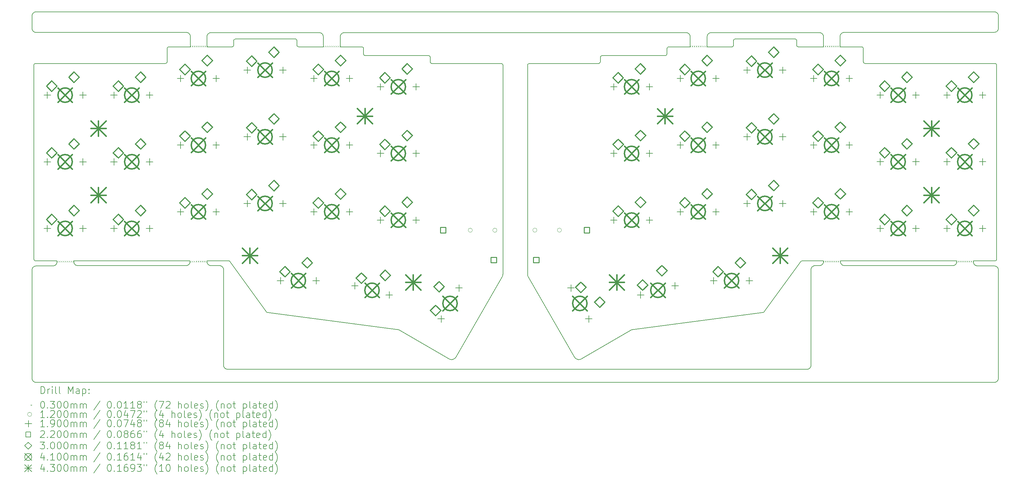
<source format=gbr>
%TF.GenerationSoftware,KiCad,Pcbnew,7.0.7-7.0.7~ubuntu22.04.1*%
%TF.CreationDate,2023-09-02T12:46:00+02:00*%
%TF.ProjectId,corne-cherry,636f726e-652d-4636-9865-7272792e6b69,3.0.1*%
%TF.SameCoordinates,Original*%
%TF.FileFunction,Drillmap*%
%TF.FilePolarity,Positive*%
%FSLAX45Y45*%
G04 Gerber Fmt 4.5, Leading zero omitted, Abs format (unit mm)*
G04 Created by KiCad (PCBNEW 7.0.7-7.0.7~ubuntu22.04.1) date 2023-09-02 12:46:00*
%MOMM*%
%LPD*%
G01*
G04 APERTURE LIST*
%ADD10C,0.200000*%
%ADD11C,0.030000*%
%ADD12C,0.120000*%
%ADD13C,0.190000*%
%ADD14C,0.220000*%
%ADD15C,0.300000*%
%ADD16C,0.410000*%
%ADD17C,0.430000*%
G04 APERTURE END LIST*
D10*
X1780750Y-8302031D02*
X1781250Y-8325000D01*
X1781250Y-8325000D02*
X1781230Y-8325200D01*
X1781230Y-8325200D02*
X1781230Y-8325200D01*
X1781230Y-8325200D02*
X1778960Y-8348300D01*
X1778960Y-8348300D02*
X1778960Y-8348300D01*
X1778960Y-8348300D02*
X1778960Y-8348300D01*
X1778960Y-8348300D02*
X1778960Y-8348400D01*
X1778960Y-8348400D02*
X1778860Y-8348800D01*
X1778860Y-8348800D02*
X1778770Y-8349300D01*
X1778770Y-8349300D02*
X1772080Y-8371400D01*
X1772080Y-8371400D02*
X1772060Y-8371500D01*
X1772060Y-8371500D02*
X1771880Y-8371900D01*
X1771880Y-8371900D02*
X1771700Y-8372400D01*
X1771700Y-8372400D02*
X1760820Y-8392800D01*
X1760820Y-8392800D02*
X1760790Y-8392900D01*
X1760790Y-8392900D02*
X1760540Y-8393200D01*
X1760540Y-8393200D02*
X1760280Y-8393600D01*
X1760280Y-8393600D02*
X1745640Y-8411600D01*
X1745640Y-8411600D02*
X1745640Y-8411600D01*
X1745640Y-8411600D02*
X1745640Y-8411600D01*
X1745640Y-8411600D02*
X1745590Y-8411600D01*
X1745590Y-8411600D02*
X1745270Y-8412000D01*
X1745270Y-8412000D02*
X1744950Y-8412300D01*
X1744950Y-8412300D02*
X1727090Y-8427100D01*
X1727090Y-8427100D02*
X1727040Y-8427100D01*
X1727040Y-8427100D02*
X1726660Y-8427300D01*
X1726660Y-8427300D02*
X1726280Y-8427600D01*
X1726280Y-8427600D02*
X1705900Y-8438600D01*
X1705900Y-8438600D02*
X1705900Y-8438600D01*
X1705900Y-8438600D02*
X1705900Y-8438600D01*
X1705900Y-8438600D02*
X1705830Y-8438700D01*
X1705830Y-8438700D02*
X1705420Y-8438800D01*
X1705420Y-8438800D02*
X1705000Y-8439000D01*
X1705000Y-8439000D02*
X1682860Y-8445900D01*
X1682860Y-8445900D02*
X1682790Y-8445900D01*
X1682790Y-8445900D02*
X1682350Y-8446000D01*
X1682350Y-8446000D02*
X1681900Y-8446000D01*
X1681900Y-8446000D02*
X1658850Y-8448500D01*
X1658850Y-8448500D02*
X1658780Y-8448500D01*
X1658780Y-8448500D02*
X1658560Y-8448500D01*
X1658560Y-8448500D02*
X1658350Y-8448500D01*
X1658350Y-8448500D02*
X1657750Y-8448500D01*
X1657750Y-8448500D02*
X1657740Y-8448500D01*
X1657740Y-8448500D02*
X1182520Y-8448500D01*
X1182520Y-8448500D02*
X1181940Y-8448500D01*
X1181940Y-8448500D02*
X1159630Y-8450800D01*
X1159630Y-8450800D02*
X1138430Y-8457400D01*
X1138430Y-8457400D02*
X1118910Y-8468000D01*
X1118910Y-8468000D02*
X1101800Y-8482100D01*
X1101800Y-8482100D02*
X1087780Y-8499300D01*
X1087780Y-8499300D02*
X1077360Y-8518900D01*
X1077360Y-8518900D02*
X1070940Y-8540200D01*
X1070940Y-8540200D02*
X1068750Y-8562500D01*
X1068750Y-11649700D02*
X1068750Y-11650300D01*
X1068750Y-11650300D02*
X1071100Y-11672600D01*
X1071100Y-11672600D02*
X1077660Y-11693800D01*
X1077660Y-11693800D02*
X1088220Y-11713300D01*
X1088220Y-11713300D02*
X1102360Y-11730400D01*
X1102360Y-11730400D02*
X1119570Y-11744500D01*
X1119570Y-11744500D02*
X1139160Y-11754900D01*
X1139160Y-11754900D02*
X1160410Y-11761300D01*
X1160410Y-11761300D02*
X1182740Y-11763500D01*
X1182740Y-11763500D02*
X28505750Y-11762600D01*
X28505550Y-1203850D02*
X1182520Y-1204750D01*
X1182520Y-1204750D02*
X1181940Y-1204750D01*
X1181940Y-1204750D02*
X1159630Y-1207100D01*
X1159630Y-1207100D02*
X1138430Y-1213660D01*
X1138430Y-1213660D02*
X1118910Y-1224220D01*
X1118910Y-1224220D02*
X1101800Y-1238370D01*
X1101800Y-1238370D02*
X1087780Y-1255570D01*
X1087780Y-1255570D02*
X1077360Y-1275160D01*
X1077360Y-1275160D02*
X1070940Y-1296410D01*
X1070940Y-1296410D02*
X1068750Y-1318750D01*
X1068750Y-1318750D02*
X1068750Y-1674730D01*
X1068750Y-1674730D02*
X1068750Y-1675310D01*
X1068750Y-1675310D02*
X1071100Y-1697620D01*
X1071100Y-1697620D02*
X1077660Y-1718820D01*
X1077660Y-1718820D02*
X1088220Y-1738350D01*
X1088220Y-1738350D02*
X1102360Y-1755450D01*
X1102360Y-1755450D02*
X1119570Y-1769480D01*
X1119570Y-1769480D02*
X1139160Y-1779900D01*
X1139160Y-1779900D02*
X1160410Y-1786310D01*
X1160410Y-1786310D02*
X1182740Y-1788500D01*
X1182740Y-1788500D02*
X5457740Y-1788500D01*
X5457740Y-1788500D02*
X5457990Y-1788530D01*
X5457990Y-1788530D02*
X5457990Y-1788530D01*
X5457990Y-1788530D02*
X5481050Y-1790790D01*
X5481050Y-1790790D02*
X5481050Y-1790790D01*
X5481050Y-1790790D02*
X5481050Y-1790790D01*
X5481050Y-1790790D02*
X5481120Y-1790790D01*
X5481120Y-1790790D02*
X5481560Y-1790890D01*
X5481560Y-1790890D02*
X5482010Y-1790980D01*
X5482010Y-1790980D02*
X5504200Y-1797680D01*
X5504200Y-1797680D02*
X5504260Y-1797700D01*
X5504260Y-1797700D02*
X5504680Y-1797870D01*
X5504680Y-1797870D02*
X5505100Y-1798050D01*
X5505100Y-1798050D02*
X5525560Y-1808930D01*
X5525560Y-1808930D02*
X5525560Y-1808930D01*
X5525560Y-1808930D02*
X5525560Y-1808930D01*
X5525560Y-1808930D02*
X5525620Y-1808960D01*
X5525620Y-1808960D02*
X5526000Y-1809220D01*
X5526000Y-1809220D02*
X5526380Y-1809470D01*
X5526380Y-1809470D02*
X5544340Y-1824120D01*
X5544340Y-1824120D02*
X5544390Y-1824160D01*
X5544390Y-1824160D02*
X5544700Y-1824480D01*
X5544700Y-1824480D02*
X5545030Y-1824800D01*
X5545030Y-1824800D02*
X5559800Y-1842660D01*
X5559800Y-1842660D02*
X5559840Y-1842710D01*
X5559840Y-1842710D02*
X5560090Y-1843090D01*
X5560090Y-1843090D02*
X5560350Y-1843470D01*
X5560350Y-1843470D02*
X5571370Y-1863860D01*
X5571370Y-1863860D02*
X5571370Y-1863860D01*
X5571370Y-1863860D02*
X5571370Y-1863860D01*
X5571370Y-1863860D02*
X5571400Y-1863920D01*
X5571400Y-1863920D02*
X5571570Y-1864340D01*
X5571570Y-1864340D02*
X5571750Y-1864760D01*
X5571750Y-1864760D02*
X5578600Y-1886900D01*
X5578600Y-1886900D02*
X5578620Y-1886960D01*
X5578620Y-1886960D02*
X5578710Y-1887410D01*
X5578710Y-1887410D02*
X5578800Y-1887850D01*
X5578800Y-1887850D02*
X5581220Y-1910900D01*
X5581220Y-1910900D02*
X5581230Y-1910970D01*
X5581230Y-1910970D02*
X5581220Y-1911190D01*
X5581220Y-1911190D02*
X5581250Y-1911410D01*
X5581250Y-1911410D02*
X5581250Y-1912000D01*
X5581250Y-1912000D02*
X5581250Y-1912010D01*
X5581250Y-1912010D02*
X5581750Y-2202025D01*
X6055750Y-8302107D02*
X6056250Y-8324700D01*
X6056250Y-8324700D02*
X6056250Y-8325300D01*
X6056250Y-8325300D02*
X6058600Y-8347600D01*
X6058600Y-8347600D02*
X6065160Y-8368800D01*
X6065160Y-8368800D02*
X6075720Y-8388300D01*
X6075720Y-8388300D02*
X6089860Y-8405400D01*
X6089860Y-8405400D02*
X6107070Y-8419500D01*
X6107070Y-8419500D02*
X6126660Y-8429900D01*
X6126660Y-8429900D02*
X6147910Y-8436300D01*
X6147910Y-8436300D02*
X6170240Y-8438500D01*
X6170240Y-8438500D02*
X6407740Y-8438500D01*
X6407740Y-8438500D02*
X6407990Y-8438500D01*
X6407990Y-8438500D02*
X6407990Y-8438500D01*
X6407990Y-8438500D02*
X6431050Y-8440800D01*
X6431050Y-8440800D02*
X6431050Y-8440800D01*
X6431050Y-8440800D02*
X6431050Y-8440800D01*
X6431050Y-8440800D02*
X6431120Y-8440800D01*
X6431120Y-8440800D02*
X6431560Y-8440900D01*
X6431560Y-8440900D02*
X6432010Y-8441000D01*
X6432010Y-8441000D02*
X6454200Y-8447700D01*
X6454200Y-8447700D02*
X6454260Y-8447700D01*
X6454260Y-8447700D02*
X6454680Y-8447900D01*
X6454680Y-8447900D02*
X6455100Y-8448000D01*
X6455100Y-8448000D02*
X6475560Y-8458900D01*
X6475560Y-8458900D02*
X6475560Y-8458900D01*
X6475560Y-8458900D02*
X6475560Y-8458900D01*
X6475560Y-8458900D02*
X6475620Y-8459000D01*
X6475620Y-8459000D02*
X6476000Y-8459200D01*
X6476000Y-8459200D02*
X6476380Y-8459500D01*
X6476380Y-8459500D02*
X6494340Y-8474100D01*
X6494340Y-8474100D02*
X6494390Y-8474200D01*
X6494390Y-8474200D02*
X6494700Y-8474500D01*
X6494700Y-8474500D02*
X6495030Y-8474800D01*
X6495030Y-8474800D02*
X6509800Y-8492700D01*
X6509800Y-8492700D02*
X6509840Y-8492700D01*
X6509840Y-8492700D02*
X6510090Y-8493100D01*
X6510090Y-8493100D02*
X6510350Y-8493500D01*
X6510350Y-8493500D02*
X6521370Y-8513900D01*
X6521370Y-8513900D02*
X6521370Y-8513900D01*
X6521370Y-8513900D02*
X6521370Y-8513900D01*
X6521370Y-8513900D02*
X6521400Y-8513900D01*
X6521400Y-8513900D02*
X6521570Y-8514300D01*
X6521570Y-8514300D02*
X6521750Y-8514800D01*
X6521750Y-8514800D02*
X6528600Y-8536900D01*
X6528600Y-8536900D02*
X6528620Y-8537000D01*
X6528620Y-8537000D02*
X6528710Y-8537400D01*
X6528710Y-8537400D02*
X6528800Y-8537900D01*
X6528800Y-8537900D02*
X6531220Y-8560900D01*
X6531220Y-8560900D02*
X6531230Y-8561000D01*
X6531230Y-8561000D02*
X6531220Y-8561200D01*
X6531220Y-8561200D02*
X6531250Y-8561400D01*
X6531250Y-8561400D02*
X6531250Y-8562000D01*
X6531250Y-8562000D02*
X6531250Y-8562000D01*
X6531250Y-8562000D02*
X6531250Y-11279700D01*
X6531250Y-11279700D02*
X6531250Y-11280300D01*
X6531250Y-11280300D02*
X6533600Y-11302600D01*
X6533600Y-11302600D02*
X6540160Y-11323800D01*
X6540160Y-11323800D02*
X6550720Y-11343300D01*
X6550720Y-11343300D02*
X6564860Y-11360400D01*
X6564860Y-11360400D02*
X6582070Y-11374500D01*
X6582070Y-11374500D02*
X6601660Y-11384900D01*
X6601660Y-11384900D02*
X6622910Y-11391300D01*
X6622910Y-11391300D02*
X6645240Y-11393500D01*
X6645450Y-11393400D02*
X23161950Y-11392600D01*
X19718050Y-1797600D02*
X9970050Y-1798500D01*
X9970050Y-1798500D02*
X9969450Y-1798500D01*
X9969450Y-1798500D02*
X9947150Y-1800850D01*
X9947150Y-1800850D02*
X9925950Y-1807410D01*
X9925950Y-1807410D02*
X9906450Y-1817970D01*
X9906450Y-1817970D02*
X9889350Y-1832120D01*
X9889350Y-1832120D02*
X9875250Y-1849320D01*
X9875250Y-1849320D02*
X9864850Y-1868910D01*
X9864850Y-1868910D02*
X9858450Y-1890160D01*
X9858450Y-1890160D02*
X9856250Y-1912500D01*
X9856250Y-1912500D02*
X9856750Y-2201873D01*
X2256750Y-8302031D02*
X2256250Y-8324700D01*
X2256250Y-8324700D02*
X2256250Y-8325300D01*
X2256250Y-8325300D02*
X2258600Y-8347600D01*
X2258600Y-8347600D02*
X2265160Y-8368800D01*
X2265160Y-8368800D02*
X2275720Y-8388300D01*
X2275720Y-8388300D02*
X2289860Y-8405400D01*
X2289860Y-8405400D02*
X2307070Y-8419500D01*
X2307070Y-8419500D02*
X2326660Y-8429900D01*
X2326660Y-8429900D02*
X2347910Y-8436300D01*
X2347910Y-8436300D02*
X2370240Y-8438500D01*
X2370240Y-8438500D02*
X5457480Y-8438500D01*
X5457480Y-8438500D02*
X5458060Y-8438500D01*
X5458060Y-8438500D02*
X5480370Y-8436200D01*
X5480370Y-8436200D02*
X5501570Y-8429600D01*
X5501570Y-8429600D02*
X5521090Y-8419000D01*
X5521090Y-8419000D02*
X5538200Y-8404900D01*
X5538200Y-8404900D02*
X5552220Y-8387700D01*
X5552220Y-8387700D02*
X5562640Y-8368100D01*
X5562640Y-8368100D02*
X5569060Y-8346800D01*
X5569060Y-8346800D02*
X5571250Y-8324500D01*
X5571250Y-8324500D02*
X5571750Y-8302031D01*
X9372750Y-2202025D02*
X9371250Y-1912270D01*
X9371250Y-1912270D02*
X9371250Y-1911690D01*
X9371250Y-1911690D02*
X9368900Y-1889380D01*
X9368900Y-1889380D02*
X9362340Y-1868180D01*
X9362340Y-1868180D02*
X9351780Y-1848660D01*
X9351780Y-1848660D02*
X9337630Y-1831560D01*
X9337630Y-1831560D02*
X9320430Y-1817530D01*
X9320430Y-1817530D02*
X9300840Y-1807110D01*
X9300840Y-1807110D02*
X9279590Y-1800690D01*
X9279590Y-1800690D02*
X9257260Y-1798500D01*
X9257260Y-1798500D02*
X6170020Y-1798500D01*
X6170020Y-1798500D02*
X6169440Y-1798500D01*
X6169440Y-1798500D02*
X6147130Y-1800850D01*
X6147130Y-1800850D02*
X6125930Y-1807410D01*
X6125930Y-1807410D02*
X6106410Y-1817970D01*
X6106410Y-1817970D02*
X6089300Y-1832120D01*
X6089300Y-1832120D02*
X6075280Y-1849320D01*
X6075280Y-1849320D02*
X6064860Y-1868910D01*
X6064860Y-1868910D02*
X6058440Y-1890160D01*
X6058440Y-1890160D02*
X6056250Y-1912500D01*
X6056250Y-1912500D02*
X6057750Y-2201873D01*
X1068750Y-8562500D02*
X1068750Y-11649700D01*
X23631750Y-2202673D02*
X23631950Y-1911370D01*
X23631950Y-1911370D02*
X23631950Y-1910790D01*
X23631950Y-1910790D02*
X23629650Y-1888480D01*
X23629650Y-1888480D02*
X23623050Y-1867280D01*
X23623050Y-1867280D02*
X23612550Y-1847760D01*
X23612550Y-1847760D02*
X23598350Y-1830660D01*
X23598350Y-1830660D02*
X23581150Y-1816630D01*
X23581150Y-1816630D02*
X23561550Y-1806210D01*
X23561550Y-1806210D02*
X23540350Y-1799790D01*
X23540350Y-1799790D02*
X23518050Y-1797600D01*
X23518050Y-1797600D02*
X20430750Y-1797600D01*
X20430750Y-1797600D02*
X20430150Y-1797600D01*
X20430150Y-1797600D02*
X20407850Y-1799950D01*
X20407850Y-1799950D02*
X20386650Y-1806510D01*
X20386650Y-1806510D02*
X20367150Y-1817070D01*
X20367150Y-1817070D02*
X20350050Y-1831220D01*
X20350050Y-1831220D02*
X20336050Y-1848420D01*
X20336050Y-1848420D02*
X20325650Y-1868010D01*
X20325650Y-1868010D02*
X20319150Y-1889260D01*
X20319150Y-1889260D02*
X20317050Y-1911600D01*
X20317050Y-1911600D02*
X20316750Y-2202825D01*
X28030250Y-8447600D02*
X28007150Y-8445300D01*
X28586450Y-11729000D02*
X28600450Y-11711800D01*
X19781150Y-1816630D02*
X19761550Y-1806210D01*
X19798350Y-1830660D02*
X19781150Y-1816630D01*
X28619450Y-8560800D02*
X28619550Y-11648600D01*
X19832750Y-2202673D02*
X19831950Y-1911370D01*
X19831950Y-1911370D02*
X19831950Y-1910790D01*
X19831950Y-1910790D02*
X19829650Y-1888480D01*
X19829650Y-1888480D02*
X19823050Y-1867280D01*
X19823050Y-1867280D02*
X19812550Y-1847760D01*
X19812550Y-1847760D02*
X19798350Y-1830660D01*
X19761550Y-1806210D02*
X19740350Y-1799790D01*
X19740350Y-1799790D02*
X19718050Y-1797600D01*
X24117750Y-8302731D02*
X24117050Y-8323800D01*
X24117050Y-8323800D02*
X24117050Y-8324400D01*
X24117050Y-8324400D02*
X24119350Y-8346700D01*
X24119350Y-8346700D02*
X24125950Y-8367900D01*
X24125950Y-8367900D02*
X24136450Y-8387400D01*
X24136450Y-8387400D02*
X24150650Y-8404500D01*
X24150650Y-8404500D02*
X24167850Y-8418600D01*
X24167850Y-8418600D02*
X24187450Y-8429000D01*
X24187450Y-8429000D02*
X24208650Y-8435400D01*
X24208650Y-8435400D02*
X24230950Y-8437600D01*
X24230950Y-8437600D02*
X27318250Y-8437600D01*
X27318250Y-8437600D02*
X27318850Y-8437600D01*
X27318850Y-8437600D02*
X27341150Y-8435300D01*
X27341150Y-8435300D02*
X27362350Y-8428700D01*
X27362350Y-8428700D02*
X27381850Y-8418100D01*
X27381850Y-8418100D02*
X27398950Y-8404000D01*
X27398950Y-8404000D02*
X27412950Y-8386800D01*
X27412950Y-8386800D02*
X27423350Y-8367200D01*
X27423350Y-8367200D02*
X27429850Y-8345900D01*
X27429850Y-8345900D02*
X27431950Y-8323600D01*
X27431950Y-8323600D02*
X27432750Y-8302731D01*
X23161950Y-11392600D02*
X23162550Y-11392600D01*
X23162550Y-11392600D02*
X23184850Y-11390300D01*
X23184850Y-11390300D02*
X23206050Y-11383700D01*
X23206050Y-11383700D02*
X23225550Y-11373100D01*
X23225550Y-11373100D02*
X23242650Y-11359000D01*
X23242650Y-11359000D02*
X23256750Y-11341800D01*
X23256750Y-11341800D02*
X23267150Y-11322200D01*
X23267150Y-11322200D02*
X23273550Y-11300900D01*
X23273550Y-11300900D02*
X23275750Y-11278600D01*
X23275750Y-11278600D02*
X23275750Y-8561100D01*
X23275750Y-8561100D02*
X23275750Y-8560900D01*
X23275750Y-8560900D02*
X23275750Y-8560900D01*
X23275750Y-8560900D02*
X23278050Y-8537800D01*
X23278050Y-8537800D02*
X23278050Y-8537800D01*
X23278050Y-8537800D02*
X23278050Y-8537800D01*
X23278050Y-8537800D02*
X23278050Y-8537700D01*
X23278050Y-8537700D02*
X23278150Y-8537300D01*
X23278150Y-8537300D02*
X23278250Y-8536800D01*
X23278250Y-8536800D02*
X23284950Y-8514700D01*
X23284950Y-8514700D02*
X23284950Y-8514600D01*
X23284950Y-8514600D02*
X23285150Y-8514200D01*
X23285150Y-8514200D02*
X23285250Y-8513800D01*
X23285250Y-8513800D02*
X23296150Y-8493300D01*
X23296150Y-8493300D02*
X23296150Y-8493300D01*
X23296150Y-8493300D02*
X23296150Y-8493300D01*
X23296150Y-8493300D02*
X23296250Y-8493200D01*
X23296250Y-8493200D02*
X23296450Y-8492900D01*
X23296450Y-8492900D02*
X23296750Y-8492500D01*
X23296750Y-8492500D02*
X23311350Y-8474500D01*
X23311350Y-8474500D02*
X23311450Y-8474500D01*
X23311450Y-8474500D02*
X23311750Y-8474100D01*
X23311750Y-8474100D02*
X23312050Y-8473800D01*
X23312050Y-8473800D02*
X23329950Y-8459100D01*
X23329950Y-8459100D02*
X23329950Y-8459000D01*
X23329950Y-8459000D02*
X23330350Y-8458800D01*
X23330350Y-8458800D02*
X23330750Y-8458500D01*
X23330750Y-8458500D02*
X23351150Y-8447500D01*
X23351150Y-8447500D02*
X23351150Y-8447500D01*
X23351150Y-8447500D02*
X23351150Y-8447500D01*
X23351150Y-8447500D02*
X23351150Y-8447400D01*
X23351150Y-8447400D02*
X23351550Y-8447300D01*
X23351550Y-8447300D02*
X23352050Y-8447100D01*
X23352050Y-8447100D02*
X23374150Y-8440300D01*
X23374150Y-8440300D02*
X23374150Y-8440300D01*
X23374150Y-8440300D02*
X23374250Y-8440200D01*
X23374250Y-8440200D02*
X23374650Y-8440100D01*
X23374650Y-8440100D02*
X23375050Y-8440100D01*
X23375050Y-8440100D02*
X23398150Y-8437600D01*
X23398150Y-8437600D02*
X23398250Y-8437600D01*
X23398250Y-8437600D02*
X23398450Y-8437600D01*
X23398450Y-8437600D02*
X23398650Y-8437600D01*
X23398650Y-8437600D02*
X23399250Y-8437600D01*
X23399250Y-8437600D02*
X23399250Y-8437600D01*
X23399250Y-8437600D02*
X23518250Y-8437600D01*
X23518250Y-8437600D02*
X23518850Y-8437600D01*
X23518850Y-8437600D02*
X23541150Y-8435300D01*
X23541150Y-8435300D02*
X23562350Y-8428700D01*
X23562350Y-8428700D02*
X23581850Y-8418100D01*
X23581850Y-8418100D02*
X23598950Y-8404000D01*
X23598950Y-8404000D02*
X23612950Y-8386800D01*
X23612950Y-8386800D02*
X23623350Y-8367200D01*
X23623350Y-8367200D02*
X23629850Y-8345900D01*
X23629850Y-8345900D02*
X23632050Y-8323600D01*
X23632050Y-8323600D02*
X23632750Y-8302807D01*
X24109250Y-1887730D02*
X24109350Y-1887290D01*
X24109350Y-1887290D02*
X24109450Y-1886840D01*
X24109450Y-1886840D02*
X24116150Y-1864650D01*
X24116150Y-1864650D02*
X24116150Y-1864590D01*
X24116150Y-1864590D02*
X24116350Y-1864170D01*
X24116350Y-1864170D02*
X24116550Y-1863750D01*
X24116550Y-1863750D02*
X24127450Y-1843290D01*
X24127450Y-1843290D02*
X24127450Y-1843290D01*
X24127450Y-1843290D02*
X24127450Y-1843290D01*
X24127450Y-1843290D02*
X24127450Y-1843230D01*
X24127450Y-1843230D02*
X24127750Y-1842850D01*
X24127750Y-1842850D02*
X24127950Y-1842480D01*
X24127950Y-1842480D02*
X24142650Y-1824520D01*
X24142650Y-1824520D02*
X24142650Y-1824460D01*
X24142650Y-1824460D02*
X24142950Y-1824150D01*
X24142950Y-1824150D02*
X24143350Y-1823820D01*
X24143350Y-1823820D02*
X24161150Y-1809050D01*
X24161150Y-1809050D02*
X24161250Y-1809010D01*
X24161250Y-1809010D02*
X24161550Y-1808760D01*
X24161550Y-1808760D02*
X24161950Y-1808510D01*
X24161950Y-1808510D02*
X24182350Y-1797480D01*
X24182350Y-1797480D02*
X24182350Y-1797480D01*
X24182350Y-1797480D02*
X24182350Y-1797480D01*
X24182350Y-1797480D02*
X24182450Y-1797450D01*
X24182450Y-1797450D02*
X24182850Y-1797280D01*
X24182850Y-1797280D02*
X24183250Y-1797100D01*
X24183250Y-1797100D02*
X24205350Y-1790250D01*
X24205350Y-1790250D02*
X24205350Y-1790250D01*
X24205350Y-1790250D02*
X24205450Y-1790230D01*
X24205450Y-1790230D02*
X24205950Y-1790150D01*
X24205950Y-1790150D02*
X24206350Y-1790050D01*
X24206350Y-1790050D02*
X24229350Y-1787630D01*
X24229350Y-1787630D02*
X24229450Y-1787630D01*
X24229450Y-1787630D02*
X24229650Y-1787630D01*
X24229650Y-1787630D02*
X24229950Y-1787600D01*
X24229950Y-1787600D02*
X24230450Y-1787600D01*
X24230450Y-1787600D02*
X24230550Y-1787600D01*
X24230550Y-1787600D02*
X28505750Y-1787600D01*
X28505750Y-1787600D02*
X28506350Y-1787600D01*
X28506350Y-1787600D02*
X28528650Y-1785260D01*
X28528650Y-1785260D02*
X28549850Y-1778690D01*
X28549850Y-1778690D02*
X28569350Y-1768140D01*
X28569350Y-1768140D02*
X28586450Y-1753990D01*
X28586450Y-1753990D02*
X28600450Y-1736790D01*
X28600450Y-1736790D02*
X28610850Y-1717190D01*
X28610850Y-1717190D02*
X28617350Y-1695940D01*
X28617350Y-1695940D02*
X28619550Y-1673610D01*
X28619550Y-1673610D02*
X28619450Y-1317620D01*
X28619450Y-1317620D02*
X28619450Y-1317040D01*
X28619450Y-1317040D02*
X28617150Y-1294730D01*
X28617150Y-1294730D02*
X28610550Y-1273530D01*
X28610550Y-1273530D02*
X28600050Y-1254010D01*
X28600050Y-1254010D02*
X28585850Y-1236910D01*
X28585850Y-1236910D02*
X28568650Y-1222880D01*
X28568650Y-1222880D02*
X28549050Y-1212460D01*
X28549050Y-1212460D02*
X28527850Y-1206040D01*
X28527850Y-1206040D02*
X28505550Y-1203850D01*
X24107750Y-2202825D02*
X24106950Y-1911110D01*
X24106950Y-1911110D02*
X24107050Y-1910860D01*
X24107050Y-1910860D02*
X24109250Y-1887800D01*
X24109250Y-1887800D02*
X24109250Y-1887800D01*
X24109250Y-1887800D02*
X24109250Y-1887800D01*
X24109250Y-1887800D02*
X24109250Y-1887730D01*
X27907050Y-8325100D02*
X27907050Y-8324900D01*
X27907050Y-8324900D02*
X27907050Y-8324700D01*
X27907050Y-8324700D02*
X27907050Y-8324100D01*
X27907050Y-8324100D02*
X27906950Y-8324100D01*
X27906950Y-8324100D02*
X27907750Y-8302807D01*
X27916550Y-8371300D02*
X27909650Y-8349200D01*
X27909650Y-8349200D02*
X27909650Y-8349100D01*
X27909650Y-8349100D02*
X27909550Y-8348700D01*
X27909550Y-8348700D02*
X27909450Y-8348300D01*
X27909450Y-8348300D02*
X27907050Y-8325200D01*
X27907050Y-8325200D02*
X27907050Y-8325100D01*
X28505750Y-11762600D02*
X28506350Y-11762600D01*
X28506350Y-11762600D02*
X28528650Y-11760300D01*
X28528650Y-11760300D02*
X28549850Y-11753700D01*
X28549850Y-11753700D02*
X28569350Y-11743100D01*
X28569350Y-11743100D02*
X28586450Y-11729000D01*
X28600450Y-11711800D02*
X28610850Y-11692200D01*
X28610850Y-11692200D02*
X28617350Y-11670900D01*
X28617350Y-11670900D02*
X28619550Y-11648600D01*
X28619450Y-8560800D02*
X28617150Y-8538500D01*
X28617150Y-8538500D02*
X28610550Y-8517300D01*
X28610550Y-8517300D02*
X28600050Y-8497800D01*
X28600050Y-8497800D02*
X28585850Y-8480700D01*
X28585850Y-8480700D02*
X28568650Y-8466600D01*
X28568650Y-8466600D02*
X28549050Y-8456200D01*
X28549050Y-8456200D02*
X28527850Y-8449800D01*
X28527850Y-8449800D02*
X28505550Y-8447600D01*
X28505550Y-8447600D02*
X28030550Y-8447600D01*
X28030550Y-8447600D02*
X28030250Y-8447600D01*
X28030250Y-8447600D02*
X28030250Y-8447600D01*
X28007150Y-8445300D02*
X28007150Y-8445300D01*
X28007150Y-8445300D02*
X28007150Y-8445300D01*
X28007150Y-8445300D02*
X28007150Y-8445300D01*
X28007150Y-8445300D02*
X28006650Y-8445200D01*
X28006650Y-8445200D02*
X28006250Y-8445100D01*
X28006250Y-8445100D02*
X27984050Y-8438400D01*
X27984050Y-8438400D02*
X27983950Y-8438400D01*
X27983950Y-8438400D02*
X27983550Y-8438200D01*
X27983550Y-8438200D02*
X27983150Y-8438100D01*
X27983150Y-8438100D02*
X27962650Y-8427200D01*
X27962650Y-8427200D02*
X27962650Y-8427200D01*
X27962650Y-8427200D02*
X27962650Y-8427100D01*
X27962650Y-8427100D02*
X27962250Y-8426900D01*
X27962250Y-8426900D02*
X27961850Y-8426600D01*
X27961850Y-8426600D02*
X27943950Y-8412000D01*
X27943950Y-8412000D02*
X27943950Y-8412000D01*
X27943950Y-8412000D02*
X27943950Y-8412000D01*
X27943950Y-8412000D02*
X27943850Y-8411900D01*
X27943850Y-8411900D02*
X27943550Y-8411600D01*
X27943550Y-8411600D02*
X27943250Y-8411300D01*
X27943250Y-8411300D02*
X27928450Y-8393400D01*
X27928450Y-8393400D02*
X27928450Y-8393400D01*
X27928450Y-8393400D02*
X27928150Y-8393000D01*
X27928150Y-8393000D02*
X27927950Y-8392600D01*
X27927950Y-8392600D02*
X27916850Y-8372200D01*
X27916850Y-8372200D02*
X27916850Y-8372200D01*
X27916850Y-8372200D02*
X27916850Y-8372200D01*
X27916850Y-8372200D02*
X27916850Y-8372200D01*
X27916850Y-8372200D02*
X27916650Y-8371800D01*
X27916650Y-8371800D02*
X27916550Y-8371300D01*
X18162950Y-10267800D02*
X18183119Y-10262377D01*
X18203571Y-10258200D01*
X18224248Y-10255278D01*
X18228406Y-10254846D01*
X15218179Y-8762572D02*
X15209231Y-8744685D01*
X15201683Y-8723223D01*
X15197065Y-8700959D01*
X15195456Y-8678190D01*
X15195470Y-8675323D01*
X19170618Y-2402571D02*
X19170618Y-2252711D01*
X17320484Y-2452609D02*
X19120580Y-2452609D01*
X15195470Y-2727817D02*
X15200402Y-2706148D01*
X15213664Y-2689248D01*
X15232967Y-2679406D01*
X15245458Y-2677830D01*
X15195522Y-2727690D02*
X15195522Y-8675095D01*
X24117750Y-8302731D02*
X27432750Y-8302731D01*
X28570463Y-2727817D02*
X28570640Y-8252693D01*
X24820588Y-2677653D02*
X28520450Y-2677830D01*
X21120574Y-1977629D02*
X22820594Y-1977629D01*
X21070536Y-2152635D02*
X21070536Y-2027667D01*
X19220656Y-2202673D02*
X19832750Y-2202673D01*
X18162950Y-10267800D02*
X16733542Y-11093908D01*
X17270700Y-2502647D02*
X17270471Y-2627818D01*
X17270471Y-2502824D02*
X17275397Y-2481146D01*
X17288657Y-2464238D01*
X17307962Y-2454390D01*
X17320458Y-2452812D01*
X24770550Y-2252711D02*
X24770550Y-2627615D01*
X22920670Y-2202673D02*
X23631750Y-2202673D01*
X22870632Y-2027667D02*
X22870632Y-2152635D01*
X15245559Y-2677653D02*
X17220459Y-2677830D01*
X28570463Y-8252820D02*
X28565527Y-8274496D01*
X28552258Y-8291398D01*
X28532947Y-8301236D01*
X28520451Y-8302807D01*
X28520451Y-8302807D02*
X28520450Y-8302807D01*
X28520450Y-2677830D02*
X28542128Y-2682755D01*
X28559037Y-2696015D01*
X28568885Y-2715322D01*
X28570463Y-2727817D01*
X28570463Y-2727817D02*
X28570463Y-2727817D01*
X24820461Y-2677830D02*
X24798783Y-2672905D01*
X24781874Y-2659644D01*
X24772026Y-2640338D01*
X24770449Y-2627843D01*
X24770449Y-2627843D02*
X24770449Y-2627818D01*
X24720462Y-2202825D02*
X24742131Y-2207758D01*
X24759030Y-2221019D01*
X24768873Y-2240321D01*
X24770449Y-2252813D01*
X22920466Y-2202825D02*
X22898788Y-2197900D01*
X22881880Y-2184640D01*
X22872032Y-2165333D01*
X22870454Y-2152838D01*
X22870454Y-2152838D02*
X22870454Y-2152813D01*
X22820467Y-1977807D02*
X22842143Y-1982743D01*
X22859045Y-1996012D01*
X22868883Y-2015323D01*
X22870454Y-2027819D01*
X22870454Y-2027819D02*
X22870454Y-2027819D01*
X21070459Y-2027819D02*
X21075384Y-2006141D01*
X21088645Y-1989232D01*
X21107951Y-1979384D01*
X21120447Y-1977807D01*
X21120447Y-1977807D02*
X21120447Y-1977807D01*
X21070459Y-2152813D02*
X21065534Y-2174491D01*
X21052274Y-2191400D01*
X21032967Y-2201248D01*
X21020472Y-2202825D01*
X21020472Y-2202825D02*
X21020447Y-2202825D01*
X19170465Y-2252813D02*
X19175398Y-2231143D01*
X19188659Y-2214244D01*
X19207961Y-2204401D01*
X19220452Y-2202825D01*
X19170465Y-2402825D02*
X19165529Y-2424500D01*
X19152260Y-2441402D01*
X19132949Y-2451241D01*
X19120453Y-2452812D01*
X16540730Y-11055961D02*
X15218128Y-8762725D01*
X16541040Y-11056423D02*
X16540730Y-11055961D01*
X16733542Y-11093908D02*
X16715136Y-11104387D01*
X16695861Y-11111787D01*
X16676044Y-11116172D01*
X16656010Y-11117605D01*
X16629527Y-11115034D01*
X16604014Y-11107479D01*
X16585982Y-11098634D01*
X16569258Y-11087133D01*
X16554168Y-11073042D01*
X16541040Y-11056423D01*
X21895451Y-9777809D02*
X18228406Y-10254846D01*
X21930807Y-9763179D02*
X21913452Y-9774462D01*
X21895451Y-9777809D01*
X22985109Y-8317463D02*
X21930807Y-9763179D01*
X17270471Y-2627818D02*
X17265546Y-2649496D01*
X17252285Y-2666405D01*
X17232978Y-2676253D01*
X17220483Y-2677830D01*
X17220483Y-2677830D02*
X17220459Y-2677830D01*
X6669034Y-8302007D02*
X6055750Y-8302107D01*
X1169050Y-8302007D02*
X1780750Y-8302031D01*
X4969038Y-2202025D02*
X5581750Y-2202025D01*
X8669053Y-2202025D02*
X9372750Y-2202025D01*
X12469017Y-2677030D02*
X12469041Y-2677030D01*
X12419029Y-2627018D02*
X12423954Y-2648696D01*
X12437215Y-2665605D01*
X12456521Y-2675453D01*
X12469017Y-2677030D01*
X6704390Y-8316663D02*
X7758693Y-9762379D01*
X7794049Y-9777009D02*
X11461094Y-10254046D01*
X12955958Y-11093108D02*
X12974364Y-11103587D01*
X12993639Y-11110987D01*
X13013456Y-11115372D01*
X13033490Y-11116805D01*
X13059973Y-11114234D01*
X13085486Y-11106679D01*
X13103518Y-11097834D01*
X13120242Y-11086333D01*
X13135332Y-11072242D01*
X13148460Y-11055623D01*
X13148460Y-11055623D02*
X13148770Y-11055161D01*
X13148770Y-11055161D02*
X14471372Y-8761925D01*
X10519035Y-2402025D02*
X10523971Y-2423700D01*
X10537240Y-2440602D01*
X10556551Y-2450441D01*
X10569047Y-2452012D01*
X10519035Y-2252013D02*
X10514102Y-2230343D01*
X10500841Y-2213444D01*
X10481539Y-2203601D01*
X10469048Y-2202025D01*
X8669028Y-2202025D02*
X8669053Y-2202025D01*
X8619041Y-2152013D02*
X8623966Y-2173691D01*
X8637226Y-2190600D01*
X8656533Y-2200448D01*
X8669028Y-2202025D01*
X8569053Y-1977007D02*
X8569053Y-1977007D01*
X8619041Y-2027019D02*
X8614116Y-2005341D01*
X8600855Y-1988432D01*
X8581549Y-1978584D01*
X8569053Y-1977007D01*
X6819046Y-2027019D02*
X6819046Y-2027019D01*
X6869033Y-1977007D02*
X6847357Y-1981943D01*
X6830455Y-1995212D01*
X6820616Y-2014523D01*
X6819046Y-2027019D01*
X6819046Y-2152038D02*
X6819046Y-2152013D01*
X6769033Y-2202025D02*
X6790712Y-2197100D01*
X6807620Y-2183840D01*
X6817468Y-2164533D01*
X6819046Y-2152038D01*
X4969038Y-2202025D02*
X4947369Y-2206958D01*
X4930469Y-2220219D01*
X4920627Y-2239521D01*
X4919051Y-2252013D01*
X4919051Y-2627043D02*
X4919051Y-2627018D01*
X4869039Y-2677030D02*
X4890717Y-2672105D01*
X4907626Y-2658844D01*
X4917474Y-2639538D01*
X4919051Y-2627043D01*
X1119037Y-2727017D02*
X1119037Y-2727017D01*
X1169050Y-2677030D02*
X1147372Y-2681955D01*
X1130463Y-2695215D01*
X1120615Y-2714522D01*
X1119037Y-2727017D01*
X1169049Y-8302007D02*
X1169050Y-8302007D01*
X1119037Y-8252020D02*
X1123973Y-8273696D01*
X1137242Y-8290598D01*
X1156553Y-8300436D01*
X1169049Y-8302007D01*
X14443940Y-2676853D02*
X12469041Y-2677030D01*
X6819046Y-2027019D02*
X6818868Y-2151835D01*
X6768830Y-2201873D02*
X6057750Y-2201873D01*
X4918950Y-2251911D02*
X4918950Y-2626815D01*
X12419029Y-2502024D02*
X12414103Y-2480346D01*
X12400843Y-2463438D01*
X12381538Y-2453590D01*
X12369042Y-2452012D01*
X12418800Y-2501847D02*
X12419029Y-2627018D01*
X11526550Y-10267000D02*
X12955958Y-11093108D01*
X10468844Y-2201873D02*
X9856750Y-2201873D01*
X8618964Y-2151835D02*
X8618964Y-2026867D01*
X8568926Y-1976829D02*
X6868906Y-1976829D01*
X4868912Y-2676853D02*
X1169050Y-2677030D01*
X1119037Y-2727017D02*
X1118860Y-8251893D01*
X5571750Y-8302031D02*
X2256750Y-8302031D01*
X14493978Y-2726890D02*
X14493978Y-8674295D01*
X14494030Y-2727017D02*
X14489097Y-2705348D01*
X14475836Y-2688448D01*
X14456533Y-2678606D01*
X14444042Y-2677030D01*
X12369016Y-2451809D02*
X10568920Y-2451809D01*
X10518882Y-2401771D02*
X10518882Y-2251911D01*
X14471321Y-8761772D02*
X14480269Y-8743885D01*
X14487817Y-8722423D01*
X14492435Y-8700159D01*
X14494044Y-8677390D01*
X14494030Y-8674523D01*
X22985109Y-8317463D02*
X23002462Y-8306165D01*
X23020466Y-8302807D01*
X7758693Y-9762379D02*
X7776048Y-9773662D01*
X7794049Y-9777009D01*
X6704390Y-8316663D02*
X6687037Y-8305365D01*
X6669034Y-8302007D01*
X11526550Y-10267000D02*
X11506380Y-10261577D01*
X11485928Y-10257400D01*
X11465252Y-10254478D01*
X11461094Y-10254046D01*
X21020447Y-2202825D02*
X20316750Y-2202825D01*
X23020466Y-8302807D02*
X23632750Y-8302807D01*
X24720462Y-2202825D02*
X24107750Y-2202825D01*
X28520450Y-8302807D02*
X27907750Y-8302807D01*
D11*
X1763750Y-8302600D02*
X1793750Y-8332600D01*
X1793750Y-8302600D02*
X1763750Y-8332600D01*
X1823125Y-8302600D02*
X1853125Y-8332600D01*
X1853125Y-8302600D02*
X1823125Y-8332600D01*
X1882500Y-8302600D02*
X1912500Y-8332600D01*
X1912500Y-8302600D02*
X1882500Y-8332600D01*
X1941875Y-8302600D02*
X1971875Y-8332600D01*
X1971875Y-8302600D02*
X1941875Y-8332600D01*
X2001250Y-8302600D02*
X2031250Y-8332600D01*
X2031250Y-8302600D02*
X2001250Y-8332600D01*
X2060625Y-8302600D02*
X2090625Y-8332600D01*
X2090625Y-8302600D02*
X2060625Y-8332600D01*
X2120000Y-8302600D02*
X2150000Y-8332600D01*
X2150000Y-8302600D02*
X2120000Y-8332600D01*
X2179375Y-8302600D02*
X2209375Y-8332600D01*
X2209375Y-8302600D02*
X2179375Y-8332600D01*
X2238750Y-8302600D02*
X2268750Y-8332600D01*
X2268750Y-8302600D02*
X2238750Y-8332600D01*
X5559850Y-8302800D02*
X5589850Y-8332800D01*
X5589850Y-8302800D02*
X5559850Y-8332800D01*
X5571175Y-2171900D02*
X5601175Y-2201900D01*
X5601175Y-2171900D02*
X5571175Y-2201900D01*
X5619225Y-8302800D02*
X5649225Y-8332800D01*
X5649225Y-8302800D02*
X5619225Y-8332800D01*
X5630550Y-2171900D02*
X5660550Y-2201900D01*
X5660550Y-2171900D02*
X5630550Y-2201900D01*
X5678600Y-8302800D02*
X5708600Y-8332800D01*
X5708600Y-8302800D02*
X5678600Y-8332800D01*
X5689925Y-2171900D02*
X5719925Y-2201900D01*
X5719925Y-2171900D02*
X5689925Y-2201900D01*
X5737975Y-8302800D02*
X5767975Y-8332800D01*
X5767975Y-8302800D02*
X5737975Y-8332800D01*
X5749300Y-2171900D02*
X5779300Y-2201900D01*
X5779300Y-2171900D02*
X5749300Y-2201900D01*
X5797350Y-8302800D02*
X5827350Y-8332800D01*
X5827350Y-8302800D02*
X5797350Y-8332800D01*
X5808675Y-2171900D02*
X5838675Y-2201900D01*
X5838675Y-2171900D02*
X5808675Y-2201900D01*
X5856725Y-8302800D02*
X5886725Y-8332800D01*
X5886725Y-8302800D02*
X5856725Y-8332800D01*
X5868050Y-2171900D02*
X5898050Y-2201900D01*
X5898050Y-2171900D02*
X5868050Y-2201900D01*
X5916100Y-8302800D02*
X5946100Y-8332800D01*
X5946100Y-8302800D02*
X5916100Y-8332800D01*
X5927425Y-2171900D02*
X5957425Y-2201900D01*
X5957425Y-2171900D02*
X5927425Y-2201900D01*
X5975475Y-8302800D02*
X6005475Y-8332800D01*
X6005475Y-8302800D02*
X5975475Y-8332800D01*
X5986800Y-2171900D02*
X6016800Y-2201900D01*
X6016800Y-2171900D02*
X5986800Y-2201900D01*
X6034850Y-8302800D02*
X6064850Y-8332800D01*
X6064850Y-8302800D02*
X6034850Y-8332800D01*
X6046175Y-2171900D02*
X6076175Y-2201900D01*
X6076175Y-2171900D02*
X6046175Y-2201900D01*
X9368250Y-2172300D02*
X9398250Y-2202300D01*
X9398250Y-2172300D02*
X9368250Y-2202300D01*
X9427625Y-2172300D02*
X9457625Y-2202300D01*
X9457625Y-2172300D02*
X9427625Y-2202300D01*
X9487000Y-2172300D02*
X9517000Y-2202300D01*
X9517000Y-2172300D02*
X9487000Y-2202300D01*
X9546375Y-2172300D02*
X9576375Y-2202300D01*
X9576375Y-2172300D02*
X9546375Y-2202300D01*
X9605750Y-2172300D02*
X9635750Y-2202300D01*
X9635750Y-2172300D02*
X9605750Y-2202300D01*
X9665125Y-2172300D02*
X9695125Y-2202300D01*
X9695125Y-2172300D02*
X9665125Y-2202300D01*
X9724500Y-2172300D02*
X9754500Y-2202300D01*
X9754500Y-2172300D02*
X9724500Y-2202300D01*
X9783875Y-2172300D02*
X9813875Y-2202300D01*
X9813875Y-2172300D02*
X9783875Y-2202300D01*
X9843250Y-2172300D02*
X9873250Y-2202300D01*
X9873250Y-2172300D02*
X9843250Y-2202300D01*
X19821250Y-2173500D02*
X19851250Y-2203500D01*
X19851250Y-2173500D02*
X19821250Y-2203500D01*
X19880625Y-2173500D02*
X19910625Y-2203500D01*
X19910625Y-2173500D02*
X19880625Y-2203500D01*
X19940000Y-2173500D02*
X19970000Y-2203500D01*
X19970000Y-2173500D02*
X19940000Y-2203500D01*
X19999375Y-2173500D02*
X20029375Y-2203500D01*
X20029375Y-2173500D02*
X19999375Y-2203500D01*
X20058750Y-2173500D02*
X20088750Y-2203500D01*
X20088750Y-2173500D02*
X20058750Y-2203500D01*
X20118125Y-2173500D02*
X20148125Y-2203500D01*
X20148125Y-2173500D02*
X20118125Y-2203500D01*
X20177500Y-2173500D02*
X20207500Y-2203500D01*
X20207500Y-2173500D02*
X20177500Y-2203500D01*
X20236875Y-2173500D02*
X20266875Y-2203500D01*
X20266875Y-2173500D02*
X20236875Y-2203500D01*
X20296250Y-2173500D02*
X20326250Y-2203500D01*
X20326250Y-2173500D02*
X20296250Y-2203500D01*
X23612450Y-2172000D02*
X23642450Y-2202000D01*
X23642450Y-2172000D02*
X23612450Y-2202000D01*
X23621650Y-8304300D02*
X23651650Y-8334300D01*
X23651650Y-8304300D02*
X23621650Y-8334300D01*
X23671825Y-2172000D02*
X23701825Y-2202000D01*
X23701825Y-2172000D02*
X23671825Y-2202000D01*
X23681025Y-8304300D02*
X23711025Y-8334300D01*
X23711025Y-8304300D02*
X23681025Y-8334300D01*
X23731200Y-2172000D02*
X23761200Y-2202000D01*
X23761200Y-2172000D02*
X23731200Y-2202000D01*
X23740400Y-8304300D02*
X23770400Y-8334300D01*
X23770400Y-8304300D02*
X23740400Y-8334300D01*
X23790575Y-2172000D02*
X23820575Y-2202000D01*
X23820575Y-2172000D02*
X23790575Y-2202000D01*
X23799775Y-8304300D02*
X23829775Y-8334300D01*
X23829775Y-8304300D02*
X23799775Y-8334300D01*
X23849950Y-2172000D02*
X23879950Y-2202000D01*
X23879950Y-2172000D02*
X23849950Y-2202000D01*
X23859150Y-8304300D02*
X23889150Y-8334300D01*
X23889150Y-8304300D02*
X23859150Y-8334300D01*
X23909325Y-2172000D02*
X23939325Y-2202000D01*
X23939325Y-2172000D02*
X23909325Y-2202000D01*
X23918525Y-8304300D02*
X23948525Y-8334300D01*
X23948525Y-8304300D02*
X23918525Y-8334300D01*
X23968700Y-2172000D02*
X23998700Y-2202000D01*
X23998700Y-2172000D02*
X23968700Y-2202000D01*
X23977900Y-8304300D02*
X24007900Y-8334300D01*
X24007900Y-8304300D02*
X23977900Y-8334300D01*
X24028075Y-2172000D02*
X24058075Y-2202000D01*
X24058075Y-2172000D02*
X24028075Y-2202000D01*
X24037275Y-8304300D02*
X24067275Y-8334300D01*
X24067275Y-8304300D02*
X24037275Y-8334300D01*
X24087450Y-2172000D02*
X24117450Y-2202000D01*
X24117450Y-2172000D02*
X24087450Y-2202000D01*
X24096650Y-8304300D02*
X24126650Y-8334300D01*
X24126650Y-8304300D02*
X24096650Y-8334300D01*
X27413050Y-8303300D02*
X27443050Y-8333300D01*
X27443050Y-8303300D02*
X27413050Y-8333300D01*
X27472425Y-8303300D02*
X27502425Y-8333300D01*
X27502425Y-8303300D02*
X27472425Y-8333300D01*
X27531800Y-8303300D02*
X27561800Y-8333300D01*
X27561800Y-8303300D02*
X27531800Y-8333300D01*
X27591175Y-8303300D02*
X27621175Y-8333300D01*
X27621175Y-8303300D02*
X27591175Y-8333300D01*
X27650550Y-8303300D02*
X27680550Y-8333300D01*
X27680550Y-8303300D02*
X27650550Y-8333300D01*
X27709925Y-8303300D02*
X27739925Y-8333300D01*
X27739925Y-8303300D02*
X27709925Y-8333300D01*
X27769300Y-8303300D02*
X27799300Y-8333300D01*
X27799300Y-8303300D02*
X27769300Y-8333300D01*
X27828675Y-8303300D02*
X27858675Y-8333300D01*
X27858675Y-8303300D02*
X27828675Y-8333300D01*
X27888050Y-8303300D02*
X27918050Y-8333300D01*
X27918050Y-8303300D02*
X27888050Y-8333300D01*
D12*
X13623450Y-7429200D02*
G75*
G03*
X13623450Y-7429200I-60000J0D01*
G01*
X14323450Y-7429200D02*
G75*
G03*
X14323450Y-7429200I-60000J0D01*
G01*
X15463750Y-7427000D02*
G75*
G03*
X15463750Y-7427000I-60000J0D01*
G01*
X16163750Y-7427000D02*
G75*
G03*
X16163750Y-7427000I-60000J0D01*
G01*
D13*
X1502750Y-3483000D02*
X1502750Y-3673000D01*
X1407750Y-3578000D02*
X1597750Y-3578000D01*
X1502750Y-5383000D02*
X1502750Y-5573000D01*
X1407750Y-5478000D02*
X1597750Y-5478000D01*
X1502750Y-7283000D02*
X1502750Y-7473000D01*
X1407750Y-7378000D02*
X1597750Y-7378000D01*
X2518750Y-3483000D02*
X2518750Y-3673000D01*
X2423750Y-3578000D02*
X2613750Y-3578000D01*
X2518750Y-5383000D02*
X2518750Y-5573000D01*
X2423750Y-5478000D02*
X2613750Y-5478000D01*
X2518750Y-7283000D02*
X2518750Y-7473000D01*
X2423750Y-7378000D02*
X2613750Y-7378000D01*
X3402750Y-3483000D02*
X3402750Y-3673000D01*
X3307750Y-3578000D02*
X3497750Y-3578000D01*
X3402750Y-5383000D02*
X3402750Y-5573000D01*
X3307750Y-5478000D02*
X3497750Y-5478000D01*
X3402750Y-7283000D02*
X3402750Y-7473000D01*
X3307750Y-7378000D02*
X3497750Y-7378000D01*
X4418750Y-3483000D02*
X4418750Y-3673000D01*
X4323750Y-3578000D02*
X4513750Y-3578000D01*
X4418750Y-5383000D02*
X4418750Y-5573000D01*
X4323750Y-5478000D02*
X4513750Y-5478000D01*
X4418750Y-7283000D02*
X4418750Y-7473000D01*
X4323750Y-7378000D02*
X4513750Y-7378000D01*
X5302750Y-3008000D02*
X5302750Y-3198000D01*
X5207750Y-3103000D02*
X5397750Y-3103000D01*
X5302750Y-4908000D02*
X5302750Y-5098000D01*
X5207750Y-5003000D02*
X5397750Y-5003000D01*
X5302750Y-6808000D02*
X5302750Y-6998000D01*
X5207750Y-6903000D02*
X5397750Y-6903000D01*
X6318750Y-3008000D02*
X6318750Y-3198000D01*
X6223750Y-3103000D02*
X6413750Y-3103000D01*
X6318750Y-4908000D02*
X6318750Y-5098000D01*
X6223750Y-5003000D02*
X6413750Y-5003000D01*
X6318750Y-6808000D02*
X6318750Y-6998000D01*
X6223750Y-6903000D02*
X6413750Y-6903000D01*
X7202750Y-2770500D02*
X7202750Y-2960500D01*
X7107750Y-2865500D02*
X7297750Y-2865500D01*
X7202750Y-4670500D02*
X7202750Y-4860500D01*
X7107750Y-4765500D02*
X7297750Y-4765500D01*
X7202750Y-6570500D02*
X7202750Y-6760500D01*
X7107750Y-6665500D02*
X7297750Y-6665500D01*
X8152750Y-8770500D02*
X8152750Y-8960500D01*
X8057750Y-8865500D02*
X8247750Y-8865500D01*
X8218750Y-2770500D02*
X8218750Y-2960500D01*
X8123750Y-2865500D02*
X8313750Y-2865500D01*
X8218750Y-4670500D02*
X8218750Y-4860500D01*
X8123750Y-4765500D02*
X8313750Y-4765500D01*
X8218750Y-6570500D02*
X8218750Y-6760500D01*
X8123750Y-6665500D02*
X8313750Y-6665500D01*
X9102750Y-3008000D02*
X9102750Y-3198000D01*
X9007750Y-3103000D02*
X9197750Y-3103000D01*
X9102750Y-4908000D02*
X9102750Y-5098000D01*
X9007750Y-5003000D02*
X9197750Y-5003000D01*
X9102750Y-6808000D02*
X9102750Y-6998000D01*
X9007750Y-6903000D02*
X9197750Y-6903000D01*
X9168750Y-8770500D02*
X9168750Y-8960500D01*
X9073750Y-8865500D02*
X9263750Y-8865500D01*
X10118750Y-3008000D02*
X10118750Y-3198000D01*
X10023750Y-3103000D02*
X10213750Y-3103000D01*
X10118750Y-4908000D02*
X10118750Y-5098000D01*
X10023750Y-5003000D02*
X10213750Y-5003000D01*
X10118750Y-6808000D02*
X10118750Y-6998000D01*
X10023750Y-6903000D02*
X10213750Y-6903000D01*
X10270060Y-8914020D02*
X10270060Y-9104020D01*
X10175060Y-9009020D02*
X10365060Y-9009020D01*
X11002750Y-3245500D02*
X11002750Y-3435500D01*
X10907750Y-3340500D02*
X11097750Y-3340500D01*
X11002750Y-5145500D02*
X11002750Y-5335500D01*
X10907750Y-5240500D02*
X11097750Y-5240500D01*
X11002750Y-7045500D02*
X11002750Y-7235500D01*
X10907750Y-7140500D02*
X11097750Y-7140500D01*
X11251440Y-9176980D02*
X11251440Y-9366980D01*
X11156440Y-9271980D02*
X11346440Y-9271980D01*
X12018750Y-3245500D02*
X12018750Y-3435500D01*
X11923750Y-3340500D02*
X12113750Y-3340500D01*
X12018750Y-5145500D02*
X12018750Y-5335500D01*
X11923750Y-5240500D02*
X12113750Y-5240500D01*
X12018750Y-7045500D02*
X12018750Y-7235500D01*
X11923750Y-7140500D02*
X12113750Y-7140500D01*
X12731750Y-9860441D02*
X12731750Y-10050441D01*
X12636750Y-9955441D02*
X12826750Y-9955441D01*
X13239750Y-8980559D02*
X13239750Y-9170559D01*
X13144750Y-9075559D02*
X13334750Y-9075559D01*
X16432450Y-8980059D02*
X16432450Y-9170059D01*
X16337450Y-9075059D02*
X16527450Y-9075059D01*
X16940450Y-9859941D02*
X16940450Y-10049941D01*
X16845450Y-9954941D02*
X17035450Y-9954941D01*
X17652750Y-3245500D02*
X17652750Y-3435500D01*
X17557750Y-3340500D02*
X17747750Y-3340500D01*
X17653450Y-5145000D02*
X17653450Y-5335000D01*
X17558450Y-5240000D02*
X17748450Y-5240000D01*
X17653450Y-7045000D02*
X17653450Y-7235000D01*
X17558450Y-7140000D02*
X17748450Y-7140000D01*
X18420760Y-9176480D02*
X18420760Y-9366480D01*
X18325760Y-9271480D02*
X18515760Y-9271480D01*
X18668750Y-3245500D02*
X18668750Y-3435500D01*
X18573750Y-3340500D02*
X18763750Y-3340500D01*
X18669450Y-5145000D02*
X18669450Y-5335000D01*
X18574450Y-5240000D02*
X18764450Y-5240000D01*
X18669450Y-7045000D02*
X18669450Y-7235000D01*
X18574450Y-7140000D02*
X18764450Y-7140000D01*
X19402140Y-8913520D02*
X19402140Y-9103520D01*
X19307140Y-9008520D02*
X19497140Y-9008520D01*
X19553450Y-3007500D02*
X19553450Y-3197500D01*
X19458450Y-3102500D02*
X19648450Y-3102500D01*
X19553450Y-4907500D02*
X19553450Y-5097500D01*
X19458450Y-5002500D02*
X19648450Y-5002500D01*
X19553450Y-6807500D02*
X19553450Y-6997500D01*
X19458450Y-6902500D02*
X19648450Y-6902500D01*
X20503450Y-8770000D02*
X20503450Y-8960000D01*
X20408450Y-8865000D02*
X20598450Y-8865000D01*
X20569450Y-3007500D02*
X20569450Y-3197500D01*
X20474450Y-3102500D02*
X20664450Y-3102500D01*
X20569450Y-4907500D02*
X20569450Y-5097500D01*
X20474450Y-5002500D02*
X20664450Y-5002500D01*
X20569450Y-6807500D02*
X20569450Y-6997500D01*
X20474450Y-6902500D02*
X20664450Y-6902500D01*
X21453450Y-2770000D02*
X21453450Y-2960000D01*
X21358450Y-2865000D02*
X21548450Y-2865000D01*
X21453450Y-4670000D02*
X21453450Y-4860000D01*
X21358450Y-4765000D02*
X21548450Y-4765000D01*
X21453450Y-6570000D02*
X21453450Y-6760000D01*
X21358450Y-6665000D02*
X21548450Y-6665000D01*
X21519450Y-8770000D02*
X21519450Y-8960000D01*
X21424450Y-8865000D02*
X21614450Y-8865000D01*
X22469450Y-2770000D02*
X22469450Y-2960000D01*
X22374450Y-2865000D02*
X22564450Y-2865000D01*
X22469450Y-4670000D02*
X22469450Y-4860000D01*
X22374450Y-4765000D02*
X22564450Y-4765000D01*
X22469450Y-6570000D02*
X22469450Y-6760000D01*
X22374450Y-6665000D02*
X22564450Y-6665000D01*
X23353450Y-3007500D02*
X23353450Y-3197500D01*
X23258450Y-3102500D02*
X23448450Y-3102500D01*
X23353450Y-4907500D02*
X23353450Y-5097500D01*
X23258450Y-5002500D02*
X23448450Y-5002500D01*
X23353450Y-6807500D02*
X23353450Y-6997500D01*
X23258450Y-6902500D02*
X23448450Y-6902500D01*
X24369450Y-3007500D02*
X24369450Y-3197500D01*
X24274450Y-3102500D02*
X24464450Y-3102500D01*
X24369450Y-4907500D02*
X24369450Y-5097500D01*
X24274450Y-5002500D02*
X24464450Y-5002500D01*
X24369450Y-6807500D02*
X24369450Y-6997500D01*
X24274450Y-6902500D02*
X24464450Y-6902500D01*
X25253450Y-3482500D02*
X25253450Y-3672500D01*
X25158450Y-3577500D02*
X25348450Y-3577500D01*
X25253450Y-5382500D02*
X25253450Y-5572500D01*
X25158450Y-5477500D02*
X25348450Y-5477500D01*
X25253450Y-7282500D02*
X25253450Y-7472500D01*
X25158450Y-7377500D02*
X25348450Y-7377500D01*
X26269450Y-3482500D02*
X26269450Y-3672500D01*
X26174450Y-3577500D02*
X26364450Y-3577500D01*
X26269450Y-5382500D02*
X26269450Y-5572500D01*
X26174450Y-5477500D02*
X26364450Y-5477500D01*
X26269450Y-7282500D02*
X26269450Y-7472500D01*
X26174450Y-7377500D02*
X26364450Y-7377500D01*
X27153450Y-3482500D02*
X27153450Y-3672500D01*
X27058450Y-3577500D02*
X27248450Y-3577500D01*
X27153450Y-5382500D02*
X27153450Y-5572500D01*
X27058450Y-5477500D02*
X27248450Y-5477500D01*
X27153450Y-7282500D02*
X27153450Y-7472500D01*
X27058450Y-7377500D02*
X27248450Y-7377500D01*
X28169450Y-3482500D02*
X28169450Y-3672500D01*
X28074450Y-3577500D02*
X28264450Y-3577500D01*
X28169450Y-5382500D02*
X28169450Y-5572500D01*
X28074450Y-5477500D02*
X28264450Y-5477500D01*
X28169450Y-7282500D02*
X28169450Y-7472500D01*
X28074450Y-7377500D02*
X28264450Y-7377500D01*
D14*
X12864732Y-7503182D02*
X12864732Y-7347617D01*
X12709167Y-7347617D01*
X12709167Y-7503182D01*
X12864732Y-7503182D01*
X14307932Y-8355282D02*
X14307932Y-8199717D01*
X14152367Y-8199717D01*
X14152367Y-8355282D01*
X14307932Y-8355282D01*
X15519632Y-8356282D02*
X15519632Y-8200717D01*
X15364067Y-8200717D01*
X15364067Y-8356282D01*
X15519632Y-8356282D01*
X16962833Y-7504182D02*
X16962833Y-7348617D01*
X16807268Y-7348617D01*
X16807268Y-7504182D01*
X16962833Y-7504182D01*
D15*
X1629750Y-3474000D02*
X1779750Y-3324000D01*
X1629750Y-3174000D01*
X1479750Y-3324000D01*
X1629750Y-3474000D01*
X1629750Y-5374000D02*
X1779750Y-5224000D01*
X1629750Y-5074000D01*
X1479750Y-5224000D01*
X1629750Y-5374000D01*
X1629750Y-7274000D02*
X1779750Y-7124000D01*
X1629750Y-6974000D01*
X1479750Y-7124000D01*
X1629750Y-7274000D01*
X2264750Y-3220000D02*
X2414750Y-3070000D01*
X2264750Y-2920000D01*
X2114750Y-3070000D01*
X2264750Y-3220000D01*
X2264750Y-5120000D02*
X2414750Y-4970000D01*
X2264750Y-4820000D01*
X2114750Y-4970000D01*
X2264750Y-5120000D01*
X2264750Y-7020000D02*
X2414750Y-6870000D01*
X2264750Y-6720000D01*
X2114750Y-6870000D01*
X2264750Y-7020000D01*
X3529750Y-3474000D02*
X3679750Y-3324000D01*
X3529750Y-3174000D01*
X3379750Y-3324000D01*
X3529750Y-3474000D01*
X3529750Y-5374000D02*
X3679750Y-5224000D01*
X3529750Y-5074000D01*
X3379750Y-5224000D01*
X3529750Y-5374000D01*
X3529750Y-7274000D02*
X3679750Y-7124000D01*
X3529750Y-6974000D01*
X3379750Y-7124000D01*
X3529750Y-7274000D01*
X4164750Y-3220000D02*
X4314750Y-3070000D01*
X4164750Y-2920000D01*
X4014750Y-3070000D01*
X4164750Y-3220000D01*
X4164750Y-5120000D02*
X4314750Y-4970000D01*
X4164750Y-4820000D01*
X4014750Y-4970000D01*
X4164750Y-5120000D01*
X4164750Y-7020000D02*
X4314750Y-6870000D01*
X4164750Y-6720000D01*
X4014750Y-6870000D01*
X4164750Y-7020000D01*
X5429750Y-2999000D02*
X5579750Y-2849000D01*
X5429750Y-2699000D01*
X5279750Y-2849000D01*
X5429750Y-2999000D01*
X5429750Y-4899000D02*
X5579750Y-4749000D01*
X5429750Y-4599000D01*
X5279750Y-4749000D01*
X5429750Y-4899000D01*
X5429750Y-6799000D02*
X5579750Y-6649000D01*
X5429750Y-6499000D01*
X5279750Y-6649000D01*
X5429750Y-6799000D01*
X6064750Y-2745000D02*
X6214750Y-2595000D01*
X6064750Y-2445000D01*
X5914750Y-2595000D01*
X6064750Y-2745000D01*
X6064750Y-4645000D02*
X6214750Y-4495000D01*
X6064750Y-4345000D01*
X5914750Y-4495000D01*
X6064750Y-4645000D01*
X6064750Y-6545000D02*
X6214750Y-6395000D01*
X6064750Y-6245000D01*
X5914750Y-6395000D01*
X6064750Y-6545000D01*
X7329750Y-2761500D02*
X7479750Y-2611500D01*
X7329750Y-2461500D01*
X7179750Y-2611500D01*
X7329750Y-2761500D01*
X7329750Y-4661500D02*
X7479750Y-4511500D01*
X7329750Y-4361500D01*
X7179750Y-4511500D01*
X7329750Y-4661500D01*
X7329750Y-6561500D02*
X7479750Y-6411500D01*
X7329750Y-6261500D01*
X7179750Y-6411500D01*
X7329750Y-6561500D01*
X7964750Y-2507500D02*
X8114750Y-2357500D01*
X7964750Y-2207500D01*
X7814750Y-2357500D01*
X7964750Y-2507500D01*
X7964750Y-4407500D02*
X8114750Y-4257500D01*
X7964750Y-4107500D01*
X7814750Y-4257500D01*
X7964750Y-4407500D01*
X7964750Y-6307500D02*
X8114750Y-6157500D01*
X7964750Y-6007500D01*
X7814750Y-6157500D01*
X7964750Y-6307500D01*
X8279750Y-8761500D02*
X8429750Y-8611500D01*
X8279750Y-8461500D01*
X8129750Y-8611500D01*
X8279750Y-8761500D01*
X8914750Y-8507500D02*
X9064750Y-8357500D01*
X8914750Y-8207500D01*
X8764750Y-8357500D01*
X8914750Y-8507500D01*
X9229750Y-2999000D02*
X9379750Y-2849000D01*
X9229750Y-2699000D01*
X9079750Y-2849000D01*
X9229750Y-2999000D01*
X9229750Y-4899000D02*
X9379750Y-4749000D01*
X9229750Y-4599000D01*
X9079750Y-4749000D01*
X9229750Y-4899000D01*
X9229750Y-6799000D02*
X9379750Y-6649000D01*
X9229750Y-6499000D01*
X9079750Y-6649000D01*
X9229750Y-6799000D01*
X9864750Y-2745000D02*
X10014750Y-2595000D01*
X9864750Y-2445000D01*
X9714750Y-2595000D01*
X9864750Y-2745000D01*
X9864750Y-4645000D02*
X10014750Y-4495000D01*
X9864750Y-4345000D01*
X9714750Y-4495000D01*
X9864750Y-4645000D01*
X9864750Y-6545000D02*
X10014750Y-6395000D01*
X9864750Y-6245000D01*
X9714750Y-6395000D01*
X9864750Y-6545000D01*
X10458472Y-8946545D02*
X10608472Y-8796545D01*
X10458472Y-8646545D01*
X10308472Y-8796545D01*
X10458472Y-8946545D01*
X11129750Y-3236500D02*
X11279750Y-3086500D01*
X11129750Y-2936500D01*
X10979750Y-3086500D01*
X11129750Y-3236500D01*
X11129750Y-5136500D02*
X11279750Y-4986500D01*
X11129750Y-4836500D01*
X10979750Y-4986500D01*
X11129750Y-5136500D01*
X11129750Y-7036500D02*
X11279750Y-6886500D01*
X11129750Y-6736500D01*
X10979750Y-6886500D01*
X11129750Y-7036500D01*
X11137575Y-8865550D02*
X11287575Y-8715550D01*
X11137575Y-8565550D01*
X10987575Y-8715550D01*
X11137575Y-8865550D01*
X11764750Y-2982500D02*
X11914750Y-2832500D01*
X11764750Y-2682500D01*
X11614750Y-2832500D01*
X11764750Y-2982500D01*
X11764750Y-4882500D02*
X11914750Y-4732500D01*
X11764750Y-4582500D01*
X11614750Y-4732500D01*
X11764750Y-4882500D01*
X11764750Y-6782500D02*
X11914750Y-6632500D01*
X11764750Y-6482500D01*
X11614750Y-6632500D01*
X11764750Y-6782500D01*
X12575279Y-9868456D02*
X12725279Y-9718456D01*
X12575279Y-9568456D01*
X12425279Y-9718456D01*
X12575279Y-9868456D01*
X12672809Y-9191530D02*
X12822809Y-9041530D01*
X12672809Y-8891530D01*
X12522809Y-9041530D01*
X12672809Y-9191530D01*
X16715920Y-9208044D02*
X16865921Y-9058044D01*
X16715920Y-8908044D01*
X16565920Y-9058044D01*
X16715920Y-9208044D01*
X17253391Y-9630971D02*
X17403391Y-9480971D01*
X17253391Y-9330971D01*
X17103391Y-9480971D01*
X17253391Y-9630971D01*
X17779750Y-3236500D02*
X17929750Y-3086500D01*
X17779750Y-2936500D01*
X17629750Y-3086500D01*
X17779750Y-3236500D01*
X17780450Y-5136000D02*
X17930450Y-4986000D01*
X17780450Y-4836000D01*
X17630450Y-4986000D01*
X17780450Y-5136000D01*
X17780450Y-7036000D02*
X17930450Y-6886000D01*
X17780450Y-6736000D01*
X17630450Y-6886000D01*
X17780450Y-7036000D01*
X18414750Y-2982500D02*
X18564750Y-2832500D01*
X18414750Y-2682500D01*
X18264750Y-2832500D01*
X18414750Y-2982500D01*
X18415450Y-4882000D02*
X18565450Y-4732000D01*
X18415450Y-4582000D01*
X18265450Y-4732000D01*
X18415450Y-4882000D01*
X18415450Y-6782000D02*
X18565450Y-6632000D01*
X18415450Y-6482000D01*
X18265450Y-6632000D01*
X18415450Y-6782000D01*
X18477692Y-9143265D02*
X18627692Y-8993265D01*
X18477692Y-8843265D01*
X18327692Y-8993265D01*
X18477692Y-9143265D01*
X19025315Y-8733570D02*
X19175315Y-8583570D01*
X19025315Y-8433570D01*
X18875315Y-8583570D01*
X19025315Y-8733570D01*
X19680450Y-2998500D02*
X19830450Y-2848500D01*
X19680450Y-2698500D01*
X19530450Y-2848500D01*
X19680450Y-2998500D01*
X19680450Y-4898500D02*
X19830450Y-4748500D01*
X19680450Y-4598500D01*
X19530450Y-4748500D01*
X19680450Y-4898500D01*
X19680450Y-6798500D02*
X19830450Y-6648500D01*
X19680450Y-6498500D01*
X19530450Y-6648500D01*
X19680450Y-6798500D01*
X20315450Y-2744500D02*
X20465450Y-2594500D01*
X20315450Y-2444500D01*
X20165450Y-2594500D01*
X20315450Y-2744500D01*
X20315450Y-4644500D02*
X20465450Y-4494500D01*
X20315450Y-4344500D01*
X20165450Y-4494500D01*
X20315450Y-4644500D01*
X20315450Y-6544500D02*
X20465450Y-6394500D01*
X20315450Y-6244500D01*
X20165450Y-6394500D01*
X20315450Y-6544500D01*
X20630450Y-8761000D02*
X20780450Y-8611000D01*
X20630450Y-8461000D01*
X20480450Y-8611000D01*
X20630450Y-8761000D01*
X21265450Y-8507000D02*
X21415450Y-8357000D01*
X21265450Y-8207000D01*
X21115450Y-8357000D01*
X21265450Y-8507000D01*
X21580450Y-2761000D02*
X21730450Y-2611000D01*
X21580450Y-2461000D01*
X21430450Y-2611000D01*
X21580450Y-2761000D01*
X21580450Y-4661000D02*
X21730450Y-4511000D01*
X21580450Y-4361000D01*
X21430450Y-4511000D01*
X21580450Y-4661000D01*
X21580450Y-6561000D02*
X21730450Y-6411000D01*
X21580450Y-6261000D01*
X21430450Y-6411000D01*
X21580450Y-6561000D01*
X22215450Y-2507000D02*
X22365450Y-2357000D01*
X22215450Y-2207000D01*
X22065450Y-2357000D01*
X22215450Y-2507000D01*
X22215450Y-4407000D02*
X22365450Y-4257000D01*
X22215450Y-4107000D01*
X22065450Y-4257000D01*
X22215450Y-4407000D01*
X22215450Y-6307000D02*
X22365450Y-6157000D01*
X22215450Y-6007000D01*
X22065450Y-6157000D01*
X22215450Y-6307000D01*
X23480450Y-2998500D02*
X23630450Y-2848500D01*
X23480450Y-2698500D01*
X23330450Y-2848500D01*
X23480450Y-2998500D01*
X23480450Y-4898500D02*
X23630450Y-4748500D01*
X23480450Y-4598500D01*
X23330450Y-4748500D01*
X23480450Y-4898500D01*
X23480450Y-6798500D02*
X23630450Y-6648500D01*
X23480450Y-6498500D01*
X23330450Y-6648500D01*
X23480450Y-6798500D01*
X24115450Y-2744500D02*
X24265450Y-2594500D01*
X24115450Y-2444500D01*
X23965450Y-2594500D01*
X24115450Y-2744500D01*
X24115450Y-4644500D02*
X24265450Y-4494500D01*
X24115450Y-4344500D01*
X23965450Y-4494500D01*
X24115450Y-4644500D01*
X24115450Y-6544500D02*
X24265450Y-6394500D01*
X24115450Y-6244500D01*
X23965450Y-6394500D01*
X24115450Y-6544500D01*
X25380450Y-3473500D02*
X25530450Y-3323500D01*
X25380450Y-3173500D01*
X25230450Y-3323500D01*
X25380450Y-3473500D01*
X25380450Y-5373500D02*
X25530450Y-5223500D01*
X25380450Y-5073500D01*
X25230450Y-5223500D01*
X25380450Y-5373500D01*
X25380450Y-7273500D02*
X25530450Y-7123500D01*
X25380450Y-6973500D01*
X25230450Y-7123500D01*
X25380450Y-7273500D01*
X26015450Y-3219500D02*
X26165450Y-3069500D01*
X26015450Y-2919500D01*
X25865450Y-3069500D01*
X26015450Y-3219500D01*
X26015450Y-5119500D02*
X26165450Y-4969500D01*
X26015450Y-4819500D01*
X25865450Y-4969500D01*
X26015450Y-5119500D01*
X26015450Y-7019500D02*
X26165450Y-6869500D01*
X26015450Y-6719500D01*
X25865450Y-6869500D01*
X26015450Y-7019500D01*
X27280450Y-3473500D02*
X27430450Y-3323500D01*
X27280450Y-3173500D01*
X27130450Y-3323500D01*
X27280450Y-3473500D01*
X27280450Y-5373500D02*
X27430450Y-5223500D01*
X27280450Y-5073500D01*
X27130450Y-5223500D01*
X27280450Y-5373500D01*
X27280450Y-7273500D02*
X27430450Y-7123500D01*
X27280450Y-6973500D01*
X27130450Y-7123500D01*
X27280450Y-7273500D01*
X27915450Y-3219500D02*
X28065450Y-3069500D01*
X27915450Y-2919500D01*
X27765450Y-3069500D01*
X27915450Y-3219500D01*
X27915450Y-5119500D02*
X28065450Y-4969500D01*
X27915450Y-4819500D01*
X27765450Y-4969500D01*
X27915450Y-5119500D01*
X27915450Y-7019500D02*
X28065450Y-6869500D01*
X27915450Y-6719500D01*
X27765450Y-6869500D01*
X27915450Y-7019500D01*
D16*
X1805750Y-3373000D02*
X2215750Y-3783000D01*
X2215750Y-3373000D02*
X1805750Y-3783000D01*
X2215750Y-3578000D02*
G75*
G03*
X2215750Y-3578000I-205000J0D01*
G01*
X1805750Y-5273000D02*
X2215750Y-5683000D01*
X2215750Y-5273000D02*
X1805750Y-5683000D01*
X2215750Y-5478000D02*
G75*
G03*
X2215750Y-5478000I-205000J0D01*
G01*
X1805750Y-7173000D02*
X2215750Y-7583000D01*
X2215750Y-7173000D02*
X1805750Y-7583000D01*
X2215750Y-7378000D02*
G75*
G03*
X2215750Y-7378000I-205000J0D01*
G01*
X3705750Y-3373000D02*
X4115750Y-3783000D01*
X4115750Y-3373000D02*
X3705750Y-3783000D01*
X4115750Y-3578000D02*
G75*
G03*
X4115750Y-3578000I-205000J0D01*
G01*
X3705750Y-5273000D02*
X4115750Y-5683000D01*
X4115750Y-5273000D02*
X3705750Y-5683000D01*
X4115750Y-5478000D02*
G75*
G03*
X4115750Y-5478000I-205000J0D01*
G01*
X3705750Y-7173000D02*
X4115750Y-7583000D01*
X4115750Y-7173000D02*
X3705750Y-7583000D01*
X4115750Y-7378000D02*
G75*
G03*
X4115750Y-7378000I-205000J0D01*
G01*
X5605750Y-2898000D02*
X6015750Y-3308000D01*
X6015750Y-2898000D02*
X5605750Y-3308000D01*
X6015750Y-3103000D02*
G75*
G03*
X6015750Y-3103000I-205000J0D01*
G01*
X5605750Y-4798000D02*
X6015750Y-5208000D01*
X6015750Y-4798000D02*
X5605750Y-5208000D01*
X6015750Y-5003000D02*
G75*
G03*
X6015750Y-5003000I-205000J0D01*
G01*
X5605750Y-6698000D02*
X6015750Y-7108000D01*
X6015750Y-6698000D02*
X5605750Y-7108000D01*
X6015750Y-6903000D02*
G75*
G03*
X6015750Y-6903000I-205000J0D01*
G01*
X7505750Y-2660500D02*
X7915750Y-3070500D01*
X7915750Y-2660500D02*
X7505750Y-3070500D01*
X7915750Y-2865500D02*
G75*
G03*
X7915750Y-2865500I-205000J0D01*
G01*
X7505750Y-4560500D02*
X7915750Y-4970500D01*
X7915750Y-4560500D02*
X7505750Y-4970500D01*
X7915750Y-4765500D02*
G75*
G03*
X7915750Y-4765500I-205000J0D01*
G01*
X7505750Y-6460500D02*
X7915750Y-6870500D01*
X7915750Y-6460500D02*
X7505750Y-6870500D01*
X7915750Y-6665500D02*
G75*
G03*
X7915750Y-6665500I-205000J0D01*
G01*
X8455750Y-8660500D02*
X8865750Y-9070500D01*
X8865750Y-8660500D02*
X8455750Y-9070500D01*
X8865750Y-8865500D02*
G75*
G03*
X8865750Y-8865500I-205000J0D01*
G01*
X9405750Y-2898000D02*
X9815750Y-3308000D01*
X9815750Y-2898000D02*
X9405750Y-3308000D01*
X9815750Y-3103000D02*
G75*
G03*
X9815750Y-3103000I-205000J0D01*
G01*
X9405750Y-4798000D02*
X9815750Y-5208000D01*
X9815750Y-4798000D02*
X9405750Y-5208000D01*
X9815750Y-5003000D02*
G75*
G03*
X9815750Y-5003000I-205000J0D01*
G01*
X9405750Y-6698000D02*
X9815750Y-7108000D01*
X9815750Y-6698000D02*
X9405750Y-7108000D01*
X9815750Y-6903000D02*
G75*
G03*
X9815750Y-6903000I-205000J0D01*
G01*
X10555750Y-8935500D02*
X10965750Y-9345500D01*
X10965750Y-8935500D02*
X10555750Y-9345500D01*
X10965750Y-9140500D02*
G75*
G03*
X10965750Y-9140500I-205000J0D01*
G01*
X11305750Y-3135500D02*
X11715750Y-3545500D01*
X11715750Y-3135500D02*
X11305750Y-3545500D01*
X11715750Y-3340500D02*
G75*
G03*
X11715750Y-3340500I-205000J0D01*
G01*
X11305750Y-5035500D02*
X11715750Y-5445500D01*
X11715750Y-5035500D02*
X11305750Y-5445500D01*
X11715750Y-5240500D02*
G75*
G03*
X11715750Y-5240500I-205000J0D01*
G01*
X11305750Y-6935500D02*
X11715750Y-7345500D01*
X11715750Y-6935500D02*
X11305750Y-7345500D01*
X11715750Y-7140500D02*
G75*
G03*
X11715750Y-7140500I-205000J0D01*
G01*
X12780750Y-9310500D02*
X13190750Y-9720500D01*
X13190750Y-9310500D02*
X12780750Y-9720500D01*
X13190750Y-9515500D02*
G75*
G03*
X13190750Y-9515500I-205000J0D01*
G01*
X16481450Y-9310000D02*
X16891450Y-9720000D01*
X16891450Y-9310000D02*
X16481450Y-9720000D01*
X16891450Y-9515000D02*
G75*
G03*
X16891450Y-9515000I-205000J0D01*
G01*
X17955750Y-3135500D02*
X18365750Y-3545500D01*
X18365750Y-3135500D02*
X17955750Y-3545500D01*
X18365750Y-3340500D02*
G75*
G03*
X18365750Y-3340500I-205000J0D01*
G01*
X17956450Y-5035000D02*
X18366450Y-5445000D01*
X18366450Y-5035000D02*
X17956450Y-5445000D01*
X18366450Y-5240000D02*
G75*
G03*
X18366450Y-5240000I-205000J0D01*
G01*
X17956450Y-6935000D02*
X18366450Y-7345000D01*
X18366450Y-6935000D02*
X17956450Y-7345000D01*
X18366450Y-7140000D02*
G75*
G03*
X18366450Y-7140000I-205000J0D01*
G01*
X18706450Y-8935000D02*
X19116450Y-9345000D01*
X19116450Y-8935000D02*
X18706450Y-9345000D01*
X19116450Y-9140000D02*
G75*
G03*
X19116450Y-9140000I-205000J0D01*
G01*
X19856450Y-2897500D02*
X20266450Y-3307500D01*
X20266450Y-2897500D02*
X19856450Y-3307500D01*
X20266450Y-3102500D02*
G75*
G03*
X20266450Y-3102500I-205000J0D01*
G01*
X19856450Y-4797500D02*
X20266450Y-5207500D01*
X20266450Y-4797500D02*
X19856450Y-5207500D01*
X20266450Y-5002500D02*
G75*
G03*
X20266450Y-5002500I-205000J0D01*
G01*
X19856450Y-6697500D02*
X20266450Y-7107500D01*
X20266450Y-6697500D02*
X19856450Y-7107500D01*
X20266450Y-6902500D02*
G75*
G03*
X20266450Y-6902500I-205000J0D01*
G01*
X20806450Y-8660000D02*
X21216450Y-9070000D01*
X21216450Y-8660000D02*
X20806450Y-9070000D01*
X21216450Y-8865000D02*
G75*
G03*
X21216450Y-8865000I-205000J0D01*
G01*
X21756450Y-2660000D02*
X22166450Y-3070000D01*
X22166450Y-2660000D02*
X21756450Y-3070000D01*
X22166450Y-2865000D02*
G75*
G03*
X22166450Y-2865000I-205000J0D01*
G01*
X21756450Y-4560000D02*
X22166450Y-4970000D01*
X22166450Y-4560000D02*
X21756450Y-4970000D01*
X22166450Y-4765000D02*
G75*
G03*
X22166450Y-4765000I-205000J0D01*
G01*
X21756450Y-6460000D02*
X22166450Y-6870000D01*
X22166450Y-6460000D02*
X21756450Y-6870000D01*
X22166450Y-6665000D02*
G75*
G03*
X22166450Y-6665000I-205000J0D01*
G01*
X23656450Y-2897500D02*
X24066450Y-3307500D01*
X24066450Y-2897500D02*
X23656450Y-3307500D01*
X24066450Y-3102500D02*
G75*
G03*
X24066450Y-3102500I-205000J0D01*
G01*
X23656450Y-4797500D02*
X24066450Y-5207500D01*
X24066450Y-4797500D02*
X23656450Y-5207500D01*
X24066450Y-5002500D02*
G75*
G03*
X24066450Y-5002500I-205000J0D01*
G01*
X23656450Y-6697500D02*
X24066450Y-7107500D01*
X24066450Y-6697500D02*
X23656450Y-7107500D01*
X24066450Y-6902500D02*
G75*
G03*
X24066450Y-6902500I-205000J0D01*
G01*
X25556450Y-3372500D02*
X25966450Y-3782500D01*
X25966450Y-3372500D02*
X25556450Y-3782500D01*
X25966450Y-3577500D02*
G75*
G03*
X25966450Y-3577500I-205000J0D01*
G01*
X25556450Y-5272500D02*
X25966450Y-5682500D01*
X25966450Y-5272500D02*
X25556450Y-5682500D01*
X25966450Y-5477500D02*
G75*
G03*
X25966450Y-5477500I-205000J0D01*
G01*
X25556450Y-7172500D02*
X25966450Y-7582500D01*
X25966450Y-7172500D02*
X25556450Y-7582500D01*
X25966450Y-7377500D02*
G75*
G03*
X25966450Y-7377500I-205000J0D01*
G01*
X27456450Y-3372500D02*
X27866450Y-3782500D01*
X27866450Y-3372500D02*
X27456450Y-3782500D01*
X27866450Y-3577500D02*
G75*
G03*
X27866450Y-3577500I-205000J0D01*
G01*
X27456450Y-5272500D02*
X27866450Y-5682500D01*
X27866450Y-5272500D02*
X27456450Y-5682500D01*
X27866450Y-5477500D02*
G75*
G03*
X27866450Y-5477500I-205000J0D01*
G01*
X27456450Y-7172500D02*
X27866450Y-7582500D01*
X27866450Y-7172500D02*
X27456450Y-7582500D01*
X27866450Y-7377500D02*
G75*
G03*
X27866450Y-7377500I-205000J0D01*
G01*
D17*
X2745750Y-4313000D02*
X3175750Y-4743000D01*
X3175750Y-4313000D02*
X2745750Y-4743000D01*
X2960750Y-4313000D02*
X2960750Y-4743000D01*
X2745750Y-4528000D02*
X3175750Y-4528000D01*
X2745750Y-6213000D02*
X3175750Y-6643000D01*
X3175750Y-6213000D02*
X2745750Y-6643000D01*
X2960750Y-6213000D02*
X2960750Y-6643000D01*
X2745750Y-6428000D02*
X3175750Y-6428000D01*
X7061450Y-7937050D02*
X7491450Y-8367050D01*
X7491450Y-7937050D02*
X7061450Y-8367050D01*
X7276450Y-7937050D02*
X7276450Y-8367050D01*
X7061450Y-8152050D02*
X7491450Y-8152050D01*
X10342550Y-3961550D02*
X10772550Y-4391550D01*
X10772550Y-3961550D02*
X10342550Y-4391550D01*
X10557550Y-3961550D02*
X10557550Y-4391550D01*
X10342550Y-4176550D02*
X10772550Y-4176550D01*
X11718050Y-8698500D02*
X12148050Y-9128500D01*
X12148050Y-8698500D02*
X11718050Y-9128500D01*
X11933050Y-8698500D02*
X11933050Y-9128500D01*
X11718050Y-8913500D02*
X12148050Y-8913500D01*
X17523950Y-8699500D02*
X17953950Y-9129500D01*
X17953950Y-8699500D02*
X17523950Y-9129500D01*
X17738950Y-8699500D02*
X17738950Y-9129500D01*
X17523950Y-8914500D02*
X17953950Y-8914500D01*
X18899450Y-3962550D02*
X19329450Y-4392550D01*
X19329450Y-3962550D02*
X18899450Y-4392550D01*
X19114450Y-3962550D02*
X19114450Y-4392550D01*
X18899450Y-4177550D02*
X19329450Y-4177550D01*
X22180550Y-7938050D02*
X22610550Y-8368050D01*
X22610550Y-7938050D02*
X22180550Y-8368050D01*
X22395550Y-7938050D02*
X22395550Y-8368050D01*
X22180550Y-8153050D02*
X22610550Y-8153050D01*
X26494950Y-4311550D02*
X26924950Y-4741550D01*
X26924950Y-4311550D02*
X26494950Y-4741550D01*
X26709950Y-4311550D02*
X26709950Y-4741550D01*
X26494950Y-4526550D02*
X26924950Y-4526550D01*
X26494950Y-6211550D02*
X26924950Y-6641550D01*
X26924950Y-6211550D02*
X26494950Y-6641550D01*
X26709950Y-6211550D02*
X26709950Y-6641550D01*
X26494950Y-6426550D02*
X26924950Y-6426550D01*
D10*
X1319527Y-12084984D02*
X1319527Y-11884984D01*
X1319527Y-11884984D02*
X1367146Y-11884984D01*
X1367146Y-11884984D02*
X1395717Y-11894508D01*
X1395717Y-11894508D02*
X1414765Y-11913555D01*
X1414765Y-11913555D02*
X1424289Y-11932603D01*
X1424289Y-11932603D02*
X1433812Y-11970698D01*
X1433812Y-11970698D02*
X1433812Y-11999269D01*
X1433812Y-11999269D02*
X1424289Y-12037365D01*
X1424289Y-12037365D02*
X1414765Y-12056412D01*
X1414765Y-12056412D02*
X1395717Y-12075460D01*
X1395717Y-12075460D02*
X1367146Y-12084984D01*
X1367146Y-12084984D02*
X1319527Y-12084984D01*
X1519527Y-12084984D02*
X1519527Y-11951650D01*
X1519527Y-11989746D02*
X1529051Y-11970698D01*
X1529051Y-11970698D02*
X1538574Y-11961174D01*
X1538574Y-11961174D02*
X1557622Y-11951650D01*
X1557622Y-11951650D02*
X1576670Y-11951650D01*
X1643336Y-12084984D02*
X1643336Y-11951650D01*
X1643336Y-11884984D02*
X1633812Y-11894508D01*
X1633812Y-11894508D02*
X1643336Y-11904031D01*
X1643336Y-11904031D02*
X1652860Y-11894508D01*
X1652860Y-11894508D02*
X1643336Y-11884984D01*
X1643336Y-11884984D02*
X1643336Y-11904031D01*
X1767146Y-12084984D02*
X1748098Y-12075460D01*
X1748098Y-12075460D02*
X1738574Y-12056412D01*
X1738574Y-12056412D02*
X1738574Y-11884984D01*
X1871908Y-12084984D02*
X1852860Y-12075460D01*
X1852860Y-12075460D02*
X1843336Y-12056412D01*
X1843336Y-12056412D02*
X1843336Y-11884984D01*
X2100479Y-12084984D02*
X2100479Y-11884984D01*
X2100479Y-11884984D02*
X2167146Y-12027841D01*
X2167146Y-12027841D02*
X2233813Y-11884984D01*
X2233813Y-11884984D02*
X2233813Y-12084984D01*
X2414765Y-12084984D02*
X2414765Y-11980222D01*
X2414765Y-11980222D02*
X2405241Y-11961174D01*
X2405241Y-11961174D02*
X2386194Y-11951650D01*
X2386194Y-11951650D02*
X2348098Y-11951650D01*
X2348098Y-11951650D02*
X2329051Y-11961174D01*
X2414765Y-12075460D02*
X2395717Y-12084984D01*
X2395717Y-12084984D02*
X2348098Y-12084984D01*
X2348098Y-12084984D02*
X2329051Y-12075460D01*
X2329051Y-12075460D02*
X2319527Y-12056412D01*
X2319527Y-12056412D02*
X2319527Y-12037365D01*
X2319527Y-12037365D02*
X2329051Y-12018317D01*
X2329051Y-12018317D02*
X2348098Y-12008793D01*
X2348098Y-12008793D02*
X2395717Y-12008793D01*
X2395717Y-12008793D02*
X2414765Y-11999269D01*
X2510003Y-11951650D02*
X2510003Y-12151650D01*
X2510003Y-11961174D02*
X2529051Y-11951650D01*
X2529051Y-11951650D02*
X2567146Y-11951650D01*
X2567146Y-11951650D02*
X2586194Y-11961174D01*
X2586194Y-11961174D02*
X2595717Y-11970698D01*
X2595717Y-11970698D02*
X2605241Y-11989746D01*
X2605241Y-11989746D02*
X2605241Y-12046888D01*
X2605241Y-12046888D02*
X2595717Y-12065936D01*
X2595717Y-12065936D02*
X2586194Y-12075460D01*
X2586194Y-12075460D02*
X2567146Y-12084984D01*
X2567146Y-12084984D02*
X2529051Y-12084984D01*
X2529051Y-12084984D02*
X2510003Y-12075460D01*
X2690955Y-12065936D02*
X2700479Y-12075460D01*
X2700479Y-12075460D02*
X2690955Y-12084984D01*
X2690955Y-12084984D02*
X2681432Y-12075460D01*
X2681432Y-12075460D02*
X2690955Y-12065936D01*
X2690955Y-12065936D02*
X2690955Y-12084984D01*
X2690955Y-11961174D02*
X2700479Y-11970698D01*
X2700479Y-11970698D02*
X2690955Y-11980222D01*
X2690955Y-11980222D02*
X2681432Y-11970698D01*
X2681432Y-11970698D02*
X2690955Y-11961174D01*
X2690955Y-11961174D02*
X2690955Y-11980222D01*
D11*
X1028750Y-12398500D02*
X1058750Y-12428500D01*
X1058750Y-12398500D02*
X1028750Y-12428500D01*
D10*
X1357622Y-12304984D02*
X1376670Y-12304984D01*
X1376670Y-12304984D02*
X1395717Y-12314508D01*
X1395717Y-12314508D02*
X1405241Y-12324031D01*
X1405241Y-12324031D02*
X1414765Y-12343079D01*
X1414765Y-12343079D02*
X1424289Y-12381174D01*
X1424289Y-12381174D02*
X1424289Y-12428793D01*
X1424289Y-12428793D02*
X1414765Y-12466888D01*
X1414765Y-12466888D02*
X1405241Y-12485936D01*
X1405241Y-12485936D02*
X1395717Y-12495460D01*
X1395717Y-12495460D02*
X1376670Y-12504984D01*
X1376670Y-12504984D02*
X1357622Y-12504984D01*
X1357622Y-12504984D02*
X1338574Y-12495460D01*
X1338574Y-12495460D02*
X1329051Y-12485936D01*
X1329051Y-12485936D02*
X1319527Y-12466888D01*
X1319527Y-12466888D02*
X1310003Y-12428793D01*
X1310003Y-12428793D02*
X1310003Y-12381174D01*
X1310003Y-12381174D02*
X1319527Y-12343079D01*
X1319527Y-12343079D02*
X1329051Y-12324031D01*
X1329051Y-12324031D02*
X1338574Y-12314508D01*
X1338574Y-12314508D02*
X1357622Y-12304984D01*
X1510003Y-12485936D02*
X1519527Y-12495460D01*
X1519527Y-12495460D02*
X1510003Y-12504984D01*
X1510003Y-12504984D02*
X1500479Y-12495460D01*
X1500479Y-12495460D02*
X1510003Y-12485936D01*
X1510003Y-12485936D02*
X1510003Y-12504984D01*
X1586193Y-12304984D02*
X1710003Y-12304984D01*
X1710003Y-12304984D02*
X1643336Y-12381174D01*
X1643336Y-12381174D02*
X1671908Y-12381174D01*
X1671908Y-12381174D02*
X1690955Y-12390698D01*
X1690955Y-12390698D02*
X1700479Y-12400222D01*
X1700479Y-12400222D02*
X1710003Y-12419269D01*
X1710003Y-12419269D02*
X1710003Y-12466888D01*
X1710003Y-12466888D02*
X1700479Y-12485936D01*
X1700479Y-12485936D02*
X1690955Y-12495460D01*
X1690955Y-12495460D02*
X1671908Y-12504984D01*
X1671908Y-12504984D02*
X1614765Y-12504984D01*
X1614765Y-12504984D02*
X1595717Y-12495460D01*
X1595717Y-12495460D02*
X1586193Y-12485936D01*
X1833812Y-12304984D02*
X1852860Y-12304984D01*
X1852860Y-12304984D02*
X1871908Y-12314508D01*
X1871908Y-12314508D02*
X1881432Y-12324031D01*
X1881432Y-12324031D02*
X1890955Y-12343079D01*
X1890955Y-12343079D02*
X1900479Y-12381174D01*
X1900479Y-12381174D02*
X1900479Y-12428793D01*
X1900479Y-12428793D02*
X1890955Y-12466888D01*
X1890955Y-12466888D02*
X1881432Y-12485936D01*
X1881432Y-12485936D02*
X1871908Y-12495460D01*
X1871908Y-12495460D02*
X1852860Y-12504984D01*
X1852860Y-12504984D02*
X1833812Y-12504984D01*
X1833812Y-12504984D02*
X1814765Y-12495460D01*
X1814765Y-12495460D02*
X1805241Y-12485936D01*
X1805241Y-12485936D02*
X1795717Y-12466888D01*
X1795717Y-12466888D02*
X1786193Y-12428793D01*
X1786193Y-12428793D02*
X1786193Y-12381174D01*
X1786193Y-12381174D02*
X1795717Y-12343079D01*
X1795717Y-12343079D02*
X1805241Y-12324031D01*
X1805241Y-12324031D02*
X1814765Y-12314508D01*
X1814765Y-12314508D02*
X1833812Y-12304984D01*
X2024289Y-12304984D02*
X2043336Y-12304984D01*
X2043336Y-12304984D02*
X2062384Y-12314508D01*
X2062384Y-12314508D02*
X2071908Y-12324031D01*
X2071908Y-12324031D02*
X2081432Y-12343079D01*
X2081432Y-12343079D02*
X2090955Y-12381174D01*
X2090955Y-12381174D02*
X2090955Y-12428793D01*
X2090955Y-12428793D02*
X2081432Y-12466888D01*
X2081432Y-12466888D02*
X2071908Y-12485936D01*
X2071908Y-12485936D02*
X2062384Y-12495460D01*
X2062384Y-12495460D02*
X2043336Y-12504984D01*
X2043336Y-12504984D02*
X2024289Y-12504984D01*
X2024289Y-12504984D02*
X2005241Y-12495460D01*
X2005241Y-12495460D02*
X1995717Y-12485936D01*
X1995717Y-12485936D02*
X1986193Y-12466888D01*
X1986193Y-12466888D02*
X1976670Y-12428793D01*
X1976670Y-12428793D02*
X1976670Y-12381174D01*
X1976670Y-12381174D02*
X1986193Y-12343079D01*
X1986193Y-12343079D02*
X1995717Y-12324031D01*
X1995717Y-12324031D02*
X2005241Y-12314508D01*
X2005241Y-12314508D02*
X2024289Y-12304984D01*
X2176670Y-12504984D02*
X2176670Y-12371650D01*
X2176670Y-12390698D02*
X2186194Y-12381174D01*
X2186194Y-12381174D02*
X2205241Y-12371650D01*
X2205241Y-12371650D02*
X2233813Y-12371650D01*
X2233813Y-12371650D02*
X2252860Y-12381174D01*
X2252860Y-12381174D02*
X2262384Y-12400222D01*
X2262384Y-12400222D02*
X2262384Y-12504984D01*
X2262384Y-12400222D02*
X2271908Y-12381174D01*
X2271908Y-12381174D02*
X2290955Y-12371650D01*
X2290955Y-12371650D02*
X2319527Y-12371650D01*
X2319527Y-12371650D02*
X2338575Y-12381174D01*
X2338575Y-12381174D02*
X2348098Y-12400222D01*
X2348098Y-12400222D02*
X2348098Y-12504984D01*
X2443336Y-12504984D02*
X2443336Y-12371650D01*
X2443336Y-12390698D02*
X2452860Y-12381174D01*
X2452860Y-12381174D02*
X2471908Y-12371650D01*
X2471908Y-12371650D02*
X2500479Y-12371650D01*
X2500479Y-12371650D02*
X2519527Y-12381174D01*
X2519527Y-12381174D02*
X2529051Y-12400222D01*
X2529051Y-12400222D02*
X2529051Y-12504984D01*
X2529051Y-12400222D02*
X2538575Y-12381174D01*
X2538575Y-12381174D02*
X2557622Y-12371650D01*
X2557622Y-12371650D02*
X2586194Y-12371650D01*
X2586194Y-12371650D02*
X2605241Y-12381174D01*
X2605241Y-12381174D02*
X2614765Y-12400222D01*
X2614765Y-12400222D02*
X2614765Y-12504984D01*
X3005241Y-12295460D02*
X2833813Y-12552603D01*
X3262384Y-12304984D02*
X3281432Y-12304984D01*
X3281432Y-12304984D02*
X3300479Y-12314508D01*
X3300479Y-12314508D02*
X3310003Y-12324031D01*
X3310003Y-12324031D02*
X3319527Y-12343079D01*
X3319527Y-12343079D02*
X3329051Y-12381174D01*
X3329051Y-12381174D02*
X3329051Y-12428793D01*
X3329051Y-12428793D02*
X3319527Y-12466888D01*
X3319527Y-12466888D02*
X3310003Y-12485936D01*
X3310003Y-12485936D02*
X3300479Y-12495460D01*
X3300479Y-12495460D02*
X3281432Y-12504984D01*
X3281432Y-12504984D02*
X3262384Y-12504984D01*
X3262384Y-12504984D02*
X3243336Y-12495460D01*
X3243336Y-12495460D02*
X3233813Y-12485936D01*
X3233813Y-12485936D02*
X3224289Y-12466888D01*
X3224289Y-12466888D02*
X3214765Y-12428793D01*
X3214765Y-12428793D02*
X3214765Y-12381174D01*
X3214765Y-12381174D02*
X3224289Y-12343079D01*
X3224289Y-12343079D02*
X3233813Y-12324031D01*
X3233813Y-12324031D02*
X3243336Y-12314508D01*
X3243336Y-12314508D02*
X3262384Y-12304984D01*
X3414765Y-12485936D02*
X3424289Y-12495460D01*
X3424289Y-12495460D02*
X3414765Y-12504984D01*
X3414765Y-12504984D02*
X3405241Y-12495460D01*
X3405241Y-12495460D02*
X3414765Y-12485936D01*
X3414765Y-12485936D02*
X3414765Y-12504984D01*
X3548098Y-12304984D02*
X3567146Y-12304984D01*
X3567146Y-12304984D02*
X3586194Y-12314508D01*
X3586194Y-12314508D02*
X3595717Y-12324031D01*
X3595717Y-12324031D02*
X3605241Y-12343079D01*
X3605241Y-12343079D02*
X3614765Y-12381174D01*
X3614765Y-12381174D02*
X3614765Y-12428793D01*
X3614765Y-12428793D02*
X3605241Y-12466888D01*
X3605241Y-12466888D02*
X3595717Y-12485936D01*
X3595717Y-12485936D02*
X3586194Y-12495460D01*
X3586194Y-12495460D02*
X3567146Y-12504984D01*
X3567146Y-12504984D02*
X3548098Y-12504984D01*
X3548098Y-12504984D02*
X3529051Y-12495460D01*
X3529051Y-12495460D02*
X3519527Y-12485936D01*
X3519527Y-12485936D02*
X3510003Y-12466888D01*
X3510003Y-12466888D02*
X3500479Y-12428793D01*
X3500479Y-12428793D02*
X3500479Y-12381174D01*
X3500479Y-12381174D02*
X3510003Y-12343079D01*
X3510003Y-12343079D02*
X3519527Y-12324031D01*
X3519527Y-12324031D02*
X3529051Y-12314508D01*
X3529051Y-12314508D02*
X3548098Y-12304984D01*
X3805241Y-12504984D02*
X3690956Y-12504984D01*
X3748098Y-12504984D02*
X3748098Y-12304984D01*
X3748098Y-12304984D02*
X3729051Y-12333555D01*
X3729051Y-12333555D02*
X3710003Y-12352603D01*
X3710003Y-12352603D02*
X3690956Y-12362127D01*
X3995717Y-12504984D02*
X3881432Y-12504984D01*
X3938575Y-12504984D02*
X3938575Y-12304984D01*
X3938575Y-12304984D02*
X3919527Y-12333555D01*
X3919527Y-12333555D02*
X3900479Y-12352603D01*
X3900479Y-12352603D02*
X3881432Y-12362127D01*
X4110003Y-12390698D02*
X4090956Y-12381174D01*
X4090956Y-12381174D02*
X4081432Y-12371650D01*
X4081432Y-12371650D02*
X4071908Y-12352603D01*
X4071908Y-12352603D02*
X4071908Y-12343079D01*
X4071908Y-12343079D02*
X4081432Y-12324031D01*
X4081432Y-12324031D02*
X4090956Y-12314508D01*
X4090956Y-12314508D02*
X4110003Y-12304984D01*
X4110003Y-12304984D02*
X4148098Y-12304984D01*
X4148098Y-12304984D02*
X4167146Y-12314508D01*
X4167146Y-12314508D02*
X4176670Y-12324031D01*
X4176670Y-12324031D02*
X4186194Y-12343079D01*
X4186194Y-12343079D02*
X4186194Y-12352603D01*
X4186194Y-12352603D02*
X4176670Y-12371650D01*
X4176670Y-12371650D02*
X4167146Y-12381174D01*
X4167146Y-12381174D02*
X4148098Y-12390698D01*
X4148098Y-12390698D02*
X4110003Y-12390698D01*
X4110003Y-12390698D02*
X4090956Y-12400222D01*
X4090956Y-12400222D02*
X4081432Y-12409746D01*
X4081432Y-12409746D02*
X4071908Y-12428793D01*
X4071908Y-12428793D02*
X4071908Y-12466888D01*
X4071908Y-12466888D02*
X4081432Y-12485936D01*
X4081432Y-12485936D02*
X4090956Y-12495460D01*
X4090956Y-12495460D02*
X4110003Y-12504984D01*
X4110003Y-12504984D02*
X4148098Y-12504984D01*
X4148098Y-12504984D02*
X4167146Y-12495460D01*
X4167146Y-12495460D02*
X4176670Y-12485936D01*
X4176670Y-12485936D02*
X4186194Y-12466888D01*
X4186194Y-12466888D02*
X4186194Y-12428793D01*
X4186194Y-12428793D02*
X4176670Y-12409746D01*
X4176670Y-12409746D02*
X4167146Y-12400222D01*
X4167146Y-12400222D02*
X4148098Y-12390698D01*
X4262384Y-12304984D02*
X4262384Y-12343079D01*
X4338575Y-12304984D02*
X4338575Y-12343079D01*
X4633813Y-12581174D02*
X4624289Y-12571650D01*
X4624289Y-12571650D02*
X4605241Y-12543079D01*
X4605241Y-12543079D02*
X4595718Y-12524031D01*
X4595718Y-12524031D02*
X4586194Y-12495460D01*
X4586194Y-12495460D02*
X4576670Y-12447841D01*
X4576670Y-12447841D02*
X4576670Y-12409746D01*
X4576670Y-12409746D02*
X4586194Y-12362127D01*
X4586194Y-12362127D02*
X4595718Y-12333555D01*
X4595718Y-12333555D02*
X4605241Y-12314508D01*
X4605241Y-12314508D02*
X4624289Y-12285936D01*
X4624289Y-12285936D02*
X4633813Y-12276412D01*
X4690956Y-12304984D02*
X4824289Y-12304984D01*
X4824289Y-12304984D02*
X4738575Y-12504984D01*
X4890956Y-12324031D02*
X4900480Y-12314508D01*
X4900480Y-12314508D02*
X4919527Y-12304984D01*
X4919527Y-12304984D02*
X4967146Y-12304984D01*
X4967146Y-12304984D02*
X4986194Y-12314508D01*
X4986194Y-12314508D02*
X4995718Y-12324031D01*
X4995718Y-12324031D02*
X5005241Y-12343079D01*
X5005241Y-12343079D02*
X5005241Y-12362127D01*
X5005241Y-12362127D02*
X4995718Y-12390698D01*
X4995718Y-12390698D02*
X4881432Y-12504984D01*
X4881432Y-12504984D02*
X5005241Y-12504984D01*
X5243337Y-12504984D02*
X5243337Y-12304984D01*
X5329051Y-12504984D02*
X5329051Y-12400222D01*
X5329051Y-12400222D02*
X5319527Y-12381174D01*
X5319527Y-12381174D02*
X5300480Y-12371650D01*
X5300480Y-12371650D02*
X5271908Y-12371650D01*
X5271908Y-12371650D02*
X5252861Y-12381174D01*
X5252861Y-12381174D02*
X5243337Y-12390698D01*
X5452861Y-12504984D02*
X5433813Y-12495460D01*
X5433813Y-12495460D02*
X5424289Y-12485936D01*
X5424289Y-12485936D02*
X5414765Y-12466888D01*
X5414765Y-12466888D02*
X5414765Y-12409746D01*
X5414765Y-12409746D02*
X5424289Y-12390698D01*
X5424289Y-12390698D02*
X5433813Y-12381174D01*
X5433813Y-12381174D02*
X5452861Y-12371650D01*
X5452861Y-12371650D02*
X5481432Y-12371650D01*
X5481432Y-12371650D02*
X5500480Y-12381174D01*
X5500480Y-12381174D02*
X5510003Y-12390698D01*
X5510003Y-12390698D02*
X5519527Y-12409746D01*
X5519527Y-12409746D02*
X5519527Y-12466888D01*
X5519527Y-12466888D02*
X5510003Y-12485936D01*
X5510003Y-12485936D02*
X5500480Y-12495460D01*
X5500480Y-12495460D02*
X5481432Y-12504984D01*
X5481432Y-12504984D02*
X5452861Y-12504984D01*
X5633813Y-12504984D02*
X5614765Y-12495460D01*
X5614765Y-12495460D02*
X5605241Y-12476412D01*
X5605241Y-12476412D02*
X5605241Y-12304984D01*
X5786194Y-12495460D02*
X5767146Y-12504984D01*
X5767146Y-12504984D02*
X5729051Y-12504984D01*
X5729051Y-12504984D02*
X5710003Y-12495460D01*
X5710003Y-12495460D02*
X5700480Y-12476412D01*
X5700480Y-12476412D02*
X5700480Y-12400222D01*
X5700480Y-12400222D02*
X5710003Y-12381174D01*
X5710003Y-12381174D02*
X5729051Y-12371650D01*
X5729051Y-12371650D02*
X5767146Y-12371650D01*
X5767146Y-12371650D02*
X5786194Y-12381174D01*
X5786194Y-12381174D02*
X5795718Y-12400222D01*
X5795718Y-12400222D02*
X5795718Y-12419269D01*
X5795718Y-12419269D02*
X5700480Y-12438317D01*
X5871908Y-12495460D02*
X5890956Y-12504984D01*
X5890956Y-12504984D02*
X5929051Y-12504984D01*
X5929051Y-12504984D02*
X5948099Y-12495460D01*
X5948099Y-12495460D02*
X5957622Y-12476412D01*
X5957622Y-12476412D02*
X5957622Y-12466888D01*
X5957622Y-12466888D02*
X5948099Y-12447841D01*
X5948099Y-12447841D02*
X5929051Y-12438317D01*
X5929051Y-12438317D02*
X5900480Y-12438317D01*
X5900480Y-12438317D02*
X5881432Y-12428793D01*
X5881432Y-12428793D02*
X5871908Y-12409746D01*
X5871908Y-12409746D02*
X5871908Y-12400222D01*
X5871908Y-12400222D02*
X5881432Y-12381174D01*
X5881432Y-12381174D02*
X5900480Y-12371650D01*
X5900480Y-12371650D02*
X5929051Y-12371650D01*
X5929051Y-12371650D02*
X5948099Y-12381174D01*
X6024289Y-12581174D02*
X6033813Y-12571650D01*
X6033813Y-12571650D02*
X6052861Y-12543079D01*
X6052861Y-12543079D02*
X6062384Y-12524031D01*
X6062384Y-12524031D02*
X6071908Y-12495460D01*
X6071908Y-12495460D02*
X6081432Y-12447841D01*
X6081432Y-12447841D02*
X6081432Y-12409746D01*
X6081432Y-12409746D02*
X6071908Y-12362127D01*
X6071908Y-12362127D02*
X6062384Y-12333555D01*
X6062384Y-12333555D02*
X6052861Y-12314508D01*
X6052861Y-12314508D02*
X6033813Y-12285936D01*
X6033813Y-12285936D02*
X6024289Y-12276412D01*
X6386194Y-12581174D02*
X6376670Y-12571650D01*
X6376670Y-12571650D02*
X6357622Y-12543079D01*
X6357622Y-12543079D02*
X6348099Y-12524031D01*
X6348099Y-12524031D02*
X6338575Y-12495460D01*
X6338575Y-12495460D02*
X6329051Y-12447841D01*
X6329051Y-12447841D02*
X6329051Y-12409746D01*
X6329051Y-12409746D02*
X6338575Y-12362127D01*
X6338575Y-12362127D02*
X6348099Y-12333555D01*
X6348099Y-12333555D02*
X6357622Y-12314508D01*
X6357622Y-12314508D02*
X6376670Y-12285936D01*
X6376670Y-12285936D02*
X6386194Y-12276412D01*
X6462384Y-12371650D02*
X6462384Y-12504984D01*
X6462384Y-12390698D02*
X6471908Y-12381174D01*
X6471908Y-12381174D02*
X6490956Y-12371650D01*
X6490956Y-12371650D02*
X6519527Y-12371650D01*
X6519527Y-12371650D02*
X6538575Y-12381174D01*
X6538575Y-12381174D02*
X6548099Y-12400222D01*
X6548099Y-12400222D02*
X6548099Y-12504984D01*
X6671908Y-12504984D02*
X6652861Y-12495460D01*
X6652861Y-12495460D02*
X6643337Y-12485936D01*
X6643337Y-12485936D02*
X6633813Y-12466888D01*
X6633813Y-12466888D02*
X6633813Y-12409746D01*
X6633813Y-12409746D02*
X6643337Y-12390698D01*
X6643337Y-12390698D02*
X6652861Y-12381174D01*
X6652861Y-12381174D02*
X6671908Y-12371650D01*
X6671908Y-12371650D02*
X6700480Y-12371650D01*
X6700480Y-12371650D02*
X6719527Y-12381174D01*
X6719527Y-12381174D02*
X6729051Y-12390698D01*
X6729051Y-12390698D02*
X6738575Y-12409746D01*
X6738575Y-12409746D02*
X6738575Y-12466888D01*
X6738575Y-12466888D02*
X6729051Y-12485936D01*
X6729051Y-12485936D02*
X6719527Y-12495460D01*
X6719527Y-12495460D02*
X6700480Y-12504984D01*
X6700480Y-12504984D02*
X6671908Y-12504984D01*
X6795718Y-12371650D02*
X6871908Y-12371650D01*
X6824289Y-12304984D02*
X6824289Y-12476412D01*
X6824289Y-12476412D02*
X6833813Y-12495460D01*
X6833813Y-12495460D02*
X6852861Y-12504984D01*
X6852861Y-12504984D02*
X6871908Y-12504984D01*
X7090956Y-12371650D02*
X7090956Y-12571650D01*
X7090956Y-12381174D02*
X7110003Y-12371650D01*
X7110003Y-12371650D02*
X7148099Y-12371650D01*
X7148099Y-12371650D02*
X7167146Y-12381174D01*
X7167146Y-12381174D02*
X7176670Y-12390698D01*
X7176670Y-12390698D02*
X7186194Y-12409746D01*
X7186194Y-12409746D02*
X7186194Y-12466888D01*
X7186194Y-12466888D02*
X7176670Y-12485936D01*
X7176670Y-12485936D02*
X7167146Y-12495460D01*
X7167146Y-12495460D02*
X7148099Y-12504984D01*
X7148099Y-12504984D02*
X7110003Y-12504984D01*
X7110003Y-12504984D02*
X7090956Y-12495460D01*
X7300480Y-12504984D02*
X7281432Y-12495460D01*
X7281432Y-12495460D02*
X7271908Y-12476412D01*
X7271908Y-12476412D02*
X7271908Y-12304984D01*
X7462384Y-12504984D02*
X7462384Y-12400222D01*
X7462384Y-12400222D02*
X7452861Y-12381174D01*
X7452861Y-12381174D02*
X7433813Y-12371650D01*
X7433813Y-12371650D02*
X7395718Y-12371650D01*
X7395718Y-12371650D02*
X7376670Y-12381174D01*
X7462384Y-12495460D02*
X7443337Y-12504984D01*
X7443337Y-12504984D02*
X7395718Y-12504984D01*
X7395718Y-12504984D02*
X7376670Y-12495460D01*
X7376670Y-12495460D02*
X7367146Y-12476412D01*
X7367146Y-12476412D02*
X7367146Y-12457365D01*
X7367146Y-12457365D02*
X7376670Y-12438317D01*
X7376670Y-12438317D02*
X7395718Y-12428793D01*
X7395718Y-12428793D02*
X7443337Y-12428793D01*
X7443337Y-12428793D02*
X7462384Y-12419269D01*
X7529051Y-12371650D02*
X7605242Y-12371650D01*
X7557623Y-12304984D02*
X7557623Y-12476412D01*
X7557623Y-12476412D02*
X7567146Y-12495460D01*
X7567146Y-12495460D02*
X7586194Y-12504984D01*
X7586194Y-12504984D02*
X7605242Y-12504984D01*
X7748099Y-12495460D02*
X7729051Y-12504984D01*
X7729051Y-12504984D02*
X7690956Y-12504984D01*
X7690956Y-12504984D02*
X7671908Y-12495460D01*
X7671908Y-12495460D02*
X7662384Y-12476412D01*
X7662384Y-12476412D02*
X7662384Y-12400222D01*
X7662384Y-12400222D02*
X7671908Y-12381174D01*
X7671908Y-12381174D02*
X7690956Y-12371650D01*
X7690956Y-12371650D02*
X7729051Y-12371650D01*
X7729051Y-12371650D02*
X7748099Y-12381174D01*
X7748099Y-12381174D02*
X7757623Y-12400222D01*
X7757623Y-12400222D02*
X7757623Y-12419269D01*
X7757623Y-12419269D02*
X7662384Y-12438317D01*
X7929051Y-12504984D02*
X7929051Y-12304984D01*
X7929051Y-12495460D02*
X7910004Y-12504984D01*
X7910004Y-12504984D02*
X7871908Y-12504984D01*
X7871908Y-12504984D02*
X7852861Y-12495460D01*
X7852861Y-12495460D02*
X7843337Y-12485936D01*
X7843337Y-12485936D02*
X7833813Y-12466888D01*
X7833813Y-12466888D02*
X7833813Y-12409746D01*
X7833813Y-12409746D02*
X7843337Y-12390698D01*
X7843337Y-12390698D02*
X7852861Y-12381174D01*
X7852861Y-12381174D02*
X7871908Y-12371650D01*
X7871908Y-12371650D02*
X7910004Y-12371650D01*
X7910004Y-12371650D02*
X7929051Y-12381174D01*
X8005242Y-12581174D02*
X8014765Y-12571650D01*
X8014765Y-12571650D02*
X8033813Y-12543079D01*
X8033813Y-12543079D02*
X8043337Y-12524031D01*
X8043337Y-12524031D02*
X8052861Y-12495460D01*
X8052861Y-12495460D02*
X8062384Y-12447841D01*
X8062384Y-12447841D02*
X8062384Y-12409746D01*
X8062384Y-12409746D02*
X8052861Y-12362127D01*
X8052861Y-12362127D02*
X8043337Y-12333555D01*
X8043337Y-12333555D02*
X8033813Y-12314508D01*
X8033813Y-12314508D02*
X8014765Y-12285936D01*
X8014765Y-12285936D02*
X8005242Y-12276412D01*
D12*
X1058750Y-12677500D02*
G75*
G03*
X1058750Y-12677500I-60000J0D01*
G01*
D10*
X1424289Y-12768984D02*
X1310003Y-12768984D01*
X1367146Y-12768984D02*
X1367146Y-12568984D01*
X1367146Y-12568984D02*
X1348098Y-12597555D01*
X1348098Y-12597555D02*
X1329051Y-12616603D01*
X1329051Y-12616603D02*
X1310003Y-12626127D01*
X1510003Y-12749936D02*
X1519527Y-12759460D01*
X1519527Y-12759460D02*
X1510003Y-12768984D01*
X1510003Y-12768984D02*
X1500479Y-12759460D01*
X1500479Y-12759460D02*
X1510003Y-12749936D01*
X1510003Y-12749936D02*
X1510003Y-12768984D01*
X1595717Y-12588031D02*
X1605241Y-12578508D01*
X1605241Y-12578508D02*
X1624289Y-12568984D01*
X1624289Y-12568984D02*
X1671908Y-12568984D01*
X1671908Y-12568984D02*
X1690955Y-12578508D01*
X1690955Y-12578508D02*
X1700479Y-12588031D01*
X1700479Y-12588031D02*
X1710003Y-12607079D01*
X1710003Y-12607079D02*
X1710003Y-12626127D01*
X1710003Y-12626127D02*
X1700479Y-12654698D01*
X1700479Y-12654698D02*
X1586193Y-12768984D01*
X1586193Y-12768984D02*
X1710003Y-12768984D01*
X1833812Y-12568984D02*
X1852860Y-12568984D01*
X1852860Y-12568984D02*
X1871908Y-12578508D01*
X1871908Y-12578508D02*
X1881432Y-12588031D01*
X1881432Y-12588031D02*
X1890955Y-12607079D01*
X1890955Y-12607079D02*
X1900479Y-12645174D01*
X1900479Y-12645174D02*
X1900479Y-12692793D01*
X1900479Y-12692793D02*
X1890955Y-12730888D01*
X1890955Y-12730888D02*
X1881432Y-12749936D01*
X1881432Y-12749936D02*
X1871908Y-12759460D01*
X1871908Y-12759460D02*
X1852860Y-12768984D01*
X1852860Y-12768984D02*
X1833812Y-12768984D01*
X1833812Y-12768984D02*
X1814765Y-12759460D01*
X1814765Y-12759460D02*
X1805241Y-12749936D01*
X1805241Y-12749936D02*
X1795717Y-12730888D01*
X1795717Y-12730888D02*
X1786193Y-12692793D01*
X1786193Y-12692793D02*
X1786193Y-12645174D01*
X1786193Y-12645174D02*
X1795717Y-12607079D01*
X1795717Y-12607079D02*
X1805241Y-12588031D01*
X1805241Y-12588031D02*
X1814765Y-12578508D01*
X1814765Y-12578508D02*
X1833812Y-12568984D01*
X2024289Y-12568984D02*
X2043336Y-12568984D01*
X2043336Y-12568984D02*
X2062384Y-12578508D01*
X2062384Y-12578508D02*
X2071908Y-12588031D01*
X2071908Y-12588031D02*
X2081432Y-12607079D01*
X2081432Y-12607079D02*
X2090955Y-12645174D01*
X2090955Y-12645174D02*
X2090955Y-12692793D01*
X2090955Y-12692793D02*
X2081432Y-12730888D01*
X2081432Y-12730888D02*
X2071908Y-12749936D01*
X2071908Y-12749936D02*
X2062384Y-12759460D01*
X2062384Y-12759460D02*
X2043336Y-12768984D01*
X2043336Y-12768984D02*
X2024289Y-12768984D01*
X2024289Y-12768984D02*
X2005241Y-12759460D01*
X2005241Y-12759460D02*
X1995717Y-12749936D01*
X1995717Y-12749936D02*
X1986193Y-12730888D01*
X1986193Y-12730888D02*
X1976670Y-12692793D01*
X1976670Y-12692793D02*
X1976670Y-12645174D01*
X1976670Y-12645174D02*
X1986193Y-12607079D01*
X1986193Y-12607079D02*
X1995717Y-12588031D01*
X1995717Y-12588031D02*
X2005241Y-12578508D01*
X2005241Y-12578508D02*
X2024289Y-12568984D01*
X2176670Y-12768984D02*
X2176670Y-12635650D01*
X2176670Y-12654698D02*
X2186194Y-12645174D01*
X2186194Y-12645174D02*
X2205241Y-12635650D01*
X2205241Y-12635650D02*
X2233813Y-12635650D01*
X2233813Y-12635650D02*
X2252860Y-12645174D01*
X2252860Y-12645174D02*
X2262384Y-12664222D01*
X2262384Y-12664222D02*
X2262384Y-12768984D01*
X2262384Y-12664222D02*
X2271908Y-12645174D01*
X2271908Y-12645174D02*
X2290955Y-12635650D01*
X2290955Y-12635650D02*
X2319527Y-12635650D01*
X2319527Y-12635650D02*
X2338575Y-12645174D01*
X2338575Y-12645174D02*
X2348098Y-12664222D01*
X2348098Y-12664222D02*
X2348098Y-12768984D01*
X2443336Y-12768984D02*
X2443336Y-12635650D01*
X2443336Y-12654698D02*
X2452860Y-12645174D01*
X2452860Y-12645174D02*
X2471908Y-12635650D01*
X2471908Y-12635650D02*
X2500479Y-12635650D01*
X2500479Y-12635650D02*
X2519527Y-12645174D01*
X2519527Y-12645174D02*
X2529051Y-12664222D01*
X2529051Y-12664222D02*
X2529051Y-12768984D01*
X2529051Y-12664222D02*
X2538575Y-12645174D01*
X2538575Y-12645174D02*
X2557622Y-12635650D01*
X2557622Y-12635650D02*
X2586194Y-12635650D01*
X2586194Y-12635650D02*
X2605241Y-12645174D01*
X2605241Y-12645174D02*
X2614765Y-12664222D01*
X2614765Y-12664222D02*
X2614765Y-12768984D01*
X3005241Y-12559460D02*
X2833813Y-12816603D01*
X3262384Y-12568984D02*
X3281432Y-12568984D01*
X3281432Y-12568984D02*
X3300479Y-12578508D01*
X3300479Y-12578508D02*
X3310003Y-12588031D01*
X3310003Y-12588031D02*
X3319527Y-12607079D01*
X3319527Y-12607079D02*
X3329051Y-12645174D01*
X3329051Y-12645174D02*
X3329051Y-12692793D01*
X3329051Y-12692793D02*
X3319527Y-12730888D01*
X3319527Y-12730888D02*
X3310003Y-12749936D01*
X3310003Y-12749936D02*
X3300479Y-12759460D01*
X3300479Y-12759460D02*
X3281432Y-12768984D01*
X3281432Y-12768984D02*
X3262384Y-12768984D01*
X3262384Y-12768984D02*
X3243336Y-12759460D01*
X3243336Y-12759460D02*
X3233813Y-12749936D01*
X3233813Y-12749936D02*
X3224289Y-12730888D01*
X3224289Y-12730888D02*
X3214765Y-12692793D01*
X3214765Y-12692793D02*
X3214765Y-12645174D01*
X3214765Y-12645174D02*
X3224289Y-12607079D01*
X3224289Y-12607079D02*
X3233813Y-12588031D01*
X3233813Y-12588031D02*
X3243336Y-12578508D01*
X3243336Y-12578508D02*
X3262384Y-12568984D01*
X3414765Y-12749936D02*
X3424289Y-12759460D01*
X3424289Y-12759460D02*
X3414765Y-12768984D01*
X3414765Y-12768984D02*
X3405241Y-12759460D01*
X3405241Y-12759460D02*
X3414765Y-12749936D01*
X3414765Y-12749936D02*
X3414765Y-12768984D01*
X3548098Y-12568984D02*
X3567146Y-12568984D01*
X3567146Y-12568984D02*
X3586194Y-12578508D01*
X3586194Y-12578508D02*
X3595717Y-12588031D01*
X3595717Y-12588031D02*
X3605241Y-12607079D01*
X3605241Y-12607079D02*
X3614765Y-12645174D01*
X3614765Y-12645174D02*
X3614765Y-12692793D01*
X3614765Y-12692793D02*
X3605241Y-12730888D01*
X3605241Y-12730888D02*
X3595717Y-12749936D01*
X3595717Y-12749936D02*
X3586194Y-12759460D01*
X3586194Y-12759460D02*
X3567146Y-12768984D01*
X3567146Y-12768984D02*
X3548098Y-12768984D01*
X3548098Y-12768984D02*
X3529051Y-12759460D01*
X3529051Y-12759460D02*
X3519527Y-12749936D01*
X3519527Y-12749936D02*
X3510003Y-12730888D01*
X3510003Y-12730888D02*
X3500479Y-12692793D01*
X3500479Y-12692793D02*
X3500479Y-12645174D01*
X3500479Y-12645174D02*
X3510003Y-12607079D01*
X3510003Y-12607079D02*
X3519527Y-12588031D01*
X3519527Y-12588031D02*
X3529051Y-12578508D01*
X3529051Y-12578508D02*
X3548098Y-12568984D01*
X3786194Y-12635650D02*
X3786194Y-12768984D01*
X3738575Y-12559460D02*
X3690956Y-12702317D01*
X3690956Y-12702317D02*
X3814765Y-12702317D01*
X3871908Y-12568984D02*
X4005241Y-12568984D01*
X4005241Y-12568984D02*
X3919527Y-12768984D01*
X4071908Y-12588031D02*
X4081432Y-12578508D01*
X4081432Y-12578508D02*
X4100479Y-12568984D01*
X4100479Y-12568984D02*
X4148098Y-12568984D01*
X4148098Y-12568984D02*
X4167146Y-12578508D01*
X4167146Y-12578508D02*
X4176670Y-12588031D01*
X4176670Y-12588031D02*
X4186194Y-12607079D01*
X4186194Y-12607079D02*
X4186194Y-12626127D01*
X4186194Y-12626127D02*
X4176670Y-12654698D01*
X4176670Y-12654698D02*
X4062384Y-12768984D01*
X4062384Y-12768984D02*
X4186194Y-12768984D01*
X4262384Y-12568984D02*
X4262384Y-12607079D01*
X4338575Y-12568984D02*
X4338575Y-12607079D01*
X4633813Y-12845174D02*
X4624289Y-12835650D01*
X4624289Y-12835650D02*
X4605241Y-12807079D01*
X4605241Y-12807079D02*
X4595718Y-12788031D01*
X4595718Y-12788031D02*
X4586194Y-12759460D01*
X4586194Y-12759460D02*
X4576670Y-12711841D01*
X4576670Y-12711841D02*
X4576670Y-12673746D01*
X4576670Y-12673746D02*
X4586194Y-12626127D01*
X4586194Y-12626127D02*
X4595718Y-12597555D01*
X4595718Y-12597555D02*
X4605241Y-12578508D01*
X4605241Y-12578508D02*
X4624289Y-12549936D01*
X4624289Y-12549936D02*
X4633813Y-12540412D01*
X4795718Y-12635650D02*
X4795718Y-12768984D01*
X4748099Y-12559460D02*
X4700480Y-12702317D01*
X4700480Y-12702317D02*
X4824289Y-12702317D01*
X5052861Y-12768984D02*
X5052861Y-12568984D01*
X5138575Y-12768984D02*
X5138575Y-12664222D01*
X5138575Y-12664222D02*
X5129051Y-12645174D01*
X5129051Y-12645174D02*
X5110003Y-12635650D01*
X5110003Y-12635650D02*
X5081432Y-12635650D01*
X5081432Y-12635650D02*
X5062384Y-12645174D01*
X5062384Y-12645174D02*
X5052861Y-12654698D01*
X5262384Y-12768984D02*
X5243337Y-12759460D01*
X5243337Y-12759460D02*
X5233813Y-12749936D01*
X5233813Y-12749936D02*
X5224289Y-12730888D01*
X5224289Y-12730888D02*
X5224289Y-12673746D01*
X5224289Y-12673746D02*
X5233813Y-12654698D01*
X5233813Y-12654698D02*
X5243337Y-12645174D01*
X5243337Y-12645174D02*
X5262384Y-12635650D01*
X5262384Y-12635650D02*
X5290956Y-12635650D01*
X5290956Y-12635650D02*
X5310003Y-12645174D01*
X5310003Y-12645174D02*
X5319527Y-12654698D01*
X5319527Y-12654698D02*
X5329051Y-12673746D01*
X5329051Y-12673746D02*
X5329051Y-12730888D01*
X5329051Y-12730888D02*
X5319527Y-12749936D01*
X5319527Y-12749936D02*
X5310003Y-12759460D01*
X5310003Y-12759460D02*
X5290956Y-12768984D01*
X5290956Y-12768984D02*
X5262384Y-12768984D01*
X5443337Y-12768984D02*
X5424289Y-12759460D01*
X5424289Y-12759460D02*
X5414765Y-12740412D01*
X5414765Y-12740412D02*
X5414765Y-12568984D01*
X5595718Y-12759460D02*
X5576670Y-12768984D01*
X5576670Y-12768984D02*
X5538575Y-12768984D01*
X5538575Y-12768984D02*
X5519527Y-12759460D01*
X5519527Y-12759460D02*
X5510003Y-12740412D01*
X5510003Y-12740412D02*
X5510003Y-12664222D01*
X5510003Y-12664222D02*
X5519527Y-12645174D01*
X5519527Y-12645174D02*
X5538575Y-12635650D01*
X5538575Y-12635650D02*
X5576670Y-12635650D01*
X5576670Y-12635650D02*
X5595718Y-12645174D01*
X5595718Y-12645174D02*
X5605241Y-12664222D01*
X5605241Y-12664222D02*
X5605241Y-12683269D01*
X5605241Y-12683269D02*
X5510003Y-12702317D01*
X5681432Y-12759460D02*
X5700480Y-12768984D01*
X5700480Y-12768984D02*
X5738575Y-12768984D01*
X5738575Y-12768984D02*
X5757622Y-12759460D01*
X5757622Y-12759460D02*
X5767146Y-12740412D01*
X5767146Y-12740412D02*
X5767146Y-12730888D01*
X5767146Y-12730888D02*
X5757622Y-12711841D01*
X5757622Y-12711841D02*
X5738575Y-12702317D01*
X5738575Y-12702317D02*
X5710003Y-12702317D01*
X5710003Y-12702317D02*
X5690956Y-12692793D01*
X5690956Y-12692793D02*
X5681432Y-12673746D01*
X5681432Y-12673746D02*
X5681432Y-12664222D01*
X5681432Y-12664222D02*
X5690956Y-12645174D01*
X5690956Y-12645174D02*
X5710003Y-12635650D01*
X5710003Y-12635650D02*
X5738575Y-12635650D01*
X5738575Y-12635650D02*
X5757622Y-12645174D01*
X5833813Y-12845174D02*
X5843337Y-12835650D01*
X5843337Y-12835650D02*
X5862384Y-12807079D01*
X5862384Y-12807079D02*
X5871908Y-12788031D01*
X5871908Y-12788031D02*
X5881432Y-12759460D01*
X5881432Y-12759460D02*
X5890956Y-12711841D01*
X5890956Y-12711841D02*
X5890956Y-12673746D01*
X5890956Y-12673746D02*
X5881432Y-12626127D01*
X5881432Y-12626127D02*
X5871908Y-12597555D01*
X5871908Y-12597555D02*
X5862384Y-12578508D01*
X5862384Y-12578508D02*
X5843337Y-12549936D01*
X5843337Y-12549936D02*
X5833813Y-12540412D01*
X6195718Y-12845174D02*
X6186194Y-12835650D01*
X6186194Y-12835650D02*
X6167146Y-12807079D01*
X6167146Y-12807079D02*
X6157622Y-12788031D01*
X6157622Y-12788031D02*
X6148099Y-12759460D01*
X6148099Y-12759460D02*
X6138575Y-12711841D01*
X6138575Y-12711841D02*
X6138575Y-12673746D01*
X6138575Y-12673746D02*
X6148099Y-12626127D01*
X6148099Y-12626127D02*
X6157622Y-12597555D01*
X6157622Y-12597555D02*
X6167146Y-12578508D01*
X6167146Y-12578508D02*
X6186194Y-12549936D01*
X6186194Y-12549936D02*
X6195718Y-12540412D01*
X6271908Y-12635650D02*
X6271908Y-12768984D01*
X6271908Y-12654698D02*
X6281432Y-12645174D01*
X6281432Y-12645174D02*
X6300480Y-12635650D01*
X6300480Y-12635650D02*
X6329051Y-12635650D01*
X6329051Y-12635650D02*
X6348099Y-12645174D01*
X6348099Y-12645174D02*
X6357622Y-12664222D01*
X6357622Y-12664222D02*
X6357622Y-12768984D01*
X6481432Y-12768984D02*
X6462384Y-12759460D01*
X6462384Y-12759460D02*
X6452861Y-12749936D01*
X6452861Y-12749936D02*
X6443337Y-12730888D01*
X6443337Y-12730888D02*
X6443337Y-12673746D01*
X6443337Y-12673746D02*
X6452861Y-12654698D01*
X6452861Y-12654698D02*
X6462384Y-12645174D01*
X6462384Y-12645174D02*
X6481432Y-12635650D01*
X6481432Y-12635650D02*
X6510003Y-12635650D01*
X6510003Y-12635650D02*
X6529051Y-12645174D01*
X6529051Y-12645174D02*
X6538575Y-12654698D01*
X6538575Y-12654698D02*
X6548099Y-12673746D01*
X6548099Y-12673746D02*
X6548099Y-12730888D01*
X6548099Y-12730888D02*
X6538575Y-12749936D01*
X6538575Y-12749936D02*
X6529051Y-12759460D01*
X6529051Y-12759460D02*
X6510003Y-12768984D01*
X6510003Y-12768984D02*
X6481432Y-12768984D01*
X6605242Y-12635650D02*
X6681432Y-12635650D01*
X6633813Y-12568984D02*
X6633813Y-12740412D01*
X6633813Y-12740412D02*
X6643337Y-12759460D01*
X6643337Y-12759460D02*
X6662384Y-12768984D01*
X6662384Y-12768984D02*
X6681432Y-12768984D01*
X6900480Y-12635650D02*
X6900480Y-12835650D01*
X6900480Y-12645174D02*
X6919527Y-12635650D01*
X6919527Y-12635650D02*
X6957623Y-12635650D01*
X6957623Y-12635650D02*
X6976670Y-12645174D01*
X6976670Y-12645174D02*
X6986194Y-12654698D01*
X6986194Y-12654698D02*
X6995718Y-12673746D01*
X6995718Y-12673746D02*
X6995718Y-12730888D01*
X6995718Y-12730888D02*
X6986194Y-12749936D01*
X6986194Y-12749936D02*
X6976670Y-12759460D01*
X6976670Y-12759460D02*
X6957623Y-12768984D01*
X6957623Y-12768984D02*
X6919527Y-12768984D01*
X6919527Y-12768984D02*
X6900480Y-12759460D01*
X7110003Y-12768984D02*
X7090956Y-12759460D01*
X7090956Y-12759460D02*
X7081432Y-12740412D01*
X7081432Y-12740412D02*
X7081432Y-12568984D01*
X7271908Y-12768984D02*
X7271908Y-12664222D01*
X7271908Y-12664222D02*
X7262384Y-12645174D01*
X7262384Y-12645174D02*
X7243337Y-12635650D01*
X7243337Y-12635650D02*
X7205242Y-12635650D01*
X7205242Y-12635650D02*
X7186194Y-12645174D01*
X7271908Y-12759460D02*
X7252861Y-12768984D01*
X7252861Y-12768984D02*
X7205242Y-12768984D01*
X7205242Y-12768984D02*
X7186194Y-12759460D01*
X7186194Y-12759460D02*
X7176670Y-12740412D01*
X7176670Y-12740412D02*
X7176670Y-12721365D01*
X7176670Y-12721365D02*
X7186194Y-12702317D01*
X7186194Y-12702317D02*
X7205242Y-12692793D01*
X7205242Y-12692793D02*
X7252861Y-12692793D01*
X7252861Y-12692793D02*
X7271908Y-12683269D01*
X7338575Y-12635650D02*
X7414765Y-12635650D01*
X7367146Y-12568984D02*
X7367146Y-12740412D01*
X7367146Y-12740412D02*
X7376670Y-12759460D01*
X7376670Y-12759460D02*
X7395718Y-12768984D01*
X7395718Y-12768984D02*
X7414765Y-12768984D01*
X7557623Y-12759460D02*
X7538575Y-12768984D01*
X7538575Y-12768984D02*
X7500480Y-12768984D01*
X7500480Y-12768984D02*
X7481432Y-12759460D01*
X7481432Y-12759460D02*
X7471908Y-12740412D01*
X7471908Y-12740412D02*
X7471908Y-12664222D01*
X7471908Y-12664222D02*
X7481432Y-12645174D01*
X7481432Y-12645174D02*
X7500480Y-12635650D01*
X7500480Y-12635650D02*
X7538575Y-12635650D01*
X7538575Y-12635650D02*
X7557623Y-12645174D01*
X7557623Y-12645174D02*
X7567146Y-12664222D01*
X7567146Y-12664222D02*
X7567146Y-12683269D01*
X7567146Y-12683269D02*
X7471908Y-12702317D01*
X7738575Y-12768984D02*
X7738575Y-12568984D01*
X7738575Y-12759460D02*
X7719527Y-12768984D01*
X7719527Y-12768984D02*
X7681432Y-12768984D01*
X7681432Y-12768984D02*
X7662384Y-12759460D01*
X7662384Y-12759460D02*
X7652861Y-12749936D01*
X7652861Y-12749936D02*
X7643337Y-12730888D01*
X7643337Y-12730888D02*
X7643337Y-12673746D01*
X7643337Y-12673746D02*
X7652861Y-12654698D01*
X7652861Y-12654698D02*
X7662384Y-12645174D01*
X7662384Y-12645174D02*
X7681432Y-12635650D01*
X7681432Y-12635650D02*
X7719527Y-12635650D01*
X7719527Y-12635650D02*
X7738575Y-12645174D01*
X7814765Y-12845174D02*
X7824289Y-12835650D01*
X7824289Y-12835650D02*
X7843337Y-12807079D01*
X7843337Y-12807079D02*
X7852861Y-12788031D01*
X7852861Y-12788031D02*
X7862384Y-12759460D01*
X7862384Y-12759460D02*
X7871908Y-12711841D01*
X7871908Y-12711841D02*
X7871908Y-12673746D01*
X7871908Y-12673746D02*
X7862384Y-12626127D01*
X7862384Y-12626127D02*
X7852861Y-12597555D01*
X7852861Y-12597555D02*
X7843337Y-12578508D01*
X7843337Y-12578508D02*
X7824289Y-12549936D01*
X7824289Y-12549936D02*
X7814765Y-12540412D01*
D13*
X963750Y-12846500D02*
X963750Y-13036500D01*
X868750Y-12941500D02*
X1058750Y-12941500D01*
D10*
X1424289Y-13032984D02*
X1310003Y-13032984D01*
X1367146Y-13032984D02*
X1367146Y-12832984D01*
X1367146Y-12832984D02*
X1348098Y-12861555D01*
X1348098Y-12861555D02*
X1329051Y-12880603D01*
X1329051Y-12880603D02*
X1310003Y-12890127D01*
X1510003Y-13013936D02*
X1519527Y-13023460D01*
X1519527Y-13023460D02*
X1510003Y-13032984D01*
X1510003Y-13032984D02*
X1500479Y-13023460D01*
X1500479Y-13023460D02*
X1510003Y-13013936D01*
X1510003Y-13013936D02*
X1510003Y-13032984D01*
X1614765Y-13032984D02*
X1652860Y-13032984D01*
X1652860Y-13032984D02*
X1671908Y-13023460D01*
X1671908Y-13023460D02*
X1681432Y-13013936D01*
X1681432Y-13013936D02*
X1700479Y-12985365D01*
X1700479Y-12985365D02*
X1710003Y-12947269D01*
X1710003Y-12947269D02*
X1710003Y-12871079D01*
X1710003Y-12871079D02*
X1700479Y-12852031D01*
X1700479Y-12852031D02*
X1690955Y-12842508D01*
X1690955Y-12842508D02*
X1671908Y-12832984D01*
X1671908Y-12832984D02*
X1633812Y-12832984D01*
X1633812Y-12832984D02*
X1614765Y-12842508D01*
X1614765Y-12842508D02*
X1605241Y-12852031D01*
X1605241Y-12852031D02*
X1595717Y-12871079D01*
X1595717Y-12871079D02*
X1595717Y-12918698D01*
X1595717Y-12918698D02*
X1605241Y-12937746D01*
X1605241Y-12937746D02*
X1614765Y-12947269D01*
X1614765Y-12947269D02*
X1633812Y-12956793D01*
X1633812Y-12956793D02*
X1671908Y-12956793D01*
X1671908Y-12956793D02*
X1690955Y-12947269D01*
X1690955Y-12947269D02*
X1700479Y-12937746D01*
X1700479Y-12937746D02*
X1710003Y-12918698D01*
X1833812Y-12832984D02*
X1852860Y-12832984D01*
X1852860Y-12832984D02*
X1871908Y-12842508D01*
X1871908Y-12842508D02*
X1881432Y-12852031D01*
X1881432Y-12852031D02*
X1890955Y-12871079D01*
X1890955Y-12871079D02*
X1900479Y-12909174D01*
X1900479Y-12909174D02*
X1900479Y-12956793D01*
X1900479Y-12956793D02*
X1890955Y-12994888D01*
X1890955Y-12994888D02*
X1881432Y-13013936D01*
X1881432Y-13013936D02*
X1871908Y-13023460D01*
X1871908Y-13023460D02*
X1852860Y-13032984D01*
X1852860Y-13032984D02*
X1833812Y-13032984D01*
X1833812Y-13032984D02*
X1814765Y-13023460D01*
X1814765Y-13023460D02*
X1805241Y-13013936D01*
X1805241Y-13013936D02*
X1795717Y-12994888D01*
X1795717Y-12994888D02*
X1786193Y-12956793D01*
X1786193Y-12956793D02*
X1786193Y-12909174D01*
X1786193Y-12909174D02*
X1795717Y-12871079D01*
X1795717Y-12871079D02*
X1805241Y-12852031D01*
X1805241Y-12852031D02*
X1814765Y-12842508D01*
X1814765Y-12842508D02*
X1833812Y-12832984D01*
X2024289Y-12832984D02*
X2043336Y-12832984D01*
X2043336Y-12832984D02*
X2062384Y-12842508D01*
X2062384Y-12842508D02*
X2071908Y-12852031D01*
X2071908Y-12852031D02*
X2081432Y-12871079D01*
X2081432Y-12871079D02*
X2090955Y-12909174D01*
X2090955Y-12909174D02*
X2090955Y-12956793D01*
X2090955Y-12956793D02*
X2081432Y-12994888D01*
X2081432Y-12994888D02*
X2071908Y-13013936D01*
X2071908Y-13013936D02*
X2062384Y-13023460D01*
X2062384Y-13023460D02*
X2043336Y-13032984D01*
X2043336Y-13032984D02*
X2024289Y-13032984D01*
X2024289Y-13032984D02*
X2005241Y-13023460D01*
X2005241Y-13023460D02*
X1995717Y-13013936D01*
X1995717Y-13013936D02*
X1986193Y-12994888D01*
X1986193Y-12994888D02*
X1976670Y-12956793D01*
X1976670Y-12956793D02*
X1976670Y-12909174D01*
X1976670Y-12909174D02*
X1986193Y-12871079D01*
X1986193Y-12871079D02*
X1995717Y-12852031D01*
X1995717Y-12852031D02*
X2005241Y-12842508D01*
X2005241Y-12842508D02*
X2024289Y-12832984D01*
X2176670Y-13032984D02*
X2176670Y-12899650D01*
X2176670Y-12918698D02*
X2186194Y-12909174D01*
X2186194Y-12909174D02*
X2205241Y-12899650D01*
X2205241Y-12899650D02*
X2233813Y-12899650D01*
X2233813Y-12899650D02*
X2252860Y-12909174D01*
X2252860Y-12909174D02*
X2262384Y-12928222D01*
X2262384Y-12928222D02*
X2262384Y-13032984D01*
X2262384Y-12928222D02*
X2271908Y-12909174D01*
X2271908Y-12909174D02*
X2290955Y-12899650D01*
X2290955Y-12899650D02*
X2319527Y-12899650D01*
X2319527Y-12899650D02*
X2338575Y-12909174D01*
X2338575Y-12909174D02*
X2348098Y-12928222D01*
X2348098Y-12928222D02*
X2348098Y-13032984D01*
X2443336Y-13032984D02*
X2443336Y-12899650D01*
X2443336Y-12918698D02*
X2452860Y-12909174D01*
X2452860Y-12909174D02*
X2471908Y-12899650D01*
X2471908Y-12899650D02*
X2500479Y-12899650D01*
X2500479Y-12899650D02*
X2519527Y-12909174D01*
X2519527Y-12909174D02*
X2529051Y-12928222D01*
X2529051Y-12928222D02*
X2529051Y-13032984D01*
X2529051Y-12928222D02*
X2538575Y-12909174D01*
X2538575Y-12909174D02*
X2557622Y-12899650D01*
X2557622Y-12899650D02*
X2586194Y-12899650D01*
X2586194Y-12899650D02*
X2605241Y-12909174D01*
X2605241Y-12909174D02*
X2614765Y-12928222D01*
X2614765Y-12928222D02*
X2614765Y-13032984D01*
X3005241Y-12823460D02*
X2833813Y-13080603D01*
X3262384Y-12832984D02*
X3281432Y-12832984D01*
X3281432Y-12832984D02*
X3300479Y-12842508D01*
X3300479Y-12842508D02*
X3310003Y-12852031D01*
X3310003Y-12852031D02*
X3319527Y-12871079D01*
X3319527Y-12871079D02*
X3329051Y-12909174D01*
X3329051Y-12909174D02*
X3329051Y-12956793D01*
X3329051Y-12956793D02*
X3319527Y-12994888D01*
X3319527Y-12994888D02*
X3310003Y-13013936D01*
X3310003Y-13013936D02*
X3300479Y-13023460D01*
X3300479Y-13023460D02*
X3281432Y-13032984D01*
X3281432Y-13032984D02*
X3262384Y-13032984D01*
X3262384Y-13032984D02*
X3243336Y-13023460D01*
X3243336Y-13023460D02*
X3233813Y-13013936D01*
X3233813Y-13013936D02*
X3224289Y-12994888D01*
X3224289Y-12994888D02*
X3214765Y-12956793D01*
X3214765Y-12956793D02*
X3214765Y-12909174D01*
X3214765Y-12909174D02*
X3224289Y-12871079D01*
X3224289Y-12871079D02*
X3233813Y-12852031D01*
X3233813Y-12852031D02*
X3243336Y-12842508D01*
X3243336Y-12842508D02*
X3262384Y-12832984D01*
X3414765Y-13013936D02*
X3424289Y-13023460D01*
X3424289Y-13023460D02*
X3414765Y-13032984D01*
X3414765Y-13032984D02*
X3405241Y-13023460D01*
X3405241Y-13023460D02*
X3414765Y-13013936D01*
X3414765Y-13013936D02*
X3414765Y-13032984D01*
X3548098Y-12832984D02*
X3567146Y-12832984D01*
X3567146Y-12832984D02*
X3586194Y-12842508D01*
X3586194Y-12842508D02*
X3595717Y-12852031D01*
X3595717Y-12852031D02*
X3605241Y-12871079D01*
X3605241Y-12871079D02*
X3614765Y-12909174D01*
X3614765Y-12909174D02*
X3614765Y-12956793D01*
X3614765Y-12956793D02*
X3605241Y-12994888D01*
X3605241Y-12994888D02*
X3595717Y-13013936D01*
X3595717Y-13013936D02*
X3586194Y-13023460D01*
X3586194Y-13023460D02*
X3567146Y-13032984D01*
X3567146Y-13032984D02*
X3548098Y-13032984D01*
X3548098Y-13032984D02*
X3529051Y-13023460D01*
X3529051Y-13023460D02*
X3519527Y-13013936D01*
X3519527Y-13013936D02*
X3510003Y-12994888D01*
X3510003Y-12994888D02*
X3500479Y-12956793D01*
X3500479Y-12956793D02*
X3500479Y-12909174D01*
X3500479Y-12909174D02*
X3510003Y-12871079D01*
X3510003Y-12871079D02*
X3519527Y-12852031D01*
X3519527Y-12852031D02*
X3529051Y-12842508D01*
X3529051Y-12842508D02*
X3548098Y-12832984D01*
X3681432Y-12832984D02*
X3814765Y-12832984D01*
X3814765Y-12832984D02*
X3729051Y-13032984D01*
X3976670Y-12899650D02*
X3976670Y-13032984D01*
X3929051Y-12823460D02*
X3881432Y-12966317D01*
X3881432Y-12966317D02*
X4005241Y-12966317D01*
X4110003Y-12918698D02*
X4090956Y-12909174D01*
X4090956Y-12909174D02*
X4081432Y-12899650D01*
X4081432Y-12899650D02*
X4071908Y-12880603D01*
X4071908Y-12880603D02*
X4071908Y-12871079D01*
X4071908Y-12871079D02*
X4081432Y-12852031D01*
X4081432Y-12852031D02*
X4090956Y-12842508D01*
X4090956Y-12842508D02*
X4110003Y-12832984D01*
X4110003Y-12832984D02*
X4148098Y-12832984D01*
X4148098Y-12832984D02*
X4167146Y-12842508D01*
X4167146Y-12842508D02*
X4176670Y-12852031D01*
X4176670Y-12852031D02*
X4186194Y-12871079D01*
X4186194Y-12871079D02*
X4186194Y-12880603D01*
X4186194Y-12880603D02*
X4176670Y-12899650D01*
X4176670Y-12899650D02*
X4167146Y-12909174D01*
X4167146Y-12909174D02*
X4148098Y-12918698D01*
X4148098Y-12918698D02*
X4110003Y-12918698D01*
X4110003Y-12918698D02*
X4090956Y-12928222D01*
X4090956Y-12928222D02*
X4081432Y-12937746D01*
X4081432Y-12937746D02*
X4071908Y-12956793D01*
X4071908Y-12956793D02*
X4071908Y-12994888D01*
X4071908Y-12994888D02*
X4081432Y-13013936D01*
X4081432Y-13013936D02*
X4090956Y-13023460D01*
X4090956Y-13023460D02*
X4110003Y-13032984D01*
X4110003Y-13032984D02*
X4148098Y-13032984D01*
X4148098Y-13032984D02*
X4167146Y-13023460D01*
X4167146Y-13023460D02*
X4176670Y-13013936D01*
X4176670Y-13013936D02*
X4186194Y-12994888D01*
X4186194Y-12994888D02*
X4186194Y-12956793D01*
X4186194Y-12956793D02*
X4176670Y-12937746D01*
X4176670Y-12937746D02*
X4167146Y-12928222D01*
X4167146Y-12928222D02*
X4148098Y-12918698D01*
X4262384Y-12832984D02*
X4262384Y-12871079D01*
X4338575Y-12832984D02*
X4338575Y-12871079D01*
X4633813Y-13109174D02*
X4624289Y-13099650D01*
X4624289Y-13099650D02*
X4605241Y-13071079D01*
X4605241Y-13071079D02*
X4595718Y-13052031D01*
X4595718Y-13052031D02*
X4586194Y-13023460D01*
X4586194Y-13023460D02*
X4576670Y-12975841D01*
X4576670Y-12975841D02*
X4576670Y-12937746D01*
X4576670Y-12937746D02*
X4586194Y-12890127D01*
X4586194Y-12890127D02*
X4595718Y-12861555D01*
X4595718Y-12861555D02*
X4605241Y-12842508D01*
X4605241Y-12842508D02*
X4624289Y-12813936D01*
X4624289Y-12813936D02*
X4633813Y-12804412D01*
X4738575Y-12918698D02*
X4719527Y-12909174D01*
X4719527Y-12909174D02*
X4710003Y-12899650D01*
X4710003Y-12899650D02*
X4700480Y-12880603D01*
X4700480Y-12880603D02*
X4700480Y-12871079D01*
X4700480Y-12871079D02*
X4710003Y-12852031D01*
X4710003Y-12852031D02*
X4719527Y-12842508D01*
X4719527Y-12842508D02*
X4738575Y-12832984D01*
X4738575Y-12832984D02*
X4776670Y-12832984D01*
X4776670Y-12832984D02*
X4795718Y-12842508D01*
X4795718Y-12842508D02*
X4805241Y-12852031D01*
X4805241Y-12852031D02*
X4814765Y-12871079D01*
X4814765Y-12871079D02*
X4814765Y-12880603D01*
X4814765Y-12880603D02*
X4805241Y-12899650D01*
X4805241Y-12899650D02*
X4795718Y-12909174D01*
X4795718Y-12909174D02*
X4776670Y-12918698D01*
X4776670Y-12918698D02*
X4738575Y-12918698D01*
X4738575Y-12918698D02*
X4719527Y-12928222D01*
X4719527Y-12928222D02*
X4710003Y-12937746D01*
X4710003Y-12937746D02*
X4700480Y-12956793D01*
X4700480Y-12956793D02*
X4700480Y-12994888D01*
X4700480Y-12994888D02*
X4710003Y-13013936D01*
X4710003Y-13013936D02*
X4719527Y-13023460D01*
X4719527Y-13023460D02*
X4738575Y-13032984D01*
X4738575Y-13032984D02*
X4776670Y-13032984D01*
X4776670Y-13032984D02*
X4795718Y-13023460D01*
X4795718Y-13023460D02*
X4805241Y-13013936D01*
X4805241Y-13013936D02*
X4814765Y-12994888D01*
X4814765Y-12994888D02*
X4814765Y-12956793D01*
X4814765Y-12956793D02*
X4805241Y-12937746D01*
X4805241Y-12937746D02*
X4795718Y-12928222D01*
X4795718Y-12928222D02*
X4776670Y-12918698D01*
X4986194Y-12899650D02*
X4986194Y-13032984D01*
X4938575Y-12823460D02*
X4890956Y-12966317D01*
X4890956Y-12966317D02*
X5014765Y-12966317D01*
X5243337Y-13032984D02*
X5243337Y-12832984D01*
X5329051Y-13032984D02*
X5329051Y-12928222D01*
X5329051Y-12928222D02*
X5319527Y-12909174D01*
X5319527Y-12909174D02*
X5300480Y-12899650D01*
X5300480Y-12899650D02*
X5271908Y-12899650D01*
X5271908Y-12899650D02*
X5252861Y-12909174D01*
X5252861Y-12909174D02*
X5243337Y-12918698D01*
X5452861Y-13032984D02*
X5433813Y-13023460D01*
X5433813Y-13023460D02*
X5424289Y-13013936D01*
X5424289Y-13013936D02*
X5414765Y-12994888D01*
X5414765Y-12994888D02*
X5414765Y-12937746D01*
X5414765Y-12937746D02*
X5424289Y-12918698D01*
X5424289Y-12918698D02*
X5433813Y-12909174D01*
X5433813Y-12909174D02*
X5452861Y-12899650D01*
X5452861Y-12899650D02*
X5481432Y-12899650D01*
X5481432Y-12899650D02*
X5500480Y-12909174D01*
X5500480Y-12909174D02*
X5510003Y-12918698D01*
X5510003Y-12918698D02*
X5519527Y-12937746D01*
X5519527Y-12937746D02*
X5519527Y-12994888D01*
X5519527Y-12994888D02*
X5510003Y-13013936D01*
X5510003Y-13013936D02*
X5500480Y-13023460D01*
X5500480Y-13023460D02*
X5481432Y-13032984D01*
X5481432Y-13032984D02*
X5452861Y-13032984D01*
X5633813Y-13032984D02*
X5614765Y-13023460D01*
X5614765Y-13023460D02*
X5605241Y-13004412D01*
X5605241Y-13004412D02*
X5605241Y-12832984D01*
X5786194Y-13023460D02*
X5767146Y-13032984D01*
X5767146Y-13032984D02*
X5729051Y-13032984D01*
X5729051Y-13032984D02*
X5710003Y-13023460D01*
X5710003Y-13023460D02*
X5700480Y-13004412D01*
X5700480Y-13004412D02*
X5700480Y-12928222D01*
X5700480Y-12928222D02*
X5710003Y-12909174D01*
X5710003Y-12909174D02*
X5729051Y-12899650D01*
X5729051Y-12899650D02*
X5767146Y-12899650D01*
X5767146Y-12899650D02*
X5786194Y-12909174D01*
X5786194Y-12909174D02*
X5795718Y-12928222D01*
X5795718Y-12928222D02*
X5795718Y-12947269D01*
X5795718Y-12947269D02*
X5700480Y-12966317D01*
X5871908Y-13023460D02*
X5890956Y-13032984D01*
X5890956Y-13032984D02*
X5929051Y-13032984D01*
X5929051Y-13032984D02*
X5948099Y-13023460D01*
X5948099Y-13023460D02*
X5957622Y-13004412D01*
X5957622Y-13004412D02*
X5957622Y-12994888D01*
X5957622Y-12994888D02*
X5948099Y-12975841D01*
X5948099Y-12975841D02*
X5929051Y-12966317D01*
X5929051Y-12966317D02*
X5900480Y-12966317D01*
X5900480Y-12966317D02*
X5881432Y-12956793D01*
X5881432Y-12956793D02*
X5871908Y-12937746D01*
X5871908Y-12937746D02*
X5871908Y-12928222D01*
X5871908Y-12928222D02*
X5881432Y-12909174D01*
X5881432Y-12909174D02*
X5900480Y-12899650D01*
X5900480Y-12899650D02*
X5929051Y-12899650D01*
X5929051Y-12899650D02*
X5948099Y-12909174D01*
X6024289Y-13109174D02*
X6033813Y-13099650D01*
X6033813Y-13099650D02*
X6052861Y-13071079D01*
X6052861Y-13071079D02*
X6062384Y-13052031D01*
X6062384Y-13052031D02*
X6071908Y-13023460D01*
X6071908Y-13023460D02*
X6081432Y-12975841D01*
X6081432Y-12975841D02*
X6081432Y-12937746D01*
X6081432Y-12937746D02*
X6071908Y-12890127D01*
X6071908Y-12890127D02*
X6062384Y-12861555D01*
X6062384Y-12861555D02*
X6052861Y-12842508D01*
X6052861Y-12842508D02*
X6033813Y-12813936D01*
X6033813Y-12813936D02*
X6024289Y-12804412D01*
X6386194Y-13109174D02*
X6376670Y-13099650D01*
X6376670Y-13099650D02*
X6357622Y-13071079D01*
X6357622Y-13071079D02*
X6348099Y-13052031D01*
X6348099Y-13052031D02*
X6338575Y-13023460D01*
X6338575Y-13023460D02*
X6329051Y-12975841D01*
X6329051Y-12975841D02*
X6329051Y-12937746D01*
X6329051Y-12937746D02*
X6338575Y-12890127D01*
X6338575Y-12890127D02*
X6348099Y-12861555D01*
X6348099Y-12861555D02*
X6357622Y-12842508D01*
X6357622Y-12842508D02*
X6376670Y-12813936D01*
X6376670Y-12813936D02*
X6386194Y-12804412D01*
X6462384Y-12899650D02*
X6462384Y-13032984D01*
X6462384Y-12918698D02*
X6471908Y-12909174D01*
X6471908Y-12909174D02*
X6490956Y-12899650D01*
X6490956Y-12899650D02*
X6519527Y-12899650D01*
X6519527Y-12899650D02*
X6538575Y-12909174D01*
X6538575Y-12909174D02*
X6548099Y-12928222D01*
X6548099Y-12928222D02*
X6548099Y-13032984D01*
X6671908Y-13032984D02*
X6652861Y-13023460D01*
X6652861Y-13023460D02*
X6643337Y-13013936D01*
X6643337Y-13013936D02*
X6633813Y-12994888D01*
X6633813Y-12994888D02*
X6633813Y-12937746D01*
X6633813Y-12937746D02*
X6643337Y-12918698D01*
X6643337Y-12918698D02*
X6652861Y-12909174D01*
X6652861Y-12909174D02*
X6671908Y-12899650D01*
X6671908Y-12899650D02*
X6700480Y-12899650D01*
X6700480Y-12899650D02*
X6719527Y-12909174D01*
X6719527Y-12909174D02*
X6729051Y-12918698D01*
X6729051Y-12918698D02*
X6738575Y-12937746D01*
X6738575Y-12937746D02*
X6738575Y-12994888D01*
X6738575Y-12994888D02*
X6729051Y-13013936D01*
X6729051Y-13013936D02*
X6719527Y-13023460D01*
X6719527Y-13023460D02*
X6700480Y-13032984D01*
X6700480Y-13032984D02*
X6671908Y-13032984D01*
X6795718Y-12899650D02*
X6871908Y-12899650D01*
X6824289Y-12832984D02*
X6824289Y-13004412D01*
X6824289Y-13004412D02*
X6833813Y-13023460D01*
X6833813Y-13023460D02*
X6852861Y-13032984D01*
X6852861Y-13032984D02*
X6871908Y-13032984D01*
X7090956Y-12899650D02*
X7090956Y-13099650D01*
X7090956Y-12909174D02*
X7110003Y-12899650D01*
X7110003Y-12899650D02*
X7148099Y-12899650D01*
X7148099Y-12899650D02*
X7167146Y-12909174D01*
X7167146Y-12909174D02*
X7176670Y-12918698D01*
X7176670Y-12918698D02*
X7186194Y-12937746D01*
X7186194Y-12937746D02*
X7186194Y-12994888D01*
X7186194Y-12994888D02*
X7176670Y-13013936D01*
X7176670Y-13013936D02*
X7167146Y-13023460D01*
X7167146Y-13023460D02*
X7148099Y-13032984D01*
X7148099Y-13032984D02*
X7110003Y-13032984D01*
X7110003Y-13032984D02*
X7090956Y-13023460D01*
X7300480Y-13032984D02*
X7281432Y-13023460D01*
X7281432Y-13023460D02*
X7271908Y-13004412D01*
X7271908Y-13004412D02*
X7271908Y-12832984D01*
X7462384Y-13032984D02*
X7462384Y-12928222D01*
X7462384Y-12928222D02*
X7452861Y-12909174D01*
X7452861Y-12909174D02*
X7433813Y-12899650D01*
X7433813Y-12899650D02*
X7395718Y-12899650D01*
X7395718Y-12899650D02*
X7376670Y-12909174D01*
X7462384Y-13023460D02*
X7443337Y-13032984D01*
X7443337Y-13032984D02*
X7395718Y-13032984D01*
X7395718Y-13032984D02*
X7376670Y-13023460D01*
X7376670Y-13023460D02*
X7367146Y-13004412D01*
X7367146Y-13004412D02*
X7367146Y-12985365D01*
X7367146Y-12985365D02*
X7376670Y-12966317D01*
X7376670Y-12966317D02*
X7395718Y-12956793D01*
X7395718Y-12956793D02*
X7443337Y-12956793D01*
X7443337Y-12956793D02*
X7462384Y-12947269D01*
X7529051Y-12899650D02*
X7605242Y-12899650D01*
X7557623Y-12832984D02*
X7557623Y-13004412D01*
X7557623Y-13004412D02*
X7567146Y-13023460D01*
X7567146Y-13023460D02*
X7586194Y-13032984D01*
X7586194Y-13032984D02*
X7605242Y-13032984D01*
X7748099Y-13023460D02*
X7729051Y-13032984D01*
X7729051Y-13032984D02*
X7690956Y-13032984D01*
X7690956Y-13032984D02*
X7671908Y-13023460D01*
X7671908Y-13023460D02*
X7662384Y-13004412D01*
X7662384Y-13004412D02*
X7662384Y-12928222D01*
X7662384Y-12928222D02*
X7671908Y-12909174D01*
X7671908Y-12909174D02*
X7690956Y-12899650D01*
X7690956Y-12899650D02*
X7729051Y-12899650D01*
X7729051Y-12899650D02*
X7748099Y-12909174D01*
X7748099Y-12909174D02*
X7757623Y-12928222D01*
X7757623Y-12928222D02*
X7757623Y-12947269D01*
X7757623Y-12947269D02*
X7662384Y-12966317D01*
X7929051Y-13032984D02*
X7929051Y-12832984D01*
X7929051Y-13023460D02*
X7910004Y-13032984D01*
X7910004Y-13032984D02*
X7871908Y-13032984D01*
X7871908Y-13032984D02*
X7852861Y-13023460D01*
X7852861Y-13023460D02*
X7843337Y-13013936D01*
X7843337Y-13013936D02*
X7833813Y-12994888D01*
X7833813Y-12994888D02*
X7833813Y-12937746D01*
X7833813Y-12937746D02*
X7843337Y-12918698D01*
X7843337Y-12918698D02*
X7852861Y-12909174D01*
X7852861Y-12909174D02*
X7871908Y-12899650D01*
X7871908Y-12899650D02*
X7910004Y-12899650D01*
X7910004Y-12899650D02*
X7929051Y-12909174D01*
X8005242Y-13109174D02*
X8014765Y-13099650D01*
X8014765Y-13099650D02*
X8033813Y-13071079D01*
X8033813Y-13071079D02*
X8043337Y-13052031D01*
X8043337Y-13052031D02*
X8052861Y-13023460D01*
X8052861Y-13023460D02*
X8062384Y-12975841D01*
X8062384Y-12975841D02*
X8062384Y-12937746D01*
X8062384Y-12937746D02*
X8052861Y-12890127D01*
X8052861Y-12890127D02*
X8043337Y-12861555D01*
X8043337Y-12861555D02*
X8033813Y-12842508D01*
X8033813Y-12842508D02*
X8014765Y-12813936D01*
X8014765Y-12813936D02*
X8005242Y-12804412D01*
X1029461Y-13322211D02*
X1029461Y-13180789D01*
X888039Y-13180789D01*
X888039Y-13322211D01*
X1029461Y-13322211D01*
X1310003Y-13162031D02*
X1319527Y-13152508D01*
X1319527Y-13152508D02*
X1338574Y-13142984D01*
X1338574Y-13142984D02*
X1386194Y-13142984D01*
X1386194Y-13142984D02*
X1405241Y-13152508D01*
X1405241Y-13152508D02*
X1414765Y-13162031D01*
X1414765Y-13162031D02*
X1424289Y-13181079D01*
X1424289Y-13181079D02*
X1424289Y-13200127D01*
X1424289Y-13200127D02*
X1414765Y-13228698D01*
X1414765Y-13228698D02*
X1300479Y-13342984D01*
X1300479Y-13342984D02*
X1424289Y-13342984D01*
X1510003Y-13323936D02*
X1519527Y-13333460D01*
X1519527Y-13333460D02*
X1510003Y-13342984D01*
X1510003Y-13342984D02*
X1500479Y-13333460D01*
X1500479Y-13333460D02*
X1510003Y-13323936D01*
X1510003Y-13323936D02*
X1510003Y-13342984D01*
X1595717Y-13162031D02*
X1605241Y-13152508D01*
X1605241Y-13152508D02*
X1624289Y-13142984D01*
X1624289Y-13142984D02*
X1671908Y-13142984D01*
X1671908Y-13142984D02*
X1690955Y-13152508D01*
X1690955Y-13152508D02*
X1700479Y-13162031D01*
X1700479Y-13162031D02*
X1710003Y-13181079D01*
X1710003Y-13181079D02*
X1710003Y-13200127D01*
X1710003Y-13200127D02*
X1700479Y-13228698D01*
X1700479Y-13228698D02*
X1586193Y-13342984D01*
X1586193Y-13342984D02*
X1710003Y-13342984D01*
X1833812Y-13142984D02*
X1852860Y-13142984D01*
X1852860Y-13142984D02*
X1871908Y-13152508D01*
X1871908Y-13152508D02*
X1881432Y-13162031D01*
X1881432Y-13162031D02*
X1890955Y-13181079D01*
X1890955Y-13181079D02*
X1900479Y-13219174D01*
X1900479Y-13219174D02*
X1900479Y-13266793D01*
X1900479Y-13266793D02*
X1890955Y-13304888D01*
X1890955Y-13304888D02*
X1881432Y-13323936D01*
X1881432Y-13323936D02*
X1871908Y-13333460D01*
X1871908Y-13333460D02*
X1852860Y-13342984D01*
X1852860Y-13342984D02*
X1833812Y-13342984D01*
X1833812Y-13342984D02*
X1814765Y-13333460D01*
X1814765Y-13333460D02*
X1805241Y-13323936D01*
X1805241Y-13323936D02*
X1795717Y-13304888D01*
X1795717Y-13304888D02*
X1786193Y-13266793D01*
X1786193Y-13266793D02*
X1786193Y-13219174D01*
X1786193Y-13219174D02*
X1795717Y-13181079D01*
X1795717Y-13181079D02*
X1805241Y-13162031D01*
X1805241Y-13162031D02*
X1814765Y-13152508D01*
X1814765Y-13152508D02*
X1833812Y-13142984D01*
X2024289Y-13142984D02*
X2043336Y-13142984D01*
X2043336Y-13142984D02*
X2062384Y-13152508D01*
X2062384Y-13152508D02*
X2071908Y-13162031D01*
X2071908Y-13162031D02*
X2081432Y-13181079D01*
X2081432Y-13181079D02*
X2090955Y-13219174D01*
X2090955Y-13219174D02*
X2090955Y-13266793D01*
X2090955Y-13266793D02*
X2081432Y-13304888D01*
X2081432Y-13304888D02*
X2071908Y-13323936D01*
X2071908Y-13323936D02*
X2062384Y-13333460D01*
X2062384Y-13333460D02*
X2043336Y-13342984D01*
X2043336Y-13342984D02*
X2024289Y-13342984D01*
X2024289Y-13342984D02*
X2005241Y-13333460D01*
X2005241Y-13333460D02*
X1995717Y-13323936D01*
X1995717Y-13323936D02*
X1986193Y-13304888D01*
X1986193Y-13304888D02*
X1976670Y-13266793D01*
X1976670Y-13266793D02*
X1976670Y-13219174D01*
X1976670Y-13219174D02*
X1986193Y-13181079D01*
X1986193Y-13181079D02*
X1995717Y-13162031D01*
X1995717Y-13162031D02*
X2005241Y-13152508D01*
X2005241Y-13152508D02*
X2024289Y-13142984D01*
X2176670Y-13342984D02*
X2176670Y-13209650D01*
X2176670Y-13228698D02*
X2186194Y-13219174D01*
X2186194Y-13219174D02*
X2205241Y-13209650D01*
X2205241Y-13209650D02*
X2233813Y-13209650D01*
X2233813Y-13209650D02*
X2252860Y-13219174D01*
X2252860Y-13219174D02*
X2262384Y-13238222D01*
X2262384Y-13238222D02*
X2262384Y-13342984D01*
X2262384Y-13238222D02*
X2271908Y-13219174D01*
X2271908Y-13219174D02*
X2290955Y-13209650D01*
X2290955Y-13209650D02*
X2319527Y-13209650D01*
X2319527Y-13209650D02*
X2338575Y-13219174D01*
X2338575Y-13219174D02*
X2348098Y-13238222D01*
X2348098Y-13238222D02*
X2348098Y-13342984D01*
X2443336Y-13342984D02*
X2443336Y-13209650D01*
X2443336Y-13228698D02*
X2452860Y-13219174D01*
X2452860Y-13219174D02*
X2471908Y-13209650D01*
X2471908Y-13209650D02*
X2500479Y-13209650D01*
X2500479Y-13209650D02*
X2519527Y-13219174D01*
X2519527Y-13219174D02*
X2529051Y-13238222D01*
X2529051Y-13238222D02*
X2529051Y-13342984D01*
X2529051Y-13238222D02*
X2538575Y-13219174D01*
X2538575Y-13219174D02*
X2557622Y-13209650D01*
X2557622Y-13209650D02*
X2586194Y-13209650D01*
X2586194Y-13209650D02*
X2605241Y-13219174D01*
X2605241Y-13219174D02*
X2614765Y-13238222D01*
X2614765Y-13238222D02*
X2614765Y-13342984D01*
X3005241Y-13133460D02*
X2833813Y-13390603D01*
X3262384Y-13142984D02*
X3281432Y-13142984D01*
X3281432Y-13142984D02*
X3300479Y-13152508D01*
X3300479Y-13152508D02*
X3310003Y-13162031D01*
X3310003Y-13162031D02*
X3319527Y-13181079D01*
X3319527Y-13181079D02*
X3329051Y-13219174D01*
X3329051Y-13219174D02*
X3329051Y-13266793D01*
X3329051Y-13266793D02*
X3319527Y-13304888D01*
X3319527Y-13304888D02*
X3310003Y-13323936D01*
X3310003Y-13323936D02*
X3300479Y-13333460D01*
X3300479Y-13333460D02*
X3281432Y-13342984D01*
X3281432Y-13342984D02*
X3262384Y-13342984D01*
X3262384Y-13342984D02*
X3243336Y-13333460D01*
X3243336Y-13333460D02*
X3233813Y-13323936D01*
X3233813Y-13323936D02*
X3224289Y-13304888D01*
X3224289Y-13304888D02*
X3214765Y-13266793D01*
X3214765Y-13266793D02*
X3214765Y-13219174D01*
X3214765Y-13219174D02*
X3224289Y-13181079D01*
X3224289Y-13181079D02*
X3233813Y-13162031D01*
X3233813Y-13162031D02*
X3243336Y-13152508D01*
X3243336Y-13152508D02*
X3262384Y-13142984D01*
X3414765Y-13323936D02*
X3424289Y-13333460D01*
X3424289Y-13333460D02*
X3414765Y-13342984D01*
X3414765Y-13342984D02*
X3405241Y-13333460D01*
X3405241Y-13333460D02*
X3414765Y-13323936D01*
X3414765Y-13323936D02*
X3414765Y-13342984D01*
X3548098Y-13142984D02*
X3567146Y-13142984D01*
X3567146Y-13142984D02*
X3586194Y-13152508D01*
X3586194Y-13152508D02*
X3595717Y-13162031D01*
X3595717Y-13162031D02*
X3605241Y-13181079D01*
X3605241Y-13181079D02*
X3614765Y-13219174D01*
X3614765Y-13219174D02*
X3614765Y-13266793D01*
X3614765Y-13266793D02*
X3605241Y-13304888D01*
X3605241Y-13304888D02*
X3595717Y-13323936D01*
X3595717Y-13323936D02*
X3586194Y-13333460D01*
X3586194Y-13333460D02*
X3567146Y-13342984D01*
X3567146Y-13342984D02*
X3548098Y-13342984D01*
X3548098Y-13342984D02*
X3529051Y-13333460D01*
X3529051Y-13333460D02*
X3519527Y-13323936D01*
X3519527Y-13323936D02*
X3510003Y-13304888D01*
X3510003Y-13304888D02*
X3500479Y-13266793D01*
X3500479Y-13266793D02*
X3500479Y-13219174D01*
X3500479Y-13219174D02*
X3510003Y-13181079D01*
X3510003Y-13181079D02*
X3519527Y-13162031D01*
X3519527Y-13162031D02*
X3529051Y-13152508D01*
X3529051Y-13152508D02*
X3548098Y-13142984D01*
X3729051Y-13228698D02*
X3710003Y-13219174D01*
X3710003Y-13219174D02*
X3700479Y-13209650D01*
X3700479Y-13209650D02*
X3690956Y-13190603D01*
X3690956Y-13190603D02*
X3690956Y-13181079D01*
X3690956Y-13181079D02*
X3700479Y-13162031D01*
X3700479Y-13162031D02*
X3710003Y-13152508D01*
X3710003Y-13152508D02*
X3729051Y-13142984D01*
X3729051Y-13142984D02*
X3767146Y-13142984D01*
X3767146Y-13142984D02*
X3786194Y-13152508D01*
X3786194Y-13152508D02*
X3795717Y-13162031D01*
X3795717Y-13162031D02*
X3805241Y-13181079D01*
X3805241Y-13181079D02*
X3805241Y-13190603D01*
X3805241Y-13190603D02*
X3795717Y-13209650D01*
X3795717Y-13209650D02*
X3786194Y-13219174D01*
X3786194Y-13219174D02*
X3767146Y-13228698D01*
X3767146Y-13228698D02*
X3729051Y-13228698D01*
X3729051Y-13228698D02*
X3710003Y-13238222D01*
X3710003Y-13238222D02*
X3700479Y-13247746D01*
X3700479Y-13247746D02*
X3690956Y-13266793D01*
X3690956Y-13266793D02*
X3690956Y-13304888D01*
X3690956Y-13304888D02*
X3700479Y-13323936D01*
X3700479Y-13323936D02*
X3710003Y-13333460D01*
X3710003Y-13333460D02*
X3729051Y-13342984D01*
X3729051Y-13342984D02*
X3767146Y-13342984D01*
X3767146Y-13342984D02*
X3786194Y-13333460D01*
X3786194Y-13333460D02*
X3795717Y-13323936D01*
X3795717Y-13323936D02*
X3805241Y-13304888D01*
X3805241Y-13304888D02*
X3805241Y-13266793D01*
X3805241Y-13266793D02*
X3795717Y-13247746D01*
X3795717Y-13247746D02*
X3786194Y-13238222D01*
X3786194Y-13238222D02*
X3767146Y-13228698D01*
X3976670Y-13142984D02*
X3938575Y-13142984D01*
X3938575Y-13142984D02*
X3919527Y-13152508D01*
X3919527Y-13152508D02*
X3910003Y-13162031D01*
X3910003Y-13162031D02*
X3890956Y-13190603D01*
X3890956Y-13190603D02*
X3881432Y-13228698D01*
X3881432Y-13228698D02*
X3881432Y-13304888D01*
X3881432Y-13304888D02*
X3890956Y-13323936D01*
X3890956Y-13323936D02*
X3900479Y-13333460D01*
X3900479Y-13333460D02*
X3919527Y-13342984D01*
X3919527Y-13342984D02*
X3957622Y-13342984D01*
X3957622Y-13342984D02*
X3976670Y-13333460D01*
X3976670Y-13333460D02*
X3986194Y-13323936D01*
X3986194Y-13323936D02*
X3995717Y-13304888D01*
X3995717Y-13304888D02*
X3995717Y-13257269D01*
X3995717Y-13257269D02*
X3986194Y-13238222D01*
X3986194Y-13238222D02*
X3976670Y-13228698D01*
X3976670Y-13228698D02*
X3957622Y-13219174D01*
X3957622Y-13219174D02*
X3919527Y-13219174D01*
X3919527Y-13219174D02*
X3900479Y-13228698D01*
X3900479Y-13228698D02*
X3890956Y-13238222D01*
X3890956Y-13238222D02*
X3881432Y-13257269D01*
X4167146Y-13142984D02*
X4129051Y-13142984D01*
X4129051Y-13142984D02*
X4110003Y-13152508D01*
X4110003Y-13152508D02*
X4100479Y-13162031D01*
X4100479Y-13162031D02*
X4081432Y-13190603D01*
X4081432Y-13190603D02*
X4071908Y-13228698D01*
X4071908Y-13228698D02*
X4071908Y-13304888D01*
X4071908Y-13304888D02*
X4081432Y-13323936D01*
X4081432Y-13323936D02*
X4090956Y-13333460D01*
X4090956Y-13333460D02*
X4110003Y-13342984D01*
X4110003Y-13342984D02*
X4148098Y-13342984D01*
X4148098Y-13342984D02*
X4167146Y-13333460D01*
X4167146Y-13333460D02*
X4176670Y-13323936D01*
X4176670Y-13323936D02*
X4186194Y-13304888D01*
X4186194Y-13304888D02*
X4186194Y-13257269D01*
X4186194Y-13257269D02*
X4176670Y-13238222D01*
X4176670Y-13238222D02*
X4167146Y-13228698D01*
X4167146Y-13228698D02*
X4148098Y-13219174D01*
X4148098Y-13219174D02*
X4110003Y-13219174D01*
X4110003Y-13219174D02*
X4090956Y-13228698D01*
X4090956Y-13228698D02*
X4081432Y-13238222D01*
X4081432Y-13238222D02*
X4071908Y-13257269D01*
X4262384Y-13142984D02*
X4262384Y-13181079D01*
X4338575Y-13142984D02*
X4338575Y-13181079D01*
X4633813Y-13419174D02*
X4624289Y-13409650D01*
X4624289Y-13409650D02*
X4605241Y-13381079D01*
X4605241Y-13381079D02*
X4595718Y-13362031D01*
X4595718Y-13362031D02*
X4586194Y-13333460D01*
X4586194Y-13333460D02*
X4576670Y-13285841D01*
X4576670Y-13285841D02*
X4576670Y-13247746D01*
X4576670Y-13247746D02*
X4586194Y-13200127D01*
X4586194Y-13200127D02*
X4595718Y-13171555D01*
X4595718Y-13171555D02*
X4605241Y-13152508D01*
X4605241Y-13152508D02*
X4624289Y-13123936D01*
X4624289Y-13123936D02*
X4633813Y-13114412D01*
X4795718Y-13209650D02*
X4795718Y-13342984D01*
X4748099Y-13133460D02*
X4700480Y-13276317D01*
X4700480Y-13276317D02*
X4824289Y-13276317D01*
X5052861Y-13342984D02*
X5052861Y-13142984D01*
X5138575Y-13342984D02*
X5138575Y-13238222D01*
X5138575Y-13238222D02*
X5129051Y-13219174D01*
X5129051Y-13219174D02*
X5110003Y-13209650D01*
X5110003Y-13209650D02*
X5081432Y-13209650D01*
X5081432Y-13209650D02*
X5062384Y-13219174D01*
X5062384Y-13219174D02*
X5052861Y-13228698D01*
X5262384Y-13342984D02*
X5243337Y-13333460D01*
X5243337Y-13333460D02*
X5233813Y-13323936D01*
X5233813Y-13323936D02*
X5224289Y-13304888D01*
X5224289Y-13304888D02*
X5224289Y-13247746D01*
X5224289Y-13247746D02*
X5233813Y-13228698D01*
X5233813Y-13228698D02*
X5243337Y-13219174D01*
X5243337Y-13219174D02*
X5262384Y-13209650D01*
X5262384Y-13209650D02*
X5290956Y-13209650D01*
X5290956Y-13209650D02*
X5310003Y-13219174D01*
X5310003Y-13219174D02*
X5319527Y-13228698D01*
X5319527Y-13228698D02*
X5329051Y-13247746D01*
X5329051Y-13247746D02*
X5329051Y-13304888D01*
X5329051Y-13304888D02*
X5319527Y-13323936D01*
X5319527Y-13323936D02*
X5310003Y-13333460D01*
X5310003Y-13333460D02*
X5290956Y-13342984D01*
X5290956Y-13342984D02*
X5262384Y-13342984D01*
X5443337Y-13342984D02*
X5424289Y-13333460D01*
X5424289Y-13333460D02*
X5414765Y-13314412D01*
X5414765Y-13314412D02*
X5414765Y-13142984D01*
X5595718Y-13333460D02*
X5576670Y-13342984D01*
X5576670Y-13342984D02*
X5538575Y-13342984D01*
X5538575Y-13342984D02*
X5519527Y-13333460D01*
X5519527Y-13333460D02*
X5510003Y-13314412D01*
X5510003Y-13314412D02*
X5510003Y-13238222D01*
X5510003Y-13238222D02*
X5519527Y-13219174D01*
X5519527Y-13219174D02*
X5538575Y-13209650D01*
X5538575Y-13209650D02*
X5576670Y-13209650D01*
X5576670Y-13209650D02*
X5595718Y-13219174D01*
X5595718Y-13219174D02*
X5605241Y-13238222D01*
X5605241Y-13238222D02*
X5605241Y-13257269D01*
X5605241Y-13257269D02*
X5510003Y-13276317D01*
X5681432Y-13333460D02*
X5700480Y-13342984D01*
X5700480Y-13342984D02*
X5738575Y-13342984D01*
X5738575Y-13342984D02*
X5757622Y-13333460D01*
X5757622Y-13333460D02*
X5767146Y-13314412D01*
X5767146Y-13314412D02*
X5767146Y-13304888D01*
X5767146Y-13304888D02*
X5757622Y-13285841D01*
X5757622Y-13285841D02*
X5738575Y-13276317D01*
X5738575Y-13276317D02*
X5710003Y-13276317D01*
X5710003Y-13276317D02*
X5690956Y-13266793D01*
X5690956Y-13266793D02*
X5681432Y-13247746D01*
X5681432Y-13247746D02*
X5681432Y-13238222D01*
X5681432Y-13238222D02*
X5690956Y-13219174D01*
X5690956Y-13219174D02*
X5710003Y-13209650D01*
X5710003Y-13209650D02*
X5738575Y-13209650D01*
X5738575Y-13209650D02*
X5757622Y-13219174D01*
X5833813Y-13419174D02*
X5843337Y-13409650D01*
X5843337Y-13409650D02*
X5862384Y-13381079D01*
X5862384Y-13381079D02*
X5871908Y-13362031D01*
X5871908Y-13362031D02*
X5881432Y-13333460D01*
X5881432Y-13333460D02*
X5890956Y-13285841D01*
X5890956Y-13285841D02*
X5890956Y-13247746D01*
X5890956Y-13247746D02*
X5881432Y-13200127D01*
X5881432Y-13200127D02*
X5871908Y-13171555D01*
X5871908Y-13171555D02*
X5862384Y-13152508D01*
X5862384Y-13152508D02*
X5843337Y-13123936D01*
X5843337Y-13123936D02*
X5833813Y-13114412D01*
X6195718Y-13419174D02*
X6186194Y-13409650D01*
X6186194Y-13409650D02*
X6167146Y-13381079D01*
X6167146Y-13381079D02*
X6157622Y-13362031D01*
X6157622Y-13362031D02*
X6148099Y-13333460D01*
X6148099Y-13333460D02*
X6138575Y-13285841D01*
X6138575Y-13285841D02*
X6138575Y-13247746D01*
X6138575Y-13247746D02*
X6148099Y-13200127D01*
X6148099Y-13200127D02*
X6157622Y-13171555D01*
X6157622Y-13171555D02*
X6167146Y-13152508D01*
X6167146Y-13152508D02*
X6186194Y-13123936D01*
X6186194Y-13123936D02*
X6195718Y-13114412D01*
X6271908Y-13209650D02*
X6271908Y-13342984D01*
X6271908Y-13228698D02*
X6281432Y-13219174D01*
X6281432Y-13219174D02*
X6300480Y-13209650D01*
X6300480Y-13209650D02*
X6329051Y-13209650D01*
X6329051Y-13209650D02*
X6348099Y-13219174D01*
X6348099Y-13219174D02*
X6357622Y-13238222D01*
X6357622Y-13238222D02*
X6357622Y-13342984D01*
X6481432Y-13342984D02*
X6462384Y-13333460D01*
X6462384Y-13333460D02*
X6452861Y-13323936D01*
X6452861Y-13323936D02*
X6443337Y-13304888D01*
X6443337Y-13304888D02*
X6443337Y-13247746D01*
X6443337Y-13247746D02*
X6452861Y-13228698D01*
X6452861Y-13228698D02*
X6462384Y-13219174D01*
X6462384Y-13219174D02*
X6481432Y-13209650D01*
X6481432Y-13209650D02*
X6510003Y-13209650D01*
X6510003Y-13209650D02*
X6529051Y-13219174D01*
X6529051Y-13219174D02*
X6538575Y-13228698D01*
X6538575Y-13228698D02*
X6548099Y-13247746D01*
X6548099Y-13247746D02*
X6548099Y-13304888D01*
X6548099Y-13304888D02*
X6538575Y-13323936D01*
X6538575Y-13323936D02*
X6529051Y-13333460D01*
X6529051Y-13333460D02*
X6510003Y-13342984D01*
X6510003Y-13342984D02*
X6481432Y-13342984D01*
X6605242Y-13209650D02*
X6681432Y-13209650D01*
X6633813Y-13142984D02*
X6633813Y-13314412D01*
X6633813Y-13314412D02*
X6643337Y-13333460D01*
X6643337Y-13333460D02*
X6662384Y-13342984D01*
X6662384Y-13342984D02*
X6681432Y-13342984D01*
X6900480Y-13209650D02*
X6900480Y-13409650D01*
X6900480Y-13219174D02*
X6919527Y-13209650D01*
X6919527Y-13209650D02*
X6957623Y-13209650D01*
X6957623Y-13209650D02*
X6976670Y-13219174D01*
X6976670Y-13219174D02*
X6986194Y-13228698D01*
X6986194Y-13228698D02*
X6995718Y-13247746D01*
X6995718Y-13247746D02*
X6995718Y-13304888D01*
X6995718Y-13304888D02*
X6986194Y-13323936D01*
X6986194Y-13323936D02*
X6976670Y-13333460D01*
X6976670Y-13333460D02*
X6957623Y-13342984D01*
X6957623Y-13342984D02*
X6919527Y-13342984D01*
X6919527Y-13342984D02*
X6900480Y-13333460D01*
X7110003Y-13342984D02*
X7090956Y-13333460D01*
X7090956Y-13333460D02*
X7081432Y-13314412D01*
X7081432Y-13314412D02*
X7081432Y-13142984D01*
X7271908Y-13342984D02*
X7271908Y-13238222D01*
X7271908Y-13238222D02*
X7262384Y-13219174D01*
X7262384Y-13219174D02*
X7243337Y-13209650D01*
X7243337Y-13209650D02*
X7205242Y-13209650D01*
X7205242Y-13209650D02*
X7186194Y-13219174D01*
X7271908Y-13333460D02*
X7252861Y-13342984D01*
X7252861Y-13342984D02*
X7205242Y-13342984D01*
X7205242Y-13342984D02*
X7186194Y-13333460D01*
X7186194Y-13333460D02*
X7176670Y-13314412D01*
X7176670Y-13314412D02*
X7176670Y-13295365D01*
X7176670Y-13295365D02*
X7186194Y-13276317D01*
X7186194Y-13276317D02*
X7205242Y-13266793D01*
X7205242Y-13266793D02*
X7252861Y-13266793D01*
X7252861Y-13266793D02*
X7271908Y-13257269D01*
X7338575Y-13209650D02*
X7414765Y-13209650D01*
X7367146Y-13142984D02*
X7367146Y-13314412D01*
X7367146Y-13314412D02*
X7376670Y-13333460D01*
X7376670Y-13333460D02*
X7395718Y-13342984D01*
X7395718Y-13342984D02*
X7414765Y-13342984D01*
X7557623Y-13333460D02*
X7538575Y-13342984D01*
X7538575Y-13342984D02*
X7500480Y-13342984D01*
X7500480Y-13342984D02*
X7481432Y-13333460D01*
X7481432Y-13333460D02*
X7471908Y-13314412D01*
X7471908Y-13314412D02*
X7471908Y-13238222D01*
X7471908Y-13238222D02*
X7481432Y-13219174D01*
X7481432Y-13219174D02*
X7500480Y-13209650D01*
X7500480Y-13209650D02*
X7538575Y-13209650D01*
X7538575Y-13209650D02*
X7557623Y-13219174D01*
X7557623Y-13219174D02*
X7567146Y-13238222D01*
X7567146Y-13238222D02*
X7567146Y-13257269D01*
X7567146Y-13257269D02*
X7471908Y-13276317D01*
X7738575Y-13342984D02*
X7738575Y-13142984D01*
X7738575Y-13333460D02*
X7719527Y-13342984D01*
X7719527Y-13342984D02*
X7681432Y-13342984D01*
X7681432Y-13342984D02*
X7662384Y-13333460D01*
X7662384Y-13333460D02*
X7652861Y-13323936D01*
X7652861Y-13323936D02*
X7643337Y-13304888D01*
X7643337Y-13304888D02*
X7643337Y-13247746D01*
X7643337Y-13247746D02*
X7652861Y-13228698D01*
X7652861Y-13228698D02*
X7662384Y-13219174D01*
X7662384Y-13219174D02*
X7681432Y-13209650D01*
X7681432Y-13209650D02*
X7719527Y-13209650D01*
X7719527Y-13209650D02*
X7738575Y-13219174D01*
X7814765Y-13419174D02*
X7824289Y-13409650D01*
X7824289Y-13409650D02*
X7843337Y-13381079D01*
X7843337Y-13381079D02*
X7852861Y-13362031D01*
X7852861Y-13362031D02*
X7862384Y-13333460D01*
X7862384Y-13333460D02*
X7871908Y-13285841D01*
X7871908Y-13285841D02*
X7871908Y-13247746D01*
X7871908Y-13247746D02*
X7862384Y-13200127D01*
X7862384Y-13200127D02*
X7852861Y-13171555D01*
X7852861Y-13171555D02*
X7843337Y-13152508D01*
X7843337Y-13152508D02*
X7824289Y-13123936D01*
X7824289Y-13123936D02*
X7814765Y-13114412D01*
X958750Y-13671500D02*
X1058750Y-13571500D01*
X958750Y-13471500D01*
X858750Y-13571500D01*
X958750Y-13671500D01*
X1300479Y-13462984D02*
X1424289Y-13462984D01*
X1424289Y-13462984D02*
X1357622Y-13539174D01*
X1357622Y-13539174D02*
X1386194Y-13539174D01*
X1386194Y-13539174D02*
X1405241Y-13548698D01*
X1405241Y-13548698D02*
X1414765Y-13558222D01*
X1414765Y-13558222D02*
X1424289Y-13577269D01*
X1424289Y-13577269D02*
X1424289Y-13624888D01*
X1424289Y-13624888D02*
X1414765Y-13643936D01*
X1414765Y-13643936D02*
X1405241Y-13653460D01*
X1405241Y-13653460D02*
X1386194Y-13662984D01*
X1386194Y-13662984D02*
X1329051Y-13662984D01*
X1329051Y-13662984D02*
X1310003Y-13653460D01*
X1310003Y-13653460D02*
X1300479Y-13643936D01*
X1510003Y-13643936D02*
X1519527Y-13653460D01*
X1519527Y-13653460D02*
X1510003Y-13662984D01*
X1510003Y-13662984D02*
X1500479Y-13653460D01*
X1500479Y-13653460D02*
X1510003Y-13643936D01*
X1510003Y-13643936D02*
X1510003Y-13662984D01*
X1643336Y-13462984D02*
X1662384Y-13462984D01*
X1662384Y-13462984D02*
X1681432Y-13472508D01*
X1681432Y-13472508D02*
X1690955Y-13482031D01*
X1690955Y-13482031D02*
X1700479Y-13501079D01*
X1700479Y-13501079D02*
X1710003Y-13539174D01*
X1710003Y-13539174D02*
X1710003Y-13586793D01*
X1710003Y-13586793D02*
X1700479Y-13624888D01*
X1700479Y-13624888D02*
X1690955Y-13643936D01*
X1690955Y-13643936D02*
X1681432Y-13653460D01*
X1681432Y-13653460D02*
X1662384Y-13662984D01*
X1662384Y-13662984D02*
X1643336Y-13662984D01*
X1643336Y-13662984D02*
X1624289Y-13653460D01*
X1624289Y-13653460D02*
X1614765Y-13643936D01*
X1614765Y-13643936D02*
X1605241Y-13624888D01*
X1605241Y-13624888D02*
X1595717Y-13586793D01*
X1595717Y-13586793D02*
X1595717Y-13539174D01*
X1595717Y-13539174D02*
X1605241Y-13501079D01*
X1605241Y-13501079D02*
X1614765Y-13482031D01*
X1614765Y-13482031D02*
X1624289Y-13472508D01*
X1624289Y-13472508D02*
X1643336Y-13462984D01*
X1833812Y-13462984D02*
X1852860Y-13462984D01*
X1852860Y-13462984D02*
X1871908Y-13472508D01*
X1871908Y-13472508D02*
X1881432Y-13482031D01*
X1881432Y-13482031D02*
X1890955Y-13501079D01*
X1890955Y-13501079D02*
X1900479Y-13539174D01*
X1900479Y-13539174D02*
X1900479Y-13586793D01*
X1900479Y-13586793D02*
X1890955Y-13624888D01*
X1890955Y-13624888D02*
X1881432Y-13643936D01*
X1881432Y-13643936D02*
X1871908Y-13653460D01*
X1871908Y-13653460D02*
X1852860Y-13662984D01*
X1852860Y-13662984D02*
X1833812Y-13662984D01*
X1833812Y-13662984D02*
X1814765Y-13653460D01*
X1814765Y-13653460D02*
X1805241Y-13643936D01*
X1805241Y-13643936D02*
X1795717Y-13624888D01*
X1795717Y-13624888D02*
X1786193Y-13586793D01*
X1786193Y-13586793D02*
X1786193Y-13539174D01*
X1786193Y-13539174D02*
X1795717Y-13501079D01*
X1795717Y-13501079D02*
X1805241Y-13482031D01*
X1805241Y-13482031D02*
X1814765Y-13472508D01*
X1814765Y-13472508D02*
X1833812Y-13462984D01*
X2024289Y-13462984D02*
X2043336Y-13462984D01*
X2043336Y-13462984D02*
X2062384Y-13472508D01*
X2062384Y-13472508D02*
X2071908Y-13482031D01*
X2071908Y-13482031D02*
X2081432Y-13501079D01*
X2081432Y-13501079D02*
X2090955Y-13539174D01*
X2090955Y-13539174D02*
X2090955Y-13586793D01*
X2090955Y-13586793D02*
X2081432Y-13624888D01*
X2081432Y-13624888D02*
X2071908Y-13643936D01*
X2071908Y-13643936D02*
X2062384Y-13653460D01*
X2062384Y-13653460D02*
X2043336Y-13662984D01*
X2043336Y-13662984D02*
X2024289Y-13662984D01*
X2024289Y-13662984D02*
X2005241Y-13653460D01*
X2005241Y-13653460D02*
X1995717Y-13643936D01*
X1995717Y-13643936D02*
X1986193Y-13624888D01*
X1986193Y-13624888D02*
X1976670Y-13586793D01*
X1976670Y-13586793D02*
X1976670Y-13539174D01*
X1976670Y-13539174D02*
X1986193Y-13501079D01*
X1986193Y-13501079D02*
X1995717Y-13482031D01*
X1995717Y-13482031D02*
X2005241Y-13472508D01*
X2005241Y-13472508D02*
X2024289Y-13462984D01*
X2176670Y-13662984D02*
X2176670Y-13529650D01*
X2176670Y-13548698D02*
X2186194Y-13539174D01*
X2186194Y-13539174D02*
X2205241Y-13529650D01*
X2205241Y-13529650D02*
X2233813Y-13529650D01*
X2233813Y-13529650D02*
X2252860Y-13539174D01*
X2252860Y-13539174D02*
X2262384Y-13558222D01*
X2262384Y-13558222D02*
X2262384Y-13662984D01*
X2262384Y-13558222D02*
X2271908Y-13539174D01*
X2271908Y-13539174D02*
X2290955Y-13529650D01*
X2290955Y-13529650D02*
X2319527Y-13529650D01*
X2319527Y-13529650D02*
X2338575Y-13539174D01*
X2338575Y-13539174D02*
X2348098Y-13558222D01*
X2348098Y-13558222D02*
X2348098Y-13662984D01*
X2443336Y-13662984D02*
X2443336Y-13529650D01*
X2443336Y-13548698D02*
X2452860Y-13539174D01*
X2452860Y-13539174D02*
X2471908Y-13529650D01*
X2471908Y-13529650D02*
X2500479Y-13529650D01*
X2500479Y-13529650D02*
X2519527Y-13539174D01*
X2519527Y-13539174D02*
X2529051Y-13558222D01*
X2529051Y-13558222D02*
X2529051Y-13662984D01*
X2529051Y-13558222D02*
X2538575Y-13539174D01*
X2538575Y-13539174D02*
X2557622Y-13529650D01*
X2557622Y-13529650D02*
X2586194Y-13529650D01*
X2586194Y-13529650D02*
X2605241Y-13539174D01*
X2605241Y-13539174D02*
X2614765Y-13558222D01*
X2614765Y-13558222D02*
X2614765Y-13662984D01*
X3005241Y-13453460D02*
X2833813Y-13710603D01*
X3262384Y-13462984D02*
X3281432Y-13462984D01*
X3281432Y-13462984D02*
X3300479Y-13472508D01*
X3300479Y-13472508D02*
X3310003Y-13482031D01*
X3310003Y-13482031D02*
X3319527Y-13501079D01*
X3319527Y-13501079D02*
X3329051Y-13539174D01*
X3329051Y-13539174D02*
X3329051Y-13586793D01*
X3329051Y-13586793D02*
X3319527Y-13624888D01*
X3319527Y-13624888D02*
X3310003Y-13643936D01*
X3310003Y-13643936D02*
X3300479Y-13653460D01*
X3300479Y-13653460D02*
X3281432Y-13662984D01*
X3281432Y-13662984D02*
X3262384Y-13662984D01*
X3262384Y-13662984D02*
X3243336Y-13653460D01*
X3243336Y-13653460D02*
X3233813Y-13643936D01*
X3233813Y-13643936D02*
X3224289Y-13624888D01*
X3224289Y-13624888D02*
X3214765Y-13586793D01*
X3214765Y-13586793D02*
X3214765Y-13539174D01*
X3214765Y-13539174D02*
X3224289Y-13501079D01*
X3224289Y-13501079D02*
X3233813Y-13482031D01*
X3233813Y-13482031D02*
X3243336Y-13472508D01*
X3243336Y-13472508D02*
X3262384Y-13462984D01*
X3414765Y-13643936D02*
X3424289Y-13653460D01*
X3424289Y-13653460D02*
X3414765Y-13662984D01*
X3414765Y-13662984D02*
X3405241Y-13653460D01*
X3405241Y-13653460D02*
X3414765Y-13643936D01*
X3414765Y-13643936D02*
X3414765Y-13662984D01*
X3614765Y-13662984D02*
X3500479Y-13662984D01*
X3557622Y-13662984D02*
X3557622Y-13462984D01*
X3557622Y-13462984D02*
X3538575Y-13491555D01*
X3538575Y-13491555D02*
X3519527Y-13510603D01*
X3519527Y-13510603D02*
X3500479Y-13520127D01*
X3805241Y-13662984D02*
X3690956Y-13662984D01*
X3748098Y-13662984D02*
X3748098Y-13462984D01*
X3748098Y-13462984D02*
X3729051Y-13491555D01*
X3729051Y-13491555D02*
X3710003Y-13510603D01*
X3710003Y-13510603D02*
X3690956Y-13520127D01*
X3919527Y-13548698D02*
X3900479Y-13539174D01*
X3900479Y-13539174D02*
X3890956Y-13529650D01*
X3890956Y-13529650D02*
X3881432Y-13510603D01*
X3881432Y-13510603D02*
X3881432Y-13501079D01*
X3881432Y-13501079D02*
X3890956Y-13482031D01*
X3890956Y-13482031D02*
X3900479Y-13472508D01*
X3900479Y-13472508D02*
X3919527Y-13462984D01*
X3919527Y-13462984D02*
X3957622Y-13462984D01*
X3957622Y-13462984D02*
X3976670Y-13472508D01*
X3976670Y-13472508D02*
X3986194Y-13482031D01*
X3986194Y-13482031D02*
X3995717Y-13501079D01*
X3995717Y-13501079D02*
X3995717Y-13510603D01*
X3995717Y-13510603D02*
X3986194Y-13529650D01*
X3986194Y-13529650D02*
X3976670Y-13539174D01*
X3976670Y-13539174D02*
X3957622Y-13548698D01*
X3957622Y-13548698D02*
X3919527Y-13548698D01*
X3919527Y-13548698D02*
X3900479Y-13558222D01*
X3900479Y-13558222D02*
X3890956Y-13567746D01*
X3890956Y-13567746D02*
X3881432Y-13586793D01*
X3881432Y-13586793D02*
X3881432Y-13624888D01*
X3881432Y-13624888D02*
X3890956Y-13643936D01*
X3890956Y-13643936D02*
X3900479Y-13653460D01*
X3900479Y-13653460D02*
X3919527Y-13662984D01*
X3919527Y-13662984D02*
X3957622Y-13662984D01*
X3957622Y-13662984D02*
X3976670Y-13653460D01*
X3976670Y-13653460D02*
X3986194Y-13643936D01*
X3986194Y-13643936D02*
X3995717Y-13624888D01*
X3995717Y-13624888D02*
X3995717Y-13586793D01*
X3995717Y-13586793D02*
X3986194Y-13567746D01*
X3986194Y-13567746D02*
X3976670Y-13558222D01*
X3976670Y-13558222D02*
X3957622Y-13548698D01*
X4186194Y-13662984D02*
X4071908Y-13662984D01*
X4129051Y-13662984D02*
X4129051Y-13462984D01*
X4129051Y-13462984D02*
X4110003Y-13491555D01*
X4110003Y-13491555D02*
X4090956Y-13510603D01*
X4090956Y-13510603D02*
X4071908Y-13520127D01*
X4262384Y-13462984D02*
X4262384Y-13501079D01*
X4338575Y-13462984D02*
X4338575Y-13501079D01*
X4633813Y-13739174D02*
X4624289Y-13729650D01*
X4624289Y-13729650D02*
X4605241Y-13701079D01*
X4605241Y-13701079D02*
X4595718Y-13682031D01*
X4595718Y-13682031D02*
X4586194Y-13653460D01*
X4586194Y-13653460D02*
X4576670Y-13605841D01*
X4576670Y-13605841D02*
X4576670Y-13567746D01*
X4576670Y-13567746D02*
X4586194Y-13520127D01*
X4586194Y-13520127D02*
X4595718Y-13491555D01*
X4595718Y-13491555D02*
X4605241Y-13472508D01*
X4605241Y-13472508D02*
X4624289Y-13443936D01*
X4624289Y-13443936D02*
X4633813Y-13434412D01*
X4738575Y-13548698D02*
X4719527Y-13539174D01*
X4719527Y-13539174D02*
X4710003Y-13529650D01*
X4710003Y-13529650D02*
X4700480Y-13510603D01*
X4700480Y-13510603D02*
X4700480Y-13501079D01*
X4700480Y-13501079D02*
X4710003Y-13482031D01*
X4710003Y-13482031D02*
X4719527Y-13472508D01*
X4719527Y-13472508D02*
X4738575Y-13462984D01*
X4738575Y-13462984D02*
X4776670Y-13462984D01*
X4776670Y-13462984D02*
X4795718Y-13472508D01*
X4795718Y-13472508D02*
X4805241Y-13482031D01*
X4805241Y-13482031D02*
X4814765Y-13501079D01*
X4814765Y-13501079D02*
X4814765Y-13510603D01*
X4814765Y-13510603D02*
X4805241Y-13529650D01*
X4805241Y-13529650D02*
X4795718Y-13539174D01*
X4795718Y-13539174D02*
X4776670Y-13548698D01*
X4776670Y-13548698D02*
X4738575Y-13548698D01*
X4738575Y-13548698D02*
X4719527Y-13558222D01*
X4719527Y-13558222D02*
X4710003Y-13567746D01*
X4710003Y-13567746D02*
X4700480Y-13586793D01*
X4700480Y-13586793D02*
X4700480Y-13624888D01*
X4700480Y-13624888D02*
X4710003Y-13643936D01*
X4710003Y-13643936D02*
X4719527Y-13653460D01*
X4719527Y-13653460D02*
X4738575Y-13662984D01*
X4738575Y-13662984D02*
X4776670Y-13662984D01*
X4776670Y-13662984D02*
X4795718Y-13653460D01*
X4795718Y-13653460D02*
X4805241Y-13643936D01*
X4805241Y-13643936D02*
X4814765Y-13624888D01*
X4814765Y-13624888D02*
X4814765Y-13586793D01*
X4814765Y-13586793D02*
X4805241Y-13567746D01*
X4805241Y-13567746D02*
X4795718Y-13558222D01*
X4795718Y-13558222D02*
X4776670Y-13548698D01*
X4986194Y-13529650D02*
X4986194Y-13662984D01*
X4938575Y-13453460D02*
X4890956Y-13596317D01*
X4890956Y-13596317D02*
X5014765Y-13596317D01*
X5243337Y-13662984D02*
X5243337Y-13462984D01*
X5329051Y-13662984D02*
X5329051Y-13558222D01*
X5329051Y-13558222D02*
X5319527Y-13539174D01*
X5319527Y-13539174D02*
X5300480Y-13529650D01*
X5300480Y-13529650D02*
X5271908Y-13529650D01*
X5271908Y-13529650D02*
X5252861Y-13539174D01*
X5252861Y-13539174D02*
X5243337Y-13548698D01*
X5452861Y-13662984D02*
X5433813Y-13653460D01*
X5433813Y-13653460D02*
X5424289Y-13643936D01*
X5424289Y-13643936D02*
X5414765Y-13624888D01*
X5414765Y-13624888D02*
X5414765Y-13567746D01*
X5414765Y-13567746D02*
X5424289Y-13548698D01*
X5424289Y-13548698D02*
X5433813Y-13539174D01*
X5433813Y-13539174D02*
X5452861Y-13529650D01*
X5452861Y-13529650D02*
X5481432Y-13529650D01*
X5481432Y-13529650D02*
X5500480Y-13539174D01*
X5500480Y-13539174D02*
X5510003Y-13548698D01*
X5510003Y-13548698D02*
X5519527Y-13567746D01*
X5519527Y-13567746D02*
X5519527Y-13624888D01*
X5519527Y-13624888D02*
X5510003Y-13643936D01*
X5510003Y-13643936D02*
X5500480Y-13653460D01*
X5500480Y-13653460D02*
X5481432Y-13662984D01*
X5481432Y-13662984D02*
X5452861Y-13662984D01*
X5633813Y-13662984D02*
X5614765Y-13653460D01*
X5614765Y-13653460D02*
X5605241Y-13634412D01*
X5605241Y-13634412D02*
X5605241Y-13462984D01*
X5786194Y-13653460D02*
X5767146Y-13662984D01*
X5767146Y-13662984D02*
X5729051Y-13662984D01*
X5729051Y-13662984D02*
X5710003Y-13653460D01*
X5710003Y-13653460D02*
X5700480Y-13634412D01*
X5700480Y-13634412D02*
X5700480Y-13558222D01*
X5700480Y-13558222D02*
X5710003Y-13539174D01*
X5710003Y-13539174D02*
X5729051Y-13529650D01*
X5729051Y-13529650D02*
X5767146Y-13529650D01*
X5767146Y-13529650D02*
X5786194Y-13539174D01*
X5786194Y-13539174D02*
X5795718Y-13558222D01*
X5795718Y-13558222D02*
X5795718Y-13577269D01*
X5795718Y-13577269D02*
X5700480Y-13596317D01*
X5871908Y-13653460D02*
X5890956Y-13662984D01*
X5890956Y-13662984D02*
X5929051Y-13662984D01*
X5929051Y-13662984D02*
X5948099Y-13653460D01*
X5948099Y-13653460D02*
X5957622Y-13634412D01*
X5957622Y-13634412D02*
X5957622Y-13624888D01*
X5957622Y-13624888D02*
X5948099Y-13605841D01*
X5948099Y-13605841D02*
X5929051Y-13596317D01*
X5929051Y-13596317D02*
X5900480Y-13596317D01*
X5900480Y-13596317D02*
X5881432Y-13586793D01*
X5881432Y-13586793D02*
X5871908Y-13567746D01*
X5871908Y-13567746D02*
X5871908Y-13558222D01*
X5871908Y-13558222D02*
X5881432Y-13539174D01*
X5881432Y-13539174D02*
X5900480Y-13529650D01*
X5900480Y-13529650D02*
X5929051Y-13529650D01*
X5929051Y-13529650D02*
X5948099Y-13539174D01*
X6024289Y-13739174D02*
X6033813Y-13729650D01*
X6033813Y-13729650D02*
X6052861Y-13701079D01*
X6052861Y-13701079D02*
X6062384Y-13682031D01*
X6062384Y-13682031D02*
X6071908Y-13653460D01*
X6071908Y-13653460D02*
X6081432Y-13605841D01*
X6081432Y-13605841D02*
X6081432Y-13567746D01*
X6081432Y-13567746D02*
X6071908Y-13520127D01*
X6071908Y-13520127D02*
X6062384Y-13491555D01*
X6062384Y-13491555D02*
X6052861Y-13472508D01*
X6052861Y-13472508D02*
X6033813Y-13443936D01*
X6033813Y-13443936D02*
X6024289Y-13434412D01*
X6386194Y-13739174D02*
X6376670Y-13729650D01*
X6376670Y-13729650D02*
X6357622Y-13701079D01*
X6357622Y-13701079D02*
X6348099Y-13682031D01*
X6348099Y-13682031D02*
X6338575Y-13653460D01*
X6338575Y-13653460D02*
X6329051Y-13605841D01*
X6329051Y-13605841D02*
X6329051Y-13567746D01*
X6329051Y-13567746D02*
X6338575Y-13520127D01*
X6338575Y-13520127D02*
X6348099Y-13491555D01*
X6348099Y-13491555D02*
X6357622Y-13472508D01*
X6357622Y-13472508D02*
X6376670Y-13443936D01*
X6376670Y-13443936D02*
X6386194Y-13434412D01*
X6462384Y-13529650D02*
X6462384Y-13662984D01*
X6462384Y-13548698D02*
X6471908Y-13539174D01*
X6471908Y-13539174D02*
X6490956Y-13529650D01*
X6490956Y-13529650D02*
X6519527Y-13529650D01*
X6519527Y-13529650D02*
X6538575Y-13539174D01*
X6538575Y-13539174D02*
X6548099Y-13558222D01*
X6548099Y-13558222D02*
X6548099Y-13662984D01*
X6671908Y-13662984D02*
X6652861Y-13653460D01*
X6652861Y-13653460D02*
X6643337Y-13643936D01*
X6643337Y-13643936D02*
X6633813Y-13624888D01*
X6633813Y-13624888D02*
X6633813Y-13567746D01*
X6633813Y-13567746D02*
X6643337Y-13548698D01*
X6643337Y-13548698D02*
X6652861Y-13539174D01*
X6652861Y-13539174D02*
X6671908Y-13529650D01*
X6671908Y-13529650D02*
X6700480Y-13529650D01*
X6700480Y-13529650D02*
X6719527Y-13539174D01*
X6719527Y-13539174D02*
X6729051Y-13548698D01*
X6729051Y-13548698D02*
X6738575Y-13567746D01*
X6738575Y-13567746D02*
X6738575Y-13624888D01*
X6738575Y-13624888D02*
X6729051Y-13643936D01*
X6729051Y-13643936D02*
X6719527Y-13653460D01*
X6719527Y-13653460D02*
X6700480Y-13662984D01*
X6700480Y-13662984D02*
X6671908Y-13662984D01*
X6795718Y-13529650D02*
X6871908Y-13529650D01*
X6824289Y-13462984D02*
X6824289Y-13634412D01*
X6824289Y-13634412D02*
X6833813Y-13653460D01*
X6833813Y-13653460D02*
X6852861Y-13662984D01*
X6852861Y-13662984D02*
X6871908Y-13662984D01*
X7090956Y-13529650D02*
X7090956Y-13729650D01*
X7090956Y-13539174D02*
X7110003Y-13529650D01*
X7110003Y-13529650D02*
X7148099Y-13529650D01*
X7148099Y-13529650D02*
X7167146Y-13539174D01*
X7167146Y-13539174D02*
X7176670Y-13548698D01*
X7176670Y-13548698D02*
X7186194Y-13567746D01*
X7186194Y-13567746D02*
X7186194Y-13624888D01*
X7186194Y-13624888D02*
X7176670Y-13643936D01*
X7176670Y-13643936D02*
X7167146Y-13653460D01*
X7167146Y-13653460D02*
X7148099Y-13662984D01*
X7148099Y-13662984D02*
X7110003Y-13662984D01*
X7110003Y-13662984D02*
X7090956Y-13653460D01*
X7300480Y-13662984D02*
X7281432Y-13653460D01*
X7281432Y-13653460D02*
X7271908Y-13634412D01*
X7271908Y-13634412D02*
X7271908Y-13462984D01*
X7462384Y-13662984D02*
X7462384Y-13558222D01*
X7462384Y-13558222D02*
X7452861Y-13539174D01*
X7452861Y-13539174D02*
X7433813Y-13529650D01*
X7433813Y-13529650D02*
X7395718Y-13529650D01*
X7395718Y-13529650D02*
X7376670Y-13539174D01*
X7462384Y-13653460D02*
X7443337Y-13662984D01*
X7443337Y-13662984D02*
X7395718Y-13662984D01*
X7395718Y-13662984D02*
X7376670Y-13653460D01*
X7376670Y-13653460D02*
X7367146Y-13634412D01*
X7367146Y-13634412D02*
X7367146Y-13615365D01*
X7367146Y-13615365D02*
X7376670Y-13596317D01*
X7376670Y-13596317D02*
X7395718Y-13586793D01*
X7395718Y-13586793D02*
X7443337Y-13586793D01*
X7443337Y-13586793D02*
X7462384Y-13577269D01*
X7529051Y-13529650D02*
X7605242Y-13529650D01*
X7557623Y-13462984D02*
X7557623Y-13634412D01*
X7557623Y-13634412D02*
X7567146Y-13653460D01*
X7567146Y-13653460D02*
X7586194Y-13662984D01*
X7586194Y-13662984D02*
X7605242Y-13662984D01*
X7748099Y-13653460D02*
X7729051Y-13662984D01*
X7729051Y-13662984D02*
X7690956Y-13662984D01*
X7690956Y-13662984D02*
X7671908Y-13653460D01*
X7671908Y-13653460D02*
X7662384Y-13634412D01*
X7662384Y-13634412D02*
X7662384Y-13558222D01*
X7662384Y-13558222D02*
X7671908Y-13539174D01*
X7671908Y-13539174D02*
X7690956Y-13529650D01*
X7690956Y-13529650D02*
X7729051Y-13529650D01*
X7729051Y-13529650D02*
X7748099Y-13539174D01*
X7748099Y-13539174D02*
X7757623Y-13558222D01*
X7757623Y-13558222D02*
X7757623Y-13577269D01*
X7757623Y-13577269D02*
X7662384Y-13596317D01*
X7929051Y-13662984D02*
X7929051Y-13462984D01*
X7929051Y-13653460D02*
X7910004Y-13662984D01*
X7910004Y-13662984D02*
X7871908Y-13662984D01*
X7871908Y-13662984D02*
X7852861Y-13653460D01*
X7852861Y-13653460D02*
X7843337Y-13643936D01*
X7843337Y-13643936D02*
X7833813Y-13624888D01*
X7833813Y-13624888D02*
X7833813Y-13567746D01*
X7833813Y-13567746D02*
X7843337Y-13548698D01*
X7843337Y-13548698D02*
X7852861Y-13539174D01*
X7852861Y-13539174D02*
X7871908Y-13529650D01*
X7871908Y-13529650D02*
X7910004Y-13529650D01*
X7910004Y-13529650D02*
X7929051Y-13539174D01*
X8005242Y-13739174D02*
X8014765Y-13729650D01*
X8014765Y-13729650D02*
X8033813Y-13701079D01*
X8033813Y-13701079D02*
X8043337Y-13682031D01*
X8043337Y-13682031D02*
X8052861Y-13653460D01*
X8052861Y-13653460D02*
X8062384Y-13605841D01*
X8062384Y-13605841D02*
X8062384Y-13567746D01*
X8062384Y-13567746D02*
X8052861Y-13520127D01*
X8052861Y-13520127D02*
X8043337Y-13491555D01*
X8043337Y-13491555D02*
X8033813Y-13472508D01*
X8033813Y-13472508D02*
X8014765Y-13443936D01*
X8014765Y-13443936D02*
X8005242Y-13434412D01*
X858750Y-13791500D02*
X1058750Y-13991500D01*
X1058750Y-13791500D02*
X858750Y-13991500D01*
X1058750Y-13891500D02*
G75*
G03*
X1058750Y-13891500I-100000J0D01*
G01*
X1405241Y-13849650D02*
X1405241Y-13982984D01*
X1357622Y-13773460D02*
X1310003Y-13916317D01*
X1310003Y-13916317D02*
X1433812Y-13916317D01*
X1510003Y-13963936D02*
X1519527Y-13973460D01*
X1519527Y-13973460D02*
X1510003Y-13982984D01*
X1510003Y-13982984D02*
X1500479Y-13973460D01*
X1500479Y-13973460D02*
X1510003Y-13963936D01*
X1510003Y-13963936D02*
X1510003Y-13982984D01*
X1710003Y-13982984D02*
X1595717Y-13982984D01*
X1652860Y-13982984D02*
X1652860Y-13782984D01*
X1652860Y-13782984D02*
X1633812Y-13811555D01*
X1633812Y-13811555D02*
X1614765Y-13830603D01*
X1614765Y-13830603D02*
X1595717Y-13840127D01*
X1833812Y-13782984D02*
X1852860Y-13782984D01*
X1852860Y-13782984D02*
X1871908Y-13792508D01*
X1871908Y-13792508D02*
X1881432Y-13802031D01*
X1881432Y-13802031D02*
X1890955Y-13821079D01*
X1890955Y-13821079D02*
X1900479Y-13859174D01*
X1900479Y-13859174D02*
X1900479Y-13906793D01*
X1900479Y-13906793D02*
X1890955Y-13944888D01*
X1890955Y-13944888D02*
X1881432Y-13963936D01*
X1881432Y-13963936D02*
X1871908Y-13973460D01*
X1871908Y-13973460D02*
X1852860Y-13982984D01*
X1852860Y-13982984D02*
X1833812Y-13982984D01*
X1833812Y-13982984D02*
X1814765Y-13973460D01*
X1814765Y-13973460D02*
X1805241Y-13963936D01*
X1805241Y-13963936D02*
X1795717Y-13944888D01*
X1795717Y-13944888D02*
X1786193Y-13906793D01*
X1786193Y-13906793D02*
X1786193Y-13859174D01*
X1786193Y-13859174D02*
X1795717Y-13821079D01*
X1795717Y-13821079D02*
X1805241Y-13802031D01*
X1805241Y-13802031D02*
X1814765Y-13792508D01*
X1814765Y-13792508D02*
X1833812Y-13782984D01*
X2024289Y-13782984D02*
X2043336Y-13782984D01*
X2043336Y-13782984D02*
X2062384Y-13792508D01*
X2062384Y-13792508D02*
X2071908Y-13802031D01*
X2071908Y-13802031D02*
X2081432Y-13821079D01*
X2081432Y-13821079D02*
X2090955Y-13859174D01*
X2090955Y-13859174D02*
X2090955Y-13906793D01*
X2090955Y-13906793D02*
X2081432Y-13944888D01*
X2081432Y-13944888D02*
X2071908Y-13963936D01*
X2071908Y-13963936D02*
X2062384Y-13973460D01*
X2062384Y-13973460D02*
X2043336Y-13982984D01*
X2043336Y-13982984D02*
X2024289Y-13982984D01*
X2024289Y-13982984D02*
X2005241Y-13973460D01*
X2005241Y-13973460D02*
X1995717Y-13963936D01*
X1995717Y-13963936D02*
X1986193Y-13944888D01*
X1986193Y-13944888D02*
X1976670Y-13906793D01*
X1976670Y-13906793D02*
X1976670Y-13859174D01*
X1976670Y-13859174D02*
X1986193Y-13821079D01*
X1986193Y-13821079D02*
X1995717Y-13802031D01*
X1995717Y-13802031D02*
X2005241Y-13792508D01*
X2005241Y-13792508D02*
X2024289Y-13782984D01*
X2176670Y-13982984D02*
X2176670Y-13849650D01*
X2176670Y-13868698D02*
X2186194Y-13859174D01*
X2186194Y-13859174D02*
X2205241Y-13849650D01*
X2205241Y-13849650D02*
X2233813Y-13849650D01*
X2233813Y-13849650D02*
X2252860Y-13859174D01*
X2252860Y-13859174D02*
X2262384Y-13878222D01*
X2262384Y-13878222D02*
X2262384Y-13982984D01*
X2262384Y-13878222D02*
X2271908Y-13859174D01*
X2271908Y-13859174D02*
X2290955Y-13849650D01*
X2290955Y-13849650D02*
X2319527Y-13849650D01*
X2319527Y-13849650D02*
X2338575Y-13859174D01*
X2338575Y-13859174D02*
X2348098Y-13878222D01*
X2348098Y-13878222D02*
X2348098Y-13982984D01*
X2443336Y-13982984D02*
X2443336Y-13849650D01*
X2443336Y-13868698D02*
X2452860Y-13859174D01*
X2452860Y-13859174D02*
X2471908Y-13849650D01*
X2471908Y-13849650D02*
X2500479Y-13849650D01*
X2500479Y-13849650D02*
X2519527Y-13859174D01*
X2519527Y-13859174D02*
X2529051Y-13878222D01*
X2529051Y-13878222D02*
X2529051Y-13982984D01*
X2529051Y-13878222D02*
X2538575Y-13859174D01*
X2538575Y-13859174D02*
X2557622Y-13849650D01*
X2557622Y-13849650D02*
X2586194Y-13849650D01*
X2586194Y-13849650D02*
X2605241Y-13859174D01*
X2605241Y-13859174D02*
X2614765Y-13878222D01*
X2614765Y-13878222D02*
X2614765Y-13982984D01*
X3005241Y-13773460D02*
X2833813Y-14030603D01*
X3262384Y-13782984D02*
X3281432Y-13782984D01*
X3281432Y-13782984D02*
X3300479Y-13792508D01*
X3300479Y-13792508D02*
X3310003Y-13802031D01*
X3310003Y-13802031D02*
X3319527Y-13821079D01*
X3319527Y-13821079D02*
X3329051Y-13859174D01*
X3329051Y-13859174D02*
X3329051Y-13906793D01*
X3329051Y-13906793D02*
X3319527Y-13944888D01*
X3319527Y-13944888D02*
X3310003Y-13963936D01*
X3310003Y-13963936D02*
X3300479Y-13973460D01*
X3300479Y-13973460D02*
X3281432Y-13982984D01*
X3281432Y-13982984D02*
X3262384Y-13982984D01*
X3262384Y-13982984D02*
X3243336Y-13973460D01*
X3243336Y-13973460D02*
X3233813Y-13963936D01*
X3233813Y-13963936D02*
X3224289Y-13944888D01*
X3224289Y-13944888D02*
X3214765Y-13906793D01*
X3214765Y-13906793D02*
X3214765Y-13859174D01*
X3214765Y-13859174D02*
X3224289Y-13821079D01*
X3224289Y-13821079D02*
X3233813Y-13802031D01*
X3233813Y-13802031D02*
X3243336Y-13792508D01*
X3243336Y-13792508D02*
X3262384Y-13782984D01*
X3414765Y-13963936D02*
X3424289Y-13973460D01*
X3424289Y-13973460D02*
X3414765Y-13982984D01*
X3414765Y-13982984D02*
X3405241Y-13973460D01*
X3405241Y-13973460D02*
X3414765Y-13963936D01*
X3414765Y-13963936D02*
X3414765Y-13982984D01*
X3614765Y-13982984D02*
X3500479Y-13982984D01*
X3557622Y-13982984D02*
X3557622Y-13782984D01*
X3557622Y-13782984D02*
X3538575Y-13811555D01*
X3538575Y-13811555D02*
X3519527Y-13830603D01*
X3519527Y-13830603D02*
X3500479Y-13840127D01*
X3786194Y-13782984D02*
X3748098Y-13782984D01*
X3748098Y-13782984D02*
X3729051Y-13792508D01*
X3729051Y-13792508D02*
X3719527Y-13802031D01*
X3719527Y-13802031D02*
X3700479Y-13830603D01*
X3700479Y-13830603D02*
X3690956Y-13868698D01*
X3690956Y-13868698D02*
X3690956Y-13944888D01*
X3690956Y-13944888D02*
X3700479Y-13963936D01*
X3700479Y-13963936D02*
X3710003Y-13973460D01*
X3710003Y-13973460D02*
X3729051Y-13982984D01*
X3729051Y-13982984D02*
X3767146Y-13982984D01*
X3767146Y-13982984D02*
X3786194Y-13973460D01*
X3786194Y-13973460D02*
X3795717Y-13963936D01*
X3795717Y-13963936D02*
X3805241Y-13944888D01*
X3805241Y-13944888D02*
X3805241Y-13897269D01*
X3805241Y-13897269D02*
X3795717Y-13878222D01*
X3795717Y-13878222D02*
X3786194Y-13868698D01*
X3786194Y-13868698D02*
X3767146Y-13859174D01*
X3767146Y-13859174D02*
X3729051Y-13859174D01*
X3729051Y-13859174D02*
X3710003Y-13868698D01*
X3710003Y-13868698D02*
X3700479Y-13878222D01*
X3700479Y-13878222D02*
X3690956Y-13897269D01*
X3995717Y-13982984D02*
X3881432Y-13982984D01*
X3938575Y-13982984D02*
X3938575Y-13782984D01*
X3938575Y-13782984D02*
X3919527Y-13811555D01*
X3919527Y-13811555D02*
X3900479Y-13830603D01*
X3900479Y-13830603D02*
X3881432Y-13840127D01*
X4167146Y-13849650D02*
X4167146Y-13982984D01*
X4119527Y-13773460D02*
X4071908Y-13916317D01*
X4071908Y-13916317D02*
X4195718Y-13916317D01*
X4262384Y-13782984D02*
X4262384Y-13821079D01*
X4338575Y-13782984D02*
X4338575Y-13821079D01*
X4633813Y-14059174D02*
X4624289Y-14049650D01*
X4624289Y-14049650D02*
X4605241Y-14021079D01*
X4605241Y-14021079D02*
X4595718Y-14002031D01*
X4595718Y-14002031D02*
X4586194Y-13973460D01*
X4586194Y-13973460D02*
X4576670Y-13925841D01*
X4576670Y-13925841D02*
X4576670Y-13887746D01*
X4576670Y-13887746D02*
X4586194Y-13840127D01*
X4586194Y-13840127D02*
X4595718Y-13811555D01*
X4595718Y-13811555D02*
X4605241Y-13792508D01*
X4605241Y-13792508D02*
X4624289Y-13763936D01*
X4624289Y-13763936D02*
X4633813Y-13754412D01*
X4795718Y-13849650D02*
X4795718Y-13982984D01*
X4748099Y-13773460D02*
X4700480Y-13916317D01*
X4700480Y-13916317D02*
X4824289Y-13916317D01*
X4890956Y-13802031D02*
X4900480Y-13792508D01*
X4900480Y-13792508D02*
X4919527Y-13782984D01*
X4919527Y-13782984D02*
X4967146Y-13782984D01*
X4967146Y-13782984D02*
X4986194Y-13792508D01*
X4986194Y-13792508D02*
X4995718Y-13802031D01*
X4995718Y-13802031D02*
X5005241Y-13821079D01*
X5005241Y-13821079D02*
X5005241Y-13840127D01*
X5005241Y-13840127D02*
X4995718Y-13868698D01*
X4995718Y-13868698D02*
X4881432Y-13982984D01*
X4881432Y-13982984D02*
X5005241Y-13982984D01*
X5243337Y-13982984D02*
X5243337Y-13782984D01*
X5329051Y-13982984D02*
X5329051Y-13878222D01*
X5329051Y-13878222D02*
X5319527Y-13859174D01*
X5319527Y-13859174D02*
X5300480Y-13849650D01*
X5300480Y-13849650D02*
X5271908Y-13849650D01*
X5271908Y-13849650D02*
X5252861Y-13859174D01*
X5252861Y-13859174D02*
X5243337Y-13868698D01*
X5452861Y-13982984D02*
X5433813Y-13973460D01*
X5433813Y-13973460D02*
X5424289Y-13963936D01*
X5424289Y-13963936D02*
X5414765Y-13944888D01*
X5414765Y-13944888D02*
X5414765Y-13887746D01*
X5414765Y-13887746D02*
X5424289Y-13868698D01*
X5424289Y-13868698D02*
X5433813Y-13859174D01*
X5433813Y-13859174D02*
X5452861Y-13849650D01*
X5452861Y-13849650D02*
X5481432Y-13849650D01*
X5481432Y-13849650D02*
X5500480Y-13859174D01*
X5500480Y-13859174D02*
X5510003Y-13868698D01*
X5510003Y-13868698D02*
X5519527Y-13887746D01*
X5519527Y-13887746D02*
X5519527Y-13944888D01*
X5519527Y-13944888D02*
X5510003Y-13963936D01*
X5510003Y-13963936D02*
X5500480Y-13973460D01*
X5500480Y-13973460D02*
X5481432Y-13982984D01*
X5481432Y-13982984D02*
X5452861Y-13982984D01*
X5633813Y-13982984D02*
X5614765Y-13973460D01*
X5614765Y-13973460D02*
X5605241Y-13954412D01*
X5605241Y-13954412D02*
X5605241Y-13782984D01*
X5786194Y-13973460D02*
X5767146Y-13982984D01*
X5767146Y-13982984D02*
X5729051Y-13982984D01*
X5729051Y-13982984D02*
X5710003Y-13973460D01*
X5710003Y-13973460D02*
X5700480Y-13954412D01*
X5700480Y-13954412D02*
X5700480Y-13878222D01*
X5700480Y-13878222D02*
X5710003Y-13859174D01*
X5710003Y-13859174D02*
X5729051Y-13849650D01*
X5729051Y-13849650D02*
X5767146Y-13849650D01*
X5767146Y-13849650D02*
X5786194Y-13859174D01*
X5786194Y-13859174D02*
X5795718Y-13878222D01*
X5795718Y-13878222D02*
X5795718Y-13897269D01*
X5795718Y-13897269D02*
X5700480Y-13916317D01*
X5871908Y-13973460D02*
X5890956Y-13982984D01*
X5890956Y-13982984D02*
X5929051Y-13982984D01*
X5929051Y-13982984D02*
X5948099Y-13973460D01*
X5948099Y-13973460D02*
X5957622Y-13954412D01*
X5957622Y-13954412D02*
X5957622Y-13944888D01*
X5957622Y-13944888D02*
X5948099Y-13925841D01*
X5948099Y-13925841D02*
X5929051Y-13916317D01*
X5929051Y-13916317D02*
X5900480Y-13916317D01*
X5900480Y-13916317D02*
X5881432Y-13906793D01*
X5881432Y-13906793D02*
X5871908Y-13887746D01*
X5871908Y-13887746D02*
X5871908Y-13878222D01*
X5871908Y-13878222D02*
X5881432Y-13859174D01*
X5881432Y-13859174D02*
X5900480Y-13849650D01*
X5900480Y-13849650D02*
X5929051Y-13849650D01*
X5929051Y-13849650D02*
X5948099Y-13859174D01*
X6024289Y-14059174D02*
X6033813Y-14049650D01*
X6033813Y-14049650D02*
X6052861Y-14021079D01*
X6052861Y-14021079D02*
X6062384Y-14002031D01*
X6062384Y-14002031D02*
X6071908Y-13973460D01*
X6071908Y-13973460D02*
X6081432Y-13925841D01*
X6081432Y-13925841D02*
X6081432Y-13887746D01*
X6081432Y-13887746D02*
X6071908Y-13840127D01*
X6071908Y-13840127D02*
X6062384Y-13811555D01*
X6062384Y-13811555D02*
X6052861Y-13792508D01*
X6052861Y-13792508D02*
X6033813Y-13763936D01*
X6033813Y-13763936D02*
X6024289Y-13754412D01*
X6386194Y-14059174D02*
X6376670Y-14049650D01*
X6376670Y-14049650D02*
X6357622Y-14021079D01*
X6357622Y-14021079D02*
X6348099Y-14002031D01*
X6348099Y-14002031D02*
X6338575Y-13973460D01*
X6338575Y-13973460D02*
X6329051Y-13925841D01*
X6329051Y-13925841D02*
X6329051Y-13887746D01*
X6329051Y-13887746D02*
X6338575Y-13840127D01*
X6338575Y-13840127D02*
X6348099Y-13811555D01*
X6348099Y-13811555D02*
X6357622Y-13792508D01*
X6357622Y-13792508D02*
X6376670Y-13763936D01*
X6376670Y-13763936D02*
X6386194Y-13754412D01*
X6462384Y-13849650D02*
X6462384Y-13982984D01*
X6462384Y-13868698D02*
X6471908Y-13859174D01*
X6471908Y-13859174D02*
X6490956Y-13849650D01*
X6490956Y-13849650D02*
X6519527Y-13849650D01*
X6519527Y-13849650D02*
X6538575Y-13859174D01*
X6538575Y-13859174D02*
X6548099Y-13878222D01*
X6548099Y-13878222D02*
X6548099Y-13982984D01*
X6671908Y-13982984D02*
X6652861Y-13973460D01*
X6652861Y-13973460D02*
X6643337Y-13963936D01*
X6643337Y-13963936D02*
X6633813Y-13944888D01*
X6633813Y-13944888D02*
X6633813Y-13887746D01*
X6633813Y-13887746D02*
X6643337Y-13868698D01*
X6643337Y-13868698D02*
X6652861Y-13859174D01*
X6652861Y-13859174D02*
X6671908Y-13849650D01*
X6671908Y-13849650D02*
X6700480Y-13849650D01*
X6700480Y-13849650D02*
X6719527Y-13859174D01*
X6719527Y-13859174D02*
X6729051Y-13868698D01*
X6729051Y-13868698D02*
X6738575Y-13887746D01*
X6738575Y-13887746D02*
X6738575Y-13944888D01*
X6738575Y-13944888D02*
X6729051Y-13963936D01*
X6729051Y-13963936D02*
X6719527Y-13973460D01*
X6719527Y-13973460D02*
X6700480Y-13982984D01*
X6700480Y-13982984D02*
X6671908Y-13982984D01*
X6795718Y-13849650D02*
X6871908Y-13849650D01*
X6824289Y-13782984D02*
X6824289Y-13954412D01*
X6824289Y-13954412D02*
X6833813Y-13973460D01*
X6833813Y-13973460D02*
X6852861Y-13982984D01*
X6852861Y-13982984D02*
X6871908Y-13982984D01*
X7090956Y-13849650D02*
X7090956Y-14049650D01*
X7090956Y-13859174D02*
X7110003Y-13849650D01*
X7110003Y-13849650D02*
X7148099Y-13849650D01*
X7148099Y-13849650D02*
X7167146Y-13859174D01*
X7167146Y-13859174D02*
X7176670Y-13868698D01*
X7176670Y-13868698D02*
X7186194Y-13887746D01*
X7186194Y-13887746D02*
X7186194Y-13944888D01*
X7186194Y-13944888D02*
X7176670Y-13963936D01*
X7176670Y-13963936D02*
X7167146Y-13973460D01*
X7167146Y-13973460D02*
X7148099Y-13982984D01*
X7148099Y-13982984D02*
X7110003Y-13982984D01*
X7110003Y-13982984D02*
X7090956Y-13973460D01*
X7300480Y-13982984D02*
X7281432Y-13973460D01*
X7281432Y-13973460D02*
X7271908Y-13954412D01*
X7271908Y-13954412D02*
X7271908Y-13782984D01*
X7462384Y-13982984D02*
X7462384Y-13878222D01*
X7462384Y-13878222D02*
X7452861Y-13859174D01*
X7452861Y-13859174D02*
X7433813Y-13849650D01*
X7433813Y-13849650D02*
X7395718Y-13849650D01*
X7395718Y-13849650D02*
X7376670Y-13859174D01*
X7462384Y-13973460D02*
X7443337Y-13982984D01*
X7443337Y-13982984D02*
X7395718Y-13982984D01*
X7395718Y-13982984D02*
X7376670Y-13973460D01*
X7376670Y-13973460D02*
X7367146Y-13954412D01*
X7367146Y-13954412D02*
X7367146Y-13935365D01*
X7367146Y-13935365D02*
X7376670Y-13916317D01*
X7376670Y-13916317D02*
X7395718Y-13906793D01*
X7395718Y-13906793D02*
X7443337Y-13906793D01*
X7443337Y-13906793D02*
X7462384Y-13897269D01*
X7529051Y-13849650D02*
X7605242Y-13849650D01*
X7557623Y-13782984D02*
X7557623Y-13954412D01*
X7557623Y-13954412D02*
X7567146Y-13973460D01*
X7567146Y-13973460D02*
X7586194Y-13982984D01*
X7586194Y-13982984D02*
X7605242Y-13982984D01*
X7748099Y-13973460D02*
X7729051Y-13982984D01*
X7729051Y-13982984D02*
X7690956Y-13982984D01*
X7690956Y-13982984D02*
X7671908Y-13973460D01*
X7671908Y-13973460D02*
X7662384Y-13954412D01*
X7662384Y-13954412D02*
X7662384Y-13878222D01*
X7662384Y-13878222D02*
X7671908Y-13859174D01*
X7671908Y-13859174D02*
X7690956Y-13849650D01*
X7690956Y-13849650D02*
X7729051Y-13849650D01*
X7729051Y-13849650D02*
X7748099Y-13859174D01*
X7748099Y-13859174D02*
X7757623Y-13878222D01*
X7757623Y-13878222D02*
X7757623Y-13897269D01*
X7757623Y-13897269D02*
X7662384Y-13916317D01*
X7929051Y-13982984D02*
X7929051Y-13782984D01*
X7929051Y-13973460D02*
X7910004Y-13982984D01*
X7910004Y-13982984D02*
X7871908Y-13982984D01*
X7871908Y-13982984D02*
X7852861Y-13973460D01*
X7852861Y-13973460D02*
X7843337Y-13963936D01*
X7843337Y-13963936D02*
X7833813Y-13944888D01*
X7833813Y-13944888D02*
X7833813Y-13887746D01*
X7833813Y-13887746D02*
X7843337Y-13868698D01*
X7843337Y-13868698D02*
X7852861Y-13859174D01*
X7852861Y-13859174D02*
X7871908Y-13849650D01*
X7871908Y-13849650D02*
X7910004Y-13849650D01*
X7910004Y-13849650D02*
X7929051Y-13859174D01*
X8005242Y-14059174D02*
X8014765Y-14049650D01*
X8014765Y-14049650D02*
X8033813Y-14021079D01*
X8033813Y-14021079D02*
X8043337Y-14002031D01*
X8043337Y-14002031D02*
X8052861Y-13973460D01*
X8052861Y-13973460D02*
X8062384Y-13925841D01*
X8062384Y-13925841D02*
X8062384Y-13887746D01*
X8062384Y-13887746D02*
X8052861Y-13840127D01*
X8052861Y-13840127D02*
X8043337Y-13811555D01*
X8043337Y-13811555D02*
X8033813Y-13792508D01*
X8033813Y-13792508D02*
X8014765Y-13763936D01*
X8014765Y-13763936D02*
X8005242Y-13754412D01*
X858750Y-14111500D02*
X1058750Y-14311500D01*
X1058750Y-14111500D02*
X858750Y-14311500D01*
X958750Y-14111500D02*
X958750Y-14311500D01*
X858750Y-14211500D02*
X1058750Y-14211500D01*
X1405241Y-14169650D02*
X1405241Y-14302984D01*
X1357622Y-14093460D02*
X1310003Y-14236317D01*
X1310003Y-14236317D02*
X1433812Y-14236317D01*
X1510003Y-14283936D02*
X1519527Y-14293460D01*
X1519527Y-14293460D02*
X1510003Y-14302984D01*
X1510003Y-14302984D02*
X1500479Y-14293460D01*
X1500479Y-14293460D02*
X1510003Y-14283936D01*
X1510003Y-14283936D02*
X1510003Y-14302984D01*
X1586193Y-14102984D02*
X1710003Y-14102984D01*
X1710003Y-14102984D02*
X1643336Y-14179174D01*
X1643336Y-14179174D02*
X1671908Y-14179174D01*
X1671908Y-14179174D02*
X1690955Y-14188698D01*
X1690955Y-14188698D02*
X1700479Y-14198222D01*
X1700479Y-14198222D02*
X1710003Y-14217269D01*
X1710003Y-14217269D02*
X1710003Y-14264888D01*
X1710003Y-14264888D02*
X1700479Y-14283936D01*
X1700479Y-14283936D02*
X1690955Y-14293460D01*
X1690955Y-14293460D02*
X1671908Y-14302984D01*
X1671908Y-14302984D02*
X1614765Y-14302984D01*
X1614765Y-14302984D02*
X1595717Y-14293460D01*
X1595717Y-14293460D02*
X1586193Y-14283936D01*
X1833812Y-14102984D02*
X1852860Y-14102984D01*
X1852860Y-14102984D02*
X1871908Y-14112508D01*
X1871908Y-14112508D02*
X1881432Y-14122031D01*
X1881432Y-14122031D02*
X1890955Y-14141079D01*
X1890955Y-14141079D02*
X1900479Y-14179174D01*
X1900479Y-14179174D02*
X1900479Y-14226793D01*
X1900479Y-14226793D02*
X1890955Y-14264888D01*
X1890955Y-14264888D02*
X1881432Y-14283936D01*
X1881432Y-14283936D02*
X1871908Y-14293460D01*
X1871908Y-14293460D02*
X1852860Y-14302984D01*
X1852860Y-14302984D02*
X1833812Y-14302984D01*
X1833812Y-14302984D02*
X1814765Y-14293460D01*
X1814765Y-14293460D02*
X1805241Y-14283936D01*
X1805241Y-14283936D02*
X1795717Y-14264888D01*
X1795717Y-14264888D02*
X1786193Y-14226793D01*
X1786193Y-14226793D02*
X1786193Y-14179174D01*
X1786193Y-14179174D02*
X1795717Y-14141079D01*
X1795717Y-14141079D02*
X1805241Y-14122031D01*
X1805241Y-14122031D02*
X1814765Y-14112508D01*
X1814765Y-14112508D02*
X1833812Y-14102984D01*
X2024289Y-14102984D02*
X2043336Y-14102984D01*
X2043336Y-14102984D02*
X2062384Y-14112508D01*
X2062384Y-14112508D02*
X2071908Y-14122031D01*
X2071908Y-14122031D02*
X2081432Y-14141079D01*
X2081432Y-14141079D02*
X2090955Y-14179174D01*
X2090955Y-14179174D02*
X2090955Y-14226793D01*
X2090955Y-14226793D02*
X2081432Y-14264888D01*
X2081432Y-14264888D02*
X2071908Y-14283936D01*
X2071908Y-14283936D02*
X2062384Y-14293460D01*
X2062384Y-14293460D02*
X2043336Y-14302984D01*
X2043336Y-14302984D02*
X2024289Y-14302984D01*
X2024289Y-14302984D02*
X2005241Y-14293460D01*
X2005241Y-14293460D02*
X1995717Y-14283936D01*
X1995717Y-14283936D02*
X1986193Y-14264888D01*
X1986193Y-14264888D02*
X1976670Y-14226793D01*
X1976670Y-14226793D02*
X1976670Y-14179174D01*
X1976670Y-14179174D02*
X1986193Y-14141079D01*
X1986193Y-14141079D02*
X1995717Y-14122031D01*
X1995717Y-14122031D02*
X2005241Y-14112508D01*
X2005241Y-14112508D02*
X2024289Y-14102984D01*
X2176670Y-14302984D02*
X2176670Y-14169650D01*
X2176670Y-14188698D02*
X2186194Y-14179174D01*
X2186194Y-14179174D02*
X2205241Y-14169650D01*
X2205241Y-14169650D02*
X2233813Y-14169650D01*
X2233813Y-14169650D02*
X2252860Y-14179174D01*
X2252860Y-14179174D02*
X2262384Y-14198222D01*
X2262384Y-14198222D02*
X2262384Y-14302984D01*
X2262384Y-14198222D02*
X2271908Y-14179174D01*
X2271908Y-14179174D02*
X2290955Y-14169650D01*
X2290955Y-14169650D02*
X2319527Y-14169650D01*
X2319527Y-14169650D02*
X2338575Y-14179174D01*
X2338575Y-14179174D02*
X2348098Y-14198222D01*
X2348098Y-14198222D02*
X2348098Y-14302984D01*
X2443336Y-14302984D02*
X2443336Y-14169650D01*
X2443336Y-14188698D02*
X2452860Y-14179174D01*
X2452860Y-14179174D02*
X2471908Y-14169650D01*
X2471908Y-14169650D02*
X2500479Y-14169650D01*
X2500479Y-14169650D02*
X2519527Y-14179174D01*
X2519527Y-14179174D02*
X2529051Y-14198222D01*
X2529051Y-14198222D02*
X2529051Y-14302984D01*
X2529051Y-14198222D02*
X2538575Y-14179174D01*
X2538575Y-14179174D02*
X2557622Y-14169650D01*
X2557622Y-14169650D02*
X2586194Y-14169650D01*
X2586194Y-14169650D02*
X2605241Y-14179174D01*
X2605241Y-14179174D02*
X2614765Y-14198222D01*
X2614765Y-14198222D02*
X2614765Y-14302984D01*
X3005241Y-14093460D02*
X2833813Y-14350603D01*
X3262384Y-14102984D02*
X3281432Y-14102984D01*
X3281432Y-14102984D02*
X3300479Y-14112508D01*
X3300479Y-14112508D02*
X3310003Y-14122031D01*
X3310003Y-14122031D02*
X3319527Y-14141079D01*
X3319527Y-14141079D02*
X3329051Y-14179174D01*
X3329051Y-14179174D02*
X3329051Y-14226793D01*
X3329051Y-14226793D02*
X3319527Y-14264888D01*
X3319527Y-14264888D02*
X3310003Y-14283936D01*
X3310003Y-14283936D02*
X3300479Y-14293460D01*
X3300479Y-14293460D02*
X3281432Y-14302984D01*
X3281432Y-14302984D02*
X3262384Y-14302984D01*
X3262384Y-14302984D02*
X3243336Y-14293460D01*
X3243336Y-14293460D02*
X3233813Y-14283936D01*
X3233813Y-14283936D02*
X3224289Y-14264888D01*
X3224289Y-14264888D02*
X3214765Y-14226793D01*
X3214765Y-14226793D02*
X3214765Y-14179174D01*
X3214765Y-14179174D02*
X3224289Y-14141079D01*
X3224289Y-14141079D02*
X3233813Y-14122031D01*
X3233813Y-14122031D02*
X3243336Y-14112508D01*
X3243336Y-14112508D02*
X3262384Y-14102984D01*
X3414765Y-14283936D02*
X3424289Y-14293460D01*
X3424289Y-14293460D02*
X3414765Y-14302984D01*
X3414765Y-14302984D02*
X3405241Y-14293460D01*
X3405241Y-14293460D02*
X3414765Y-14283936D01*
X3414765Y-14283936D02*
X3414765Y-14302984D01*
X3614765Y-14302984D02*
X3500479Y-14302984D01*
X3557622Y-14302984D02*
X3557622Y-14102984D01*
X3557622Y-14102984D02*
X3538575Y-14131555D01*
X3538575Y-14131555D02*
X3519527Y-14150603D01*
X3519527Y-14150603D02*
X3500479Y-14160127D01*
X3786194Y-14102984D02*
X3748098Y-14102984D01*
X3748098Y-14102984D02*
X3729051Y-14112508D01*
X3729051Y-14112508D02*
X3719527Y-14122031D01*
X3719527Y-14122031D02*
X3700479Y-14150603D01*
X3700479Y-14150603D02*
X3690956Y-14188698D01*
X3690956Y-14188698D02*
X3690956Y-14264888D01*
X3690956Y-14264888D02*
X3700479Y-14283936D01*
X3700479Y-14283936D02*
X3710003Y-14293460D01*
X3710003Y-14293460D02*
X3729051Y-14302984D01*
X3729051Y-14302984D02*
X3767146Y-14302984D01*
X3767146Y-14302984D02*
X3786194Y-14293460D01*
X3786194Y-14293460D02*
X3795717Y-14283936D01*
X3795717Y-14283936D02*
X3805241Y-14264888D01*
X3805241Y-14264888D02*
X3805241Y-14217269D01*
X3805241Y-14217269D02*
X3795717Y-14198222D01*
X3795717Y-14198222D02*
X3786194Y-14188698D01*
X3786194Y-14188698D02*
X3767146Y-14179174D01*
X3767146Y-14179174D02*
X3729051Y-14179174D01*
X3729051Y-14179174D02*
X3710003Y-14188698D01*
X3710003Y-14188698D02*
X3700479Y-14198222D01*
X3700479Y-14198222D02*
X3690956Y-14217269D01*
X3900479Y-14302984D02*
X3938575Y-14302984D01*
X3938575Y-14302984D02*
X3957622Y-14293460D01*
X3957622Y-14293460D02*
X3967146Y-14283936D01*
X3967146Y-14283936D02*
X3986194Y-14255365D01*
X3986194Y-14255365D02*
X3995717Y-14217269D01*
X3995717Y-14217269D02*
X3995717Y-14141079D01*
X3995717Y-14141079D02*
X3986194Y-14122031D01*
X3986194Y-14122031D02*
X3976670Y-14112508D01*
X3976670Y-14112508D02*
X3957622Y-14102984D01*
X3957622Y-14102984D02*
X3919527Y-14102984D01*
X3919527Y-14102984D02*
X3900479Y-14112508D01*
X3900479Y-14112508D02*
X3890956Y-14122031D01*
X3890956Y-14122031D02*
X3881432Y-14141079D01*
X3881432Y-14141079D02*
X3881432Y-14188698D01*
X3881432Y-14188698D02*
X3890956Y-14207746D01*
X3890956Y-14207746D02*
X3900479Y-14217269D01*
X3900479Y-14217269D02*
X3919527Y-14226793D01*
X3919527Y-14226793D02*
X3957622Y-14226793D01*
X3957622Y-14226793D02*
X3976670Y-14217269D01*
X3976670Y-14217269D02*
X3986194Y-14207746D01*
X3986194Y-14207746D02*
X3995717Y-14188698D01*
X4062384Y-14102984D02*
X4186194Y-14102984D01*
X4186194Y-14102984D02*
X4119527Y-14179174D01*
X4119527Y-14179174D02*
X4148098Y-14179174D01*
X4148098Y-14179174D02*
X4167146Y-14188698D01*
X4167146Y-14188698D02*
X4176670Y-14198222D01*
X4176670Y-14198222D02*
X4186194Y-14217269D01*
X4186194Y-14217269D02*
X4186194Y-14264888D01*
X4186194Y-14264888D02*
X4176670Y-14283936D01*
X4176670Y-14283936D02*
X4167146Y-14293460D01*
X4167146Y-14293460D02*
X4148098Y-14302984D01*
X4148098Y-14302984D02*
X4090956Y-14302984D01*
X4090956Y-14302984D02*
X4071908Y-14293460D01*
X4071908Y-14293460D02*
X4062384Y-14283936D01*
X4262384Y-14102984D02*
X4262384Y-14141079D01*
X4338575Y-14102984D02*
X4338575Y-14141079D01*
X4633813Y-14379174D02*
X4624289Y-14369650D01*
X4624289Y-14369650D02*
X4605241Y-14341079D01*
X4605241Y-14341079D02*
X4595718Y-14322031D01*
X4595718Y-14322031D02*
X4586194Y-14293460D01*
X4586194Y-14293460D02*
X4576670Y-14245841D01*
X4576670Y-14245841D02*
X4576670Y-14207746D01*
X4576670Y-14207746D02*
X4586194Y-14160127D01*
X4586194Y-14160127D02*
X4595718Y-14131555D01*
X4595718Y-14131555D02*
X4605241Y-14112508D01*
X4605241Y-14112508D02*
X4624289Y-14083936D01*
X4624289Y-14083936D02*
X4633813Y-14074412D01*
X4814765Y-14302984D02*
X4700480Y-14302984D01*
X4757622Y-14302984D02*
X4757622Y-14102984D01*
X4757622Y-14102984D02*
X4738575Y-14131555D01*
X4738575Y-14131555D02*
X4719527Y-14150603D01*
X4719527Y-14150603D02*
X4700480Y-14160127D01*
X4938575Y-14102984D02*
X4957622Y-14102984D01*
X4957622Y-14102984D02*
X4976670Y-14112508D01*
X4976670Y-14112508D02*
X4986194Y-14122031D01*
X4986194Y-14122031D02*
X4995718Y-14141079D01*
X4995718Y-14141079D02*
X5005241Y-14179174D01*
X5005241Y-14179174D02*
X5005241Y-14226793D01*
X5005241Y-14226793D02*
X4995718Y-14264888D01*
X4995718Y-14264888D02*
X4986194Y-14283936D01*
X4986194Y-14283936D02*
X4976670Y-14293460D01*
X4976670Y-14293460D02*
X4957622Y-14302984D01*
X4957622Y-14302984D02*
X4938575Y-14302984D01*
X4938575Y-14302984D02*
X4919527Y-14293460D01*
X4919527Y-14293460D02*
X4910003Y-14283936D01*
X4910003Y-14283936D02*
X4900480Y-14264888D01*
X4900480Y-14264888D02*
X4890956Y-14226793D01*
X4890956Y-14226793D02*
X4890956Y-14179174D01*
X4890956Y-14179174D02*
X4900480Y-14141079D01*
X4900480Y-14141079D02*
X4910003Y-14122031D01*
X4910003Y-14122031D02*
X4919527Y-14112508D01*
X4919527Y-14112508D02*
X4938575Y-14102984D01*
X5243337Y-14302984D02*
X5243337Y-14102984D01*
X5329051Y-14302984D02*
X5329051Y-14198222D01*
X5329051Y-14198222D02*
X5319527Y-14179174D01*
X5319527Y-14179174D02*
X5300480Y-14169650D01*
X5300480Y-14169650D02*
X5271908Y-14169650D01*
X5271908Y-14169650D02*
X5252861Y-14179174D01*
X5252861Y-14179174D02*
X5243337Y-14188698D01*
X5452861Y-14302984D02*
X5433813Y-14293460D01*
X5433813Y-14293460D02*
X5424289Y-14283936D01*
X5424289Y-14283936D02*
X5414765Y-14264888D01*
X5414765Y-14264888D02*
X5414765Y-14207746D01*
X5414765Y-14207746D02*
X5424289Y-14188698D01*
X5424289Y-14188698D02*
X5433813Y-14179174D01*
X5433813Y-14179174D02*
X5452861Y-14169650D01*
X5452861Y-14169650D02*
X5481432Y-14169650D01*
X5481432Y-14169650D02*
X5500480Y-14179174D01*
X5500480Y-14179174D02*
X5510003Y-14188698D01*
X5510003Y-14188698D02*
X5519527Y-14207746D01*
X5519527Y-14207746D02*
X5519527Y-14264888D01*
X5519527Y-14264888D02*
X5510003Y-14283936D01*
X5510003Y-14283936D02*
X5500480Y-14293460D01*
X5500480Y-14293460D02*
X5481432Y-14302984D01*
X5481432Y-14302984D02*
X5452861Y-14302984D01*
X5633813Y-14302984D02*
X5614765Y-14293460D01*
X5614765Y-14293460D02*
X5605241Y-14274412D01*
X5605241Y-14274412D02*
X5605241Y-14102984D01*
X5786194Y-14293460D02*
X5767146Y-14302984D01*
X5767146Y-14302984D02*
X5729051Y-14302984D01*
X5729051Y-14302984D02*
X5710003Y-14293460D01*
X5710003Y-14293460D02*
X5700480Y-14274412D01*
X5700480Y-14274412D02*
X5700480Y-14198222D01*
X5700480Y-14198222D02*
X5710003Y-14179174D01*
X5710003Y-14179174D02*
X5729051Y-14169650D01*
X5729051Y-14169650D02*
X5767146Y-14169650D01*
X5767146Y-14169650D02*
X5786194Y-14179174D01*
X5786194Y-14179174D02*
X5795718Y-14198222D01*
X5795718Y-14198222D02*
X5795718Y-14217269D01*
X5795718Y-14217269D02*
X5700480Y-14236317D01*
X5871908Y-14293460D02*
X5890956Y-14302984D01*
X5890956Y-14302984D02*
X5929051Y-14302984D01*
X5929051Y-14302984D02*
X5948099Y-14293460D01*
X5948099Y-14293460D02*
X5957622Y-14274412D01*
X5957622Y-14274412D02*
X5957622Y-14264888D01*
X5957622Y-14264888D02*
X5948099Y-14245841D01*
X5948099Y-14245841D02*
X5929051Y-14236317D01*
X5929051Y-14236317D02*
X5900480Y-14236317D01*
X5900480Y-14236317D02*
X5881432Y-14226793D01*
X5881432Y-14226793D02*
X5871908Y-14207746D01*
X5871908Y-14207746D02*
X5871908Y-14198222D01*
X5871908Y-14198222D02*
X5881432Y-14179174D01*
X5881432Y-14179174D02*
X5900480Y-14169650D01*
X5900480Y-14169650D02*
X5929051Y-14169650D01*
X5929051Y-14169650D02*
X5948099Y-14179174D01*
X6024289Y-14379174D02*
X6033813Y-14369650D01*
X6033813Y-14369650D02*
X6052861Y-14341079D01*
X6052861Y-14341079D02*
X6062384Y-14322031D01*
X6062384Y-14322031D02*
X6071908Y-14293460D01*
X6071908Y-14293460D02*
X6081432Y-14245841D01*
X6081432Y-14245841D02*
X6081432Y-14207746D01*
X6081432Y-14207746D02*
X6071908Y-14160127D01*
X6071908Y-14160127D02*
X6062384Y-14131555D01*
X6062384Y-14131555D02*
X6052861Y-14112508D01*
X6052861Y-14112508D02*
X6033813Y-14083936D01*
X6033813Y-14083936D02*
X6024289Y-14074412D01*
X6386194Y-14379174D02*
X6376670Y-14369650D01*
X6376670Y-14369650D02*
X6357622Y-14341079D01*
X6357622Y-14341079D02*
X6348099Y-14322031D01*
X6348099Y-14322031D02*
X6338575Y-14293460D01*
X6338575Y-14293460D02*
X6329051Y-14245841D01*
X6329051Y-14245841D02*
X6329051Y-14207746D01*
X6329051Y-14207746D02*
X6338575Y-14160127D01*
X6338575Y-14160127D02*
X6348099Y-14131555D01*
X6348099Y-14131555D02*
X6357622Y-14112508D01*
X6357622Y-14112508D02*
X6376670Y-14083936D01*
X6376670Y-14083936D02*
X6386194Y-14074412D01*
X6462384Y-14169650D02*
X6462384Y-14302984D01*
X6462384Y-14188698D02*
X6471908Y-14179174D01*
X6471908Y-14179174D02*
X6490956Y-14169650D01*
X6490956Y-14169650D02*
X6519527Y-14169650D01*
X6519527Y-14169650D02*
X6538575Y-14179174D01*
X6538575Y-14179174D02*
X6548099Y-14198222D01*
X6548099Y-14198222D02*
X6548099Y-14302984D01*
X6671908Y-14302984D02*
X6652861Y-14293460D01*
X6652861Y-14293460D02*
X6643337Y-14283936D01*
X6643337Y-14283936D02*
X6633813Y-14264888D01*
X6633813Y-14264888D02*
X6633813Y-14207746D01*
X6633813Y-14207746D02*
X6643337Y-14188698D01*
X6643337Y-14188698D02*
X6652861Y-14179174D01*
X6652861Y-14179174D02*
X6671908Y-14169650D01*
X6671908Y-14169650D02*
X6700480Y-14169650D01*
X6700480Y-14169650D02*
X6719527Y-14179174D01*
X6719527Y-14179174D02*
X6729051Y-14188698D01*
X6729051Y-14188698D02*
X6738575Y-14207746D01*
X6738575Y-14207746D02*
X6738575Y-14264888D01*
X6738575Y-14264888D02*
X6729051Y-14283936D01*
X6729051Y-14283936D02*
X6719527Y-14293460D01*
X6719527Y-14293460D02*
X6700480Y-14302984D01*
X6700480Y-14302984D02*
X6671908Y-14302984D01*
X6795718Y-14169650D02*
X6871908Y-14169650D01*
X6824289Y-14102984D02*
X6824289Y-14274412D01*
X6824289Y-14274412D02*
X6833813Y-14293460D01*
X6833813Y-14293460D02*
X6852861Y-14302984D01*
X6852861Y-14302984D02*
X6871908Y-14302984D01*
X7090956Y-14169650D02*
X7090956Y-14369650D01*
X7090956Y-14179174D02*
X7110003Y-14169650D01*
X7110003Y-14169650D02*
X7148099Y-14169650D01*
X7148099Y-14169650D02*
X7167146Y-14179174D01*
X7167146Y-14179174D02*
X7176670Y-14188698D01*
X7176670Y-14188698D02*
X7186194Y-14207746D01*
X7186194Y-14207746D02*
X7186194Y-14264888D01*
X7186194Y-14264888D02*
X7176670Y-14283936D01*
X7176670Y-14283936D02*
X7167146Y-14293460D01*
X7167146Y-14293460D02*
X7148099Y-14302984D01*
X7148099Y-14302984D02*
X7110003Y-14302984D01*
X7110003Y-14302984D02*
X7090956Y-14293460D01*
X7300480Y-14302984D02*
X7281432Y-14293460D01*
X7281432Y-14293460D02*
X7271908Y-14274412D01*
X7271908Y-14274412D02*
X7271908Y-14102984D01*
X7462384Y-14302984D02*
X7462384Y-14198222D01*
X7462384Y-14198222D02*
X7452861Y-14179174D01*
X7452861Y-14179174D02*
X7433813Y-14169650D01*
X7433813Y-14169650D02*
X7395718Y-14169650D01*
X7395718Y-14169650D02*
X7376670Y-14179174D01*
X7462384Y-14293460D02*
X7443337Y-14302984D01*
X7443337Y-14302984D02*
X7395718Y-14302984D01*
X7395718Y-14302984D02*
X7376670Y-14293460D01*
X7376670Y-14293460D02*
X7367146Y-14274412D01*
X7367146Y-14274412D02*
X7367146Y-14255365D01*
X7367146Y-14255365D02*
X7376670Y-14236317D01*
X7376670Y-14236317D02*
X7395718Y-14226793D01*
X7395718Y-14226793D02*
X7443337Y-14226793D01*
X7443337Y-14226793D02*
X7462384Y-14217269D01*
X7529051Y-14169650D02*
X7605242Y-14169650D01*
X7557623Y-14102984D02*
X7557623Y-14274412D01*
X7557623Y-14274412D02*
X7567146Y-14293460D01*
X7567146Y-14293460D02*
X7586194Y-14302984D01*
X7586194Y-14302984D02*
X7605242Y-14302984D01*
X7748099Y-14293460D02*
X7729051Y-14302984D01*
X7729051Y-14302984D02*
X7690956Y-14302984D01*
X7690956Y-14302984D02*
X7671908Y-14293460D01*
X7671908Y-14293460D02*
X7662384Y-14274412D01*
X7662384Y-14274412D02*
X7662384Y-14198222D01*
X7662384Y-14198222D02*
X7671908Y-14179174D01*
X7671908Y-14179174D02*
X7690956Y-14169650D01*
X7690956Y-14169650D02*
X7729051Y-14169650D01*
X7729051Y-14169650D02*
X7748099Y-14179174D01*
X7748099Y-14179174D02*
X7757623Y-14198222D01*
X7757623Y-14198222D02*
X7757623Y-14217269D01*
X7757623Y-14217269D02*
X7662384Y-14236317D01*
X7929051Y-14302984D02*
X7929051Y-14102984D01*
X7929051Y-14293460D02*
X7910004Y-14302984D01*
X7910004Y-14302984D02*
X7871908Y-14302984D01*
X7871908Y-14302984D02*
X7852861Y-14293460D01*
X7852861Y-14293460D02*
X7843337Y-14283936D01*
X7843337Y-14283936D02*
X7833813Y-14264888D01*
X7833813Y-14264888D02*
X7833813Y-14207746D01*
X7833813Y-14207746D02*
X7843337Y-14188698D01*
X7843337Y-14188698D02*
X7852861Y-14179174D01*
X7852861Y-14179174D02*
X7871908Y-14169650D01*
X7871908Y-14169650D02*
X7910004Y-14169650D01*
X7910004Y-14169650D02*
X7929051Y-14179174D01*
X8005242Y-14379174D02*
X8014765Y-14369650D01*
X8014765Y-14369650D02*
X8033813Y-14341079D01*
X8033813Y-14341079D02*
X8043337Y-14322031D01*
X8043337Y-14322031D02*
X8052861Y-14293460D01*
X8052861Y-14293460D02*
X8062384Y-14245841D01*
X8062384Y-14245841D02*
X8062384Y-14207746D01*
X8062384Y-14207746D02*
X8052861Y-14160127D01*
X8052861Y-14160127D02*
X8043337Y-14131555D01*
X8043337Y-14131555D02*
X8033813Y-14112508D01*
X8033813Y-14112508D02*
X8014765Y-14083936D01*
X8014765Y-14083936D02*
X8005242Y-14074412D01*
M02*

</source>
